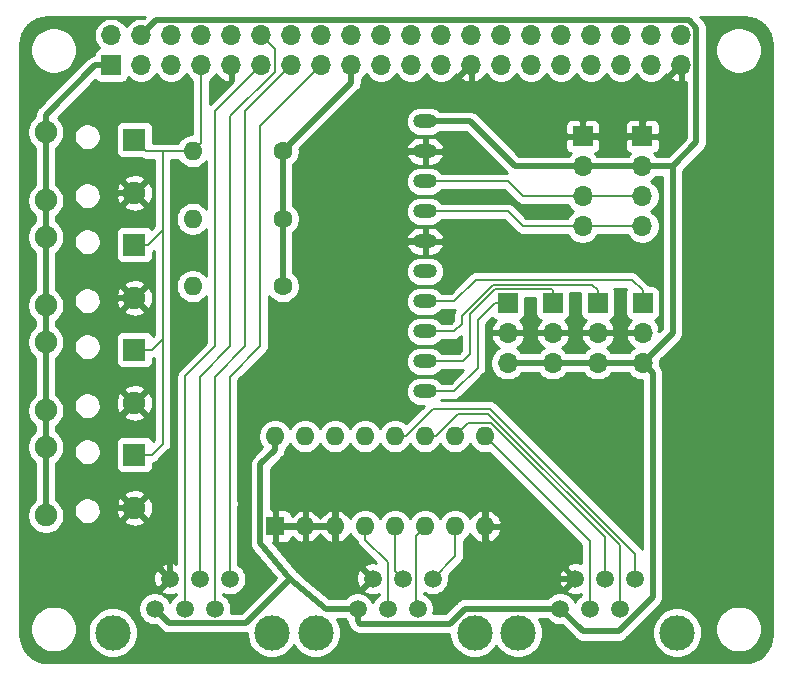
<source format=gbl>
G04 #@! TF.GenerationSoftware,KiCad,Pcbnew,(5.1.5)-3*
G04 #@! TF.CreationDate,2020-05-01T12:00:18+02:00*
G04 #@! TF.ProjectId,Main,4d61696e-2e6b-4696-9361-645f70636258,rev?*
G04 #@! TF.SameCoordinates,Original*
G04 #@! TF.FileFunction,Copper,L2,Bot*
G04 #@! TF.FilePolarity,Positive*
%FSLAX46Y46*%
G04 Gerber Fmt 4.6, Leading zero omitted, Abs format (unit mm)*
G04 Created by KiCad (PCBNEW (5.1.5)-3) date 2020-05-01 12:00:18*
%MOMM*%
%LPD*%
G04 APERTURE LIST*
%ADD10R,1.700000X1.700000*%
%ADD11O,1.700000X1.700000*%
%ADD12O,2.000000X1.200000*%
%ADD13C,1.520000*%
%ADD14C,3.000000*%
%ADD15C,1.900000*%
%ADD16R,1.900000X1.900000*%
%ADD17C,1.600000*%
%ADD18O,1.600000X1.600000*%
%ADD19R,1.600000X1.600000*%
%ADD20C,0.500000*%
%ADD21C,0.200000*%
%ADD22C,0.254000*%
G04 APERTURE END LIST*
D10*
X241935000Y-118885000D03*
D11*
X241935000Y-121425000D03*
X241935000Y-123965000D03*
D12*
X234950000Y-126365000D03*
X234950000Y-123825000D03*
X234950000Y-121285000D03*
X234950000Y-118745000D03*
X234950000Y-116205000D03*
X234950000Y-113665000D03*
X234950000Y-111125000D03*
X234950000Y-108585000D03*
X234950000Y-106045000D03*
X234950000Y-103505000D03*
D10*
X245745000Y-118885000D03*
D11*
X245745000Y-121425000D03*
X245745000Y-123965000D03*
D13*
X233045000Y-142240000D03*
X230505000Y-142240000D03*
X235585000Y-142240000D03*
X229235000Y-144780000D03*
X231775000Y-144780000D03*
X234315000Y-144780000D03*
D14*
X239145000Y-146810000D03*
X225675000Y-146810000D03*
D15*
X210335000Y-118455000D03*
D16*
X210335000Y-113955000D03*
D15*
X202835000Y-119105000D03*
X202835000Y-113305000D03*
X210335000Y-127345000D03*
D16*
X210335000Y-122845000D03*
D15*
X202835000Y-127995000D03*
X202835000Y-122195000D03*
X210335000Y-136235000D03*
D16*
X210335000Y-131735000D03*
D15*
X202835000Y-136885000D03*
X202835000Y-131085000D03*
D10*
X253365000Y-118885000D03*
D11*
X253365000Y-121425000D03*
X253365000Y-123965000D03*
D10*
X248285000Y-104775000D03*
D11*
X248285000Y-107315000D03*
X248285000Y-109855000D03*
X248285000Y-112395000D03*
D10*
X253340000Y-104775000D03*
D11*
X253340000Y-107315000D03*
X253340000Y-109855000D03*
X253340000Y-112395000D03*
D17*
X222885000Y-117475000D03*
D18*
X215265000Y-117475000D03*
D17*
X222885000Y-111760000D03*
D18*
X215265000Y-111760000D03*
D19*
X222250000Y-137795000D03*
D18*
X240030000Y-130175000D03*
X224790000Y-137795000D03*
X237490000Y-130175000D03*
X227330000Y-137795000D03*
X234950000Y-130175000D03*
X229870000Y-137795000D03*
X232410000Y-130175000D03*
X232410000Y-137795000D03*
X229870000Y-130175000D03*
X234950000Y-137795000D03*
X227330000Y-130175000D03*
X237490000Y-137795000D03*
X224790000Y-130175000D03*
X240030000Y-137795000D03*
X222250000Y-130175000D03*
D10*
X249555000Y-118885000D03*
D11*
X249555000Y-121425000D03*
X249555000Y-123965000D03*
D17*
X222885000Y-106045000D03*
D18*
X215265000Y-106045000D03*
D13*
X250190000Y-142240000D03*
X247650000Y-142240000D03*
X252730000Y-142240000D03*
X246380000Y-144780000D03*
X248920000Y-144780000D03*
X251460000Y-144780000D03*
D14*
X256290000Y-146810000D03*
X242820000Y-146810000D03*
D15*
X210335000Y-109565000D03*
D16*
X210335000Y-105065000D03*
D15*
X202835000Y-110215000D03*
X202835000Y-104415000D03*
D13*
X215875000Y-142240000D03*
X213335000Y-142240000D03*
X218415000Y-142240000D03*
X212065000Y-144780000D03*
X214605000Y-144780000D03*
X217145000Y-144780000D03*
D14*
X221975000Y-146810000D03*
X208505000Y-146810000D03*
D10*
X208370000Y-98770000D03*
D11*
X208370000Y-96230000D03*
X210910000Y-98770000D03*
X210910000Y-96230000D03*
X213450000Y-98770000D03*
X213450000Y-96230000D03*
X215990000Y-98770000D03*
X215990000Y-96230000D03*
X218530000Y-98770000D03*
X218530000Y-96230000D03*
X221070000Y-98770000D03*
X221070000Y-96230000D03*
X223610000Y-98770000D03*
X223610000Y-96230000D03*
X226150000Y-98770000D03*
X226150000Y-96230000D03*
X228690000Y-98770000D03*
X228690000Y-96230000D03*
X231230000Y-98770000D03*
X231230000Y-96230000D03*
X233770000Y-98770000D03*
X233770000Y-96230000D03*
X236310000Y-98770000D03*
X236310000Y-96230000D03*
X238850000Y-98770000D03*
X238850000Y-96230000D03*
X241390000Y-98770000D03*
X241390000Y-96230000D03*
X243930000Y-98770000D03*
X243930000Y-96230000D03*
X246470000Y-98770000D03*
X246470000Y-96230000D03*
X249010000Y-98770000D03*
X249010000Y-96230000D03*
X251550000Y-98770000D03*
X251550000Y-96230000D03*
X254090000Y-98770000D03*
X254090000Y-96230000D03*
X256630000Y-98770000D03*
X256630000Y-96230000D03*
D20*
X222885000Y-106045000D02*
X222885000Y-111760000D01*
X222885000Y-112891370D02*
X222885000Y-117475000D01*
X222885000Y-111760000D02*
X222885000Y-112891370D01*
X202835000Y-104415000D02*
X202835000Y-110215000D01*
X202835000Y-110215000D02*
X202835000Y-113305000D01*
X202835000Y-113305000D02*
X202835000Y-119105000D01*
X202835000Y-119105000D02*
X202835000Y-122195000D01*
X202835000Y-122195000D02*
X202835000Y-127995000D01*
X202835000Y-127995000D02*
X202835000Y-131085000D01*
X202835000Y-131085000D02*
X202835000Y-136885000D01*
X202835000Y-103071498D02*
X202835000Y-104415000D01*
X202835000Y-102955000D02*
X202835000Y-103071498D01*
X207020000Y-98770000D02*
X202835000Y-102955000D01*
X208370000Y-98770000D02*
X207020000Y-98770000D01*
X228690000Y-100240000D02*
X222885000Y-106045000D01*
X228690000Y-98770000D02*
X228690000Y-100240000D01*
X248285000Y-107315000D02*
X253340000Y-107315000D01*
X242570000Y-107315000D02*
X248285000Y-107315000D01*
X238760000Y-103505000D02*
X242570000Y-107315000D01*
X228160198Y-144780000D02*
X229235000Y-144780000D01*
X226531002Y-144780000D02*
X228160198Y-144780000D01*
X220999999Y-132556371D02*
X220999999Y-139248997D01*
X222250000Y-131306370D02*
X220999999Y-132556371D01*
X222250000Y-130175000D02*
X222250000Y-131306370D01*
X219769999Y-145990001D02*
X223520000Y-142240000D01*
X213275001Y-145990001D02*
X219769999Y-145990001D01*
X212065000Y-144780000D02*
X213275001Y-145990001D01*
X220999999Y-139248997D02*
X223520000Y-142240000D01*
X223520000Y-142240000D02*
X226531002Y-144780000D01*
X245305198Y-144780000D02*
X246380000Y-144780000D01*
X238288998Y-144780000D02*
X245305198Y-144780000D01*
X237018998Y-146050000D02*
X238288998Y-144780000D01*
X229430198Y-146050000D02*
X237018998Y-146050000D01*
X229235000Y-145854802D02*
X229430198Y-146050000D01*
X229235000Y-144780000D02*
X229235000Y-145854802D01*
X253340000Y-107315000D02*
X255270000Y-107315000D01*
X255905000Y-121425000D02*
X253365000Y-123965000D01*
X255905000Y-107950000D02*
X255905000Y-121425000D01*
X254214999Y-124814999D02*
X253365000Y-123965000D01*
X254214999Y-143815803D02*
X254214999Y-124814999D01*
X251345802Y-146685000D02*
X254214999Y-143815803D01*
X248285000Y-146685000D02*
X251345802Y-146685000D01*
X246380000Y-144780000D02*
X248285000Y-146685000D01*
X257930001Y-105289999D02*
X255905000Y-107315000D01*
X257930001Y-95605999D02*
X257930001Y-105289999D01*
X212210001Y-94929999D02*
X257254001Y-94929999D01*
X210910000Y-96230000D02*
X212210001Y-94929999D01*
X257254001Y-94929999D02*
X257930001Y-95605999D01*
X255270000Y-107315000D02*
X255905000Y-107315000D01*
X255905000Y-107315000D02*
X255905000Y-107950000D01*
X243815000Y-123965000D02*
X253365000Y-123965000D01*
X241935000Y-123965000D02*
X243815000Y-123965000D01*
X234950000Y-103505000D02*
X238760000Y-103505000D01*
X208991498Y-136235000D02*
X208280000Y-135523502D01*
X210335000Y-136235000D02*
X208991498Y-136235000D01*
X208280000Y-129400000D02*
X210335000Y-127345000D01*
X210335000Y-118455000D02*
X208991498Y-118455000D01*
X208280000Y-135523502D02*
X208280000Y-130810000D01*
X208991498Y-118455000D02*
X208280000Y-119166498D01*
X208280000Y-130810000D02*
X208280000Y-129400000D01*
X208280000Y-110276498D02*
X208280000Y-120015000D01*
X208991498Y-109565000D02*
X208280000Y-110276498D01*
X210335000Y-109565000D02*
X208991498Y-109565000D01*
X208280000Y-119166498D02*
X208280000Y-120015000D01*
X208280000Y-120015000D02*
X208280000Y-130810000D01*
X248285000Y-104775000D02*
X253340000Y-104775000D01*
X253340000Y-102060000D02*
X256630000Y-98770000D01*
X253340000Y-104775000D02*
X253340000Y-102060000D01*
X243343630Y-142240000D02*
X246575198Y-142240000D01*
X240030000Y-138926370D02*
X243343630Y-142240000D01*
X246575198Y-142240000D02*
X247650000Y-142240000D01*
X240030000Y-137795000D02*
X240030000Y-138926370D01*
X227330000Y-139065000D02*
X230505000Y-142240000D01*
X227330000Y-137795000D02*
X227330000Y-139065000D01*
X222250000Y-137795000D02*
X227330000Y-137795000D01*
X227330000Y-135890000D02*
X227330000Y-137795000D01*
X238760000Y-134620000D02*
X228600000Y-134620000D01*
X228600000Y-134620000D02*
X227330000Y-135890000D01*
X240030000Y-137795000D02*
X240030000Y-135890000D01*
X240030000Y-135890000D02*
X238760000Y-134620000D01*
X213335000Y-139235000D02*
X213335000Y-142240000D01*
X210335000Y-136235000D02*
X213335000Y-139235000D01*
X243815000Y-121425000D02*
X253365000Y-121425000D01*
X241935000Y-121425000D02*
X243815000Y-121425000D01*
X233450000Y-106045000D02*
X232410000Y-107085000D01*
X234950000Y-106045000D02*
X233450000Y-106045000D01*
X233450000Y-113665000D02*
X234950000Y-113665000D01*
X232410000Y-112625000D02*
X233450000Y-113665000D01*
X232410000Y-107085000D02*
X232410000Y-112625000D01*
X233450000Y-106045000D02*
X231775000Y-104370000D01*
X231775000Y-104370000D02*
X231775000Y-101600000D01*
X231775000Y-101600000D02*
X232410000Y-100965000D01*
X236655000Y-100965000D02*
X238850000Y-98770000D01*
X232410000Y-100965000D02*
X236655000Y-100965000D01*
D21*
X248285000Y-109855000D02*
X253340000Y-109855000D01*
X248285000Y-109855000D02*
X243205000Y-109855000D01*
X241935000Y-108585000D02*
X234950000Y-108585000D01*
X243205000Y-109855000D02*
X241935000Y-108585000D01*
X248285000Y-112395000D02*
X253340000Y-112395000D01*
X248285000Y-112395000D02*
X243205000Y-112395000D01*
X241935000Y-111125000D02*
X234950000Y-111125000D01*
X243205000Y-112395000D02*
X241935000Y-111125000D01*
X211485000Y-113955000D02*
X212725000Y-112715000D01*
X210335000Y-113955000D02*
X211485000Y-113955000D01*
X210335000Y-122845000D02*
X211800000Y-122845000D01*
X211800000Y-122845000D02*
X212725000Y-121920000D01*
X210335000Y-131735000D02*
X211800000Y-131735000D01*
X212725000Y-130810000D02*
X212725000Y-121285000D01*
X211800000Y-131735000D02*
X212725000Y-130810000D01*
X212725000Y-121920000D02*
X212725000Y-121285000D01*
X212725000Y-121285000D02*
X212725000Y-112715000D01*
X211315000Y-106045000D02*
X210335000Y-105065000D01*
X212725000Y-112715000D02*
X212725000Y-106045000D01*
X215265000Y-106045000D02*
X212725000Y-106045000D01*
X212725000Y-106045000D02*
X211315000Y-106045000D01*
X215990000Y-105320000D02*
X215265000Y-106045000D01*
X215990000Y-98770000D02*
X215990000Y-105320000D01*
X214605000Y-143705198D02*
X214630000Y-143680198D01*
X214605000Y-144780000D02*
X214605000Y-143705198D01*
X214630000Y-143680198D02*
X214630000Y-135890000D01*
X214630000Y-135890000D02*
X214630000Y-125095000D01*
X214630000Y-125095000D02*
X217170000Y-122555000D01*
X217170000Y-102670000D02*
X217170000Y-104775000D01*
X217170000Y-122555000D02*
X217170000Y-104775000D01*
X221070000Y-98770000D02*
X217170000Y-102670000D01*
X217170000Y-104775000D02*
X217170000Y-104140000D01*
X217145000Y-143845198D02*
X217170000Y-143820198D01*
X217145000Y-144920000D02*
X217145000Y-143845198D01*
X217145000Y-144780000D02*
X217145000Y-135915000D01*
X217145000Y-135915000D02*
X217145000Y-125120000D01*
X217145000Y-125120000D02*
X219710000Y-122555000D01*
X219710000Y-122555000D02*
X219710000Y-104140000D01*
X223610000Y-98770000D02*
X219710000Y-102670000D01*
X219710000Y-102670000D02*
X219710000Y-104775000D01*
X218415000Y-142240000D02*
X218415000Y-135915000D01*
X218415000Y-135915000D02*
X218440000Y-135890000D01*
X218415000Y-125120000D02*
X218415000Y-135915000D01*
X220980000Y-122555000D02*
X218415000Y-125120000D01*
X226150000Y-98770000D02*
X220980000Y-103940000D01*
X220980000Y-103940000D02*
X220980000Y-122555000D01*
X215875000Y-142240000D02*
X215875000Y-135915000D01*
X215875000Y-135915000D02*
X215900000Y-135890000D01*
X215875000Y-135915000D02*
X215875000Y-125120000D01*
X215875000Y-125120000D02*
X218440000Y-122555000D01*
X218440000Y-122555000D02*
X218440000Y-104140000D01*
X222220001Y-99322001D02*
X218440000Y-103102002D01*
X221070000Y-96230000D02*
X222220001Y-97380001D01*
X222220001Y-97380001D02*
X222220001Y-99322001D01*
X218440000Y-103102002D02*
X218440000Y-104775000D01*
X232410000Y-141605000D02*
X233045000Y-142240000D01*
X232410000Y-137795000D02*
X232410000Y-141605000D01*
X237490000Y-140335000D02*
X235585000Y-142240000D01*
X237490000Y-137795000D02*
X237490000Y-140335000D01*
X231775000Y-143705198D02*
X231775000Y-144780000D01*
X231775000Y-140831370D02*
X231775000Y-143705198D01*
X229870000Y-138926370D02*
X231775000Y-140831370D01*
X229870000Y-137795000D02*
X229870000Y-138926370D01*
X234150001Y-144615001D02*
X234315000Y-144780000D01*
X234150001Y-138594999D02*
X234150001Y-144615001D01*
X234950000Y-137795000D02*
X234150001Y-138594999D01*
X250190000Y-141165198D02*
X250190000Y-142240000D01*
X250190000Y-138706998D02*
X250190000Y-141165198D01*
X240558001Y-129074999D02*
X250190000Y-138706998D01*
X238590001Y-129074999D02*
X240558001Y-129074999D01*
X237490000Y-130175000D02*
X238590001Y-129074999D01*
X252730000Y-141165198D02*
X252730000Y-142240000D01*
X252730000Y-140115601D02*
X252730000Y-141165198D01*
X240484389Y-127869990D02*
X252730000Y-140115601D01*
X235627008Y-127869990D02*
X240484389Y-127869990D01*
X233321998Y-130175000D02*
X235627008Y-127869990D01*
X232410000Y-130175000D02*
X233321998Y-130175000D01*
X248920000Y-139065000D02*
X248920000Y-144780000D01*
X240030000Y-130175000D02*
X248920000Y-139065000D01*
X251460000Y-143705198D02*
X251460000Y-144780000D01*
X251460000Y-139411300D02*
X251460000Y-143705198D01*
X240318700Y-128270000D02*
X251460000Y-139411300D01*
X237766998Y-128270000D02*
X240318700Y-128270000D01*
X235861998Y-130175000D02*
X237766998Y-128270000D01*
X234950000Y-130175000D02*
X235861998Y-130175000D01*
X253365000Y-117835000D02*
X253365000Y-118885000D01*
X252464979Y-116934979D02*
X253365000Y-117835000D01*
X239230021Y-116934979D02*
X252464979Y-116934979D01*
X237420000Y-118745000D02*
X239230021Y-116934979D01*
X234950000Y-118745000D02*
X236855000Y-118745000D01*
X236220000Y-118745000D02*
X236855000Y-118745000D01*
X236855000Y-118745000D02*
X237420000Y-118745000D01*
X237420000Y-121285000D02*
X238055000Y-120650000D01*
X249555000Y-117835000D02*
X249555000Y-118885000D01*
X249054989Y-117334989D02*
X249555000Y-117835000D01*
X240679310Y-117334989D02*
X249054989Y-117334989D01*
X238055000Y-119959299D02*
X240679310Y-117334989D01*
X238055000Y-120650000D02*
X238055000Y-119959299D01*
X234950000Y-121285000D02*
X236855000Y-121285000D01*
X236220000Y-121285000D02*
X236855000Y-121285000D01*
X236855000Y-121285000D02*
X237420000Y-121285000D01*
X236220000Y-123825000D02*
X236634998Y-123825000D01*
X238125000Y-123825000D02*
X238760000Y-123190000D01*
X245745000Y-117835000D02*
X245745000Y-118885000D01*
X245644999Y-117734999D02*
X245745000Y-117835000D01*
X240844999Y-117734999D02*
X245644999Y-117734999D01*
X238760000Y-119819998D02*
X240844999Y-117734999D01*
X238760000Y-123190000D02*
X238760000Y-119819998D01*
X234950000Y-123825000D02*
X236855000Y-123825000D01*
X236855000Y-123825000D02*
X237490000Y-123825000D01*
X236220000Y-123825000D02*
X237490000Y-123825000D01*
X237490000Y-123825000D02*
X238125000Y-123825000D01*
X239395000Y-120375000D02*
X240885000Y-118885000D01*
X239395000Y-124390000D02*
X239395000Y-120375000D01*
X240885000Y-118885000D02*
X241935000Y-118885000D01*
X234950000Y-126365000D02*
X237420000Y-126365000D01*
X237420000Y-126365000D02*
X239395000Y-124390000D01*
D22*
G36*
X211128960Y-94759461D02*
G01*
X211056260Y-94745000D01*
X210763740Y-94745000D01*
X210476842Y-94802068D01*
X210206589Y-94914010D01*
X209963368Y-95076525D01*
X209756525Y-95283368D01*
X209640000Y-95457760D01*
X209523475Y-95283368D01*
X209316632Y-95076525D01*
X209073411Y-94914010D01*
X208803158Y-94802068D01*
X208516260Y-94745000D01*
X208223740Y-94745000D01*
X207936842Y-94802068D01*
X207666589Y-94914010D01*
X207423368Y-95076525D01*
X207216525Y-95283368D01*
X207054010Y-95526589D01*
X206942068Y-95796842D01*
X206885000Y-96083740D01*
X206885000Y-96376260D01*
X206942068Y-96663158D01*
X207054010Y-96933411D01*
X207216525Y-97176632D01*
X207348380Y-97308487D01*
X207275820Y-97330498D01*
X207165506Y-97389463D01*
X207068815Y-97468815D01*
X206989463Y-97565506D01*
X206930498Y-97675820D01*
X206894188Y-97795518D01*
X206884482Y-97894065D01*
X206846510Y-97897805D01*
X206679687Y-97948411D01*
X206525941Y-98030589D01*
X206424953Y-98113468D01*
X206424951Y-98113470D01*
X206391183Y-98141183D01*
X206363470Y-98174951D01*
X202239956Y-102298466D01*
X202206183Y-102326183D01*
X202095589Y-102460942D01*
X202013411Y-102614688D01*
X201978157Y-102730904D01*
X201967635Y-102765590D01*
X201962805Y-102781511D01*
X201950000Y-102911524D01*
X201950000Y-102911531D01*
X201945719Y-102955000D01*
X201950000Y-102998469D01*
X201950000Y-103100074D01*
X201824621Y-103183850D01*
X201603850Y-103404621D01*
X201430391Y-103664221D01*
X201310911Y-103952673D01*
X201250000Y-104258891D01*
X201250000Y-104571109D01*
X201310911Y-104877327D01*
X201430391Y-105165779D01*
X201603850Y-105425379D01*
X201824621Y-105646150D01*
X201950000Y-105729926D01*
X201950001Y-108900074D01*
X201824621Y-108983850D01*
X201603850Y-109204621D01*
X201430391Y-109464221D01*
X201310911Y-109752673D01*
X201250000Y-110058891D01*
X201250000Y-110371109D01*
X201310911Y-110677327D01*
X201430391Y-110965779D01*
X201603850Y-111225379D01*
X201824621Y-111446150D01*
X201950000Y-111529926D01*
X201950001Y-111990074D01*
X201824621Y-112073850D01*
X201603850Y-112294621D01*
X201430391Y-112554221D01*
X201310911Y-112842673D01*
X201250000Y-113148891D01*
X201250000Y-113461109D01*
X201310911Y-113767327D01*
X201430391Y-114055779D01*
X201603850Y-114315379D01*
X201824621Y-114536150D01*
X201950000Y-114619926D01*
X201950001Y-117790074D01*
X201824621Y-117873850D01*
X201603850Y-118094621D01*
X201430391Y-118354221D01*
X201310911Y-118642673D01*
X201250000Y-118948891D01*
X201250000Y-119261109D01*
X201310911Y-119567327D01*
X201430391Y-119855779D01*
X201603850Y-120115379D01*
X201824621Y-120336150D01*
X201950000Y-120419926D01*
X201950001Y-120880074D01*
X201824621Y-120963850D01*
X201603850Y-121184621D01*
X201430391Y-121444221D01*
X201310911Y-121732673D01*
X201250000Y-122038891D01*
X201250000Y-122351109D01*
X201310911Y-122657327D01*
X201430391Y-122945779D01*
X201603850Y-123205379D01*
X201824621Y-123426150D01*
X201950000Y-123509926D01*
X201950001Y-126680074D01*
X201824621Y-126763850D01*
X201603850Y-126984621D01*
X201430391Y-127244221D01*
X201310911Y-127532673D01*
X201250000Y-127838891D01*
X201250000Y-128151109D01*
X201310911Y-128457327D01*
X201430391Y-128745779D01*
X201603850Y-129005379D01*
X201824621Y-129226150D01*
X201950000Y-129309926D01*
X201950001Y-129770074D01*
X201824621Y-129853850D01*
X201603850Y-130074621D01*
X201430391Y-130334221D01*
X201310911Y-130622673D01*
X201250000Y-130928891D01*
X201250000Y-131241109D01*
X201310911Y-131547327D01*
X201430391Y-131835779D01*
X201603850Y-132095379D01*
X201824621Y-132316150D01*
X201950000Y-132399926D01*
X201950001Y-135570074D01*
X201824621Y-135653850D01*
X201603850Y-135874621D01*
X201430391Y-136134221D01*
X201310911Y-136422673D01*
X201250000Y-136728891D01*
X201250000Y-137041109D01*
X201310911Y-137347327D01*
X201430391Y-137635779D01*
X201603850Y-137895379D01*
X201824621Y-138116150D01*
X202084221Y-138289609D01*
X202372673Y-138409089D01*
X202678891Y-138470000D01*
X202991109Y-138470000D01*
X203297327Y-138409089D01*
X203585779Y-138289609D01*
X203845379Y-138116150D01*
X204066150Y-137895379D01*
X204239609Y-137635779D01*
X204359089Y-137347327D01*
X204420000Y-137041109D01*
X204420000Y-136728891D01*
X204359089Y-136422673D01*
X204338602Y-136373212D01*
X205200000Y-136373212D01*
X205200000Y-136596788D01*
X205243617Y-136816067D01*
X205329176Y-137022624D01*
X205453388Y-137208520D01*
X205611480Y-137366612D01*
X205797376Y-137490824D01*
X206003933Y-137576383D01*
X206223212Y-137620000D01*
X206446788Y-137620000D01*
X206666067Y-137576383D01*
X206872624Y-137490824D01*
X207058520Y-137366612D01*
X207090380Y-137334752D01*
X209414853Y-137334752D01*
X209504579Y-137594042D01*
X209785671Y-137729935D01*
X210087873Y-137808379D01*
X210399573Y-137826359D01*
X210708791Y-137783184D01*
X211003644Y-137680513D01*
X211165421Y-137594042D01*
X211255147Y-137334752D01*
X210335000Y-136414605D01*
X209414853Y-137334752D01*
X207090380Y-137334752D01*
X207216612Y-137208520D01*
X207340824Y-137022624D01*
X207426383Y-136816067D01*
X207470000Y-136596788D01*
X207470000Y-136373212D01*
X207455353Y-136299573D01*
X208743641Y-136299573D01*
X208786816Y-136608791D01*
X208889487Y-136903644D01*
X208975958Y-137065421D01*
X209235248Y-137155147D01*
X210155395Y-136235000D01*
X210514605Y-136235000D01*
X211434752Y-137155147D01*
X211694042Y-137065421D01*
X211829935Y-136784329D01*
X211908379Y-136482127D01*
X211926359Y-136170427D01*
X211883184Y-135861209D01*
X211780513Y-135566356D01*
X211694042Y-135404579D01*
X211434752Y-135314853D01*
X210514605Y-136235000D01*
X210155395Y-136235000D01*
X209235248Y-135314853D01*
X208975958Y-135404579D01*
X208840065Y-135685671D01*
X208761621Y-135987873D01*
X208743641Y-136299573D01*
X207455353Y-136299573D01*
X207426383Y-136153933D01*
X207340824Y-135947376D01*
X207216612Y-135761480D01*
X207058520Y-135603388D01*
X206872624Y-135479176D01*
X206666067Y-135393617D01*
X206446788Y-135350000D01*
X206223212Y-135350000D01*
X206003933Y-135393617D01*
X205797376Y-135479176D01*
X205611480Y-135603388D01*
X205453388Y-135761480D01*
X205329176Y-135947376D01*
X205243617Y-136153933D01*
X205200000Y-136373212D01*
X204338602Y-136373212D01*
X204239609Y-136134221D01*
X204066150Y-135874621D01*
X203845379Y-135653850D01*
X203720000Y-135570075D01*
X203720000Y-135135248D01*
X209414853Y-135135248D01*
X210335000Y-136055395D01*
X211255147Y-135135248D01*
X211165421Y-134875958D01*
X210884329Y-134740065D01*
X210582127Y-134661621D01*
X210270427Y-134643641D01*
X209961209Y-134686816D01*
X209666356Y-134789487D01*
X209504579Y-134875958D01*
X209414853Y-135135248D01*
X203720000Y-135135248D01*
X203720000Y-132399925D01*
X203845379Y-132316150D01*
X204066150Y-132095379D01*
X204239609Y-131835779D01*
X204359089Y-131547327D01*
X204393722Y-131373212D01*
X205200000Y-131373212D01*
X205200000Y-131596788D01*
X205243617Y-131816067D01*
X205329176Y-132022624D01*
X205453388Y-132208520D01*
X205611480Y-132366612D01*
X205797376Y-132490824D01*
X206003933Y-132576383D01*
X206223212Y-132620000D01*
X206446788Y-132620000D01*
X206666067Y-132576383D01*
X206872624Y-132490824D01*
X207058520Y-132366612D01*
X207216612Y-132208520D01*
X207340824Y-132022624D01*
X207426383Y-131816067D01*
X207470000Y-131596788D01*
X207470000Y-131373212D01*
X207426383Y-131153933D01*
X207340824Y-130947376D01*
X207216612Y-130761480D01*
X207058520Y-130603388D01*
X206872624Y-130479176D01*
X206666067Y-130393617D01*
X206446788Y-130350000D01*
X206223212Y-130350000D01*
X206003933Y-130393617D01*
X205797376Y-130479176D01*
X205611480Y-130603388D01*
X205453388Y-130761480D01*
X205329176Y-130947376D01*
X205243617Y-131153933D01*
X205200000Y-131373212D01*
X204393722Y-131373212D01*
X204420000Y-131241109D01*
X204420000Y-130928891D01*
X204359089Y-130622673D01*
X204239609Y-130334221D01*
X204066150Y-130074621D01*
X203845379Y-129853850D01*
X203720000Y-129770075D01*
X203720000Y-129309925D01*
X203845379Y-129226150D01*
X204066150Y-129005379D01*
X204239609Y-128745779D01*
X204359089Y-128457327D01*
X204420000Y-128151109D01*
X204420000Y-127838891D01*
X204359089Y-127532673D01*
X204338602Y-127483212D01*
X205200000Y-127483212D01*
X205200000Y-127706788D01*
X205243617Y-127926067D01*
X205329176Y-128132624D01*
X205453388Y-128318520D01*
X205611480Y-128476612D01*
X205797376Y-128600824D01*
X206003933Y-128686383D01*
X206223212Y-128730000D01*
X206446788Y-128730000D01*
X206666067Y-128686383D01*
X206872624Y-128600824D01*
X207058520Y-128476612D01*
X207090380Y-128444752D01*
X209414853Y-128444752D01*
X209504579Y-128704042D01*
X209785671Y-128839935D01*
X210087873Y-128918379D01*
X210399573Y-128936359D01*
X210708791Y-128893184D01*
X211003644Y-128790513D01*
X211165421Y-128704042D01*
X211255147Y-128444752D01*
X210335000Y-127524605D01*
X209414853Y-128444752D01*
X207090380Y-128444752D01*
X207216612Y-128318520D01*
X207340824Y-128132624D01*
X207426383Y-127926067D01*
X207470000Y-127706788D01*
X207470000Y-127483212D01*
X207455353Y-127409573D01*
X208743641Y-127409573D01*
X208786816Y-127718791D01*
X208889487Y-128013644D01*
X208975958Y-128175421D01*
X209235248Y-128265147D01*
X210155395Y-127345000D01*
X210514605Y-127345000D01*
X211434752Y-128265147D01*
X211694042Y-128175421D01*
X211829935Y-127894329D01*
X211908379Y-127592127D01*
X211926359Y-127280427D01*
X211883184Y-126971209D01*
X211780513Y-126676356D01*
X211694042Y-126514579D01*
X211434752Y-126424853D01*
X210514605Y-127345000D01*
X210155395Y-127345000D01*
X209235248Y-126424853D01*
X208975958Y-126514579D01*
X208840065Y-126795671D01*
X208761621Y-127097873D01*
X208743641Y-127409573D01*
X207455353Y-127409573D01*
X207426383Y-127263933D01*
X207340824Y-127057376D01*
X207216612Y-126871480D01*
X207058520Y-126713388D01*
X206872624Y-126589176D01*
X206666067Y-126503617D01*
X206446788Y-126460000D01*
X206223212Y-126460000D01*
X206003933Y-126503617D01*
X205797376Y-126589176D01*
X205611480Y-126713388D01*
X205453388Y-126871480D01*
X205329176Y-127057376D01*
X205243617Y-127263933D01*
X205200000Y-127483212D01*
X204338602Y-127483212D01*
X204239609Y-127244221D01*
X204066150Y-126984621D01*
X203845379Y-126763850D01*
X203720000Y-126680075D01*
X203720000Y-126245248D01*
X209414853Y-126245248D01*
X210335000Y-127165395D01*
X211255147Y-126245248D01*
X211165421Y-125985958D01*
X210884329Y-125850065D01*
X210582127Y-125771621D01*
X210270427Y-125753641D01*
X209961209Y-125796816D01*
X209666356Y-125899487D01*
X209504579Y-125985958D01*
X209414853Y-126245248D01*
X203720000Y-126245248D01*
X203720000Y-123509925D01*
X203845379Y-123426150D01*
X204066150Y-123205379D01*
X204239609Y-122945779D01*
X204359089Y-122657327D01*
X204393722Y-122483212D01*
X205200000Y-122483212D01*
X205200000Y-122706788D01*
X205243617Y-122926067D01*
X205329176Y-123132624D01*
X205453388Y-123318520D01*
X205611480Y-123476612D01*
X205797376Y-123600824D01*
X206003933Y-123686383D01*
X206223212Y-123730000D01*
X206446788Y-123730000D01*
X206666067Y-123686383D01*
X206872624Y-123600824D01*
X207058520Y-123476612D01*
X207216612Y-123318520D01*
X207340824Y-123132624D01*
X207426383Y-122926067D01*
X207470000Y-122706788D01*
X207470000Y-122483212D01*
X207426383Y-122263933D01*
X207340824Y-122057376D01*
X207216612Y-121871480D01*
X207058520Y-121713388D01*
X206872624Y-121589176D01*
X206666067Y-121503617D01*
X206446788Y-121460000D01*
X206223212Y-121460000D01*
X206003933Y-121503617D01*
X205797376Y-121589176D01*
X205611480Y-121713388D01*
X205453388Y-121871480D01*
X205329176Y-122057376D01*
X205243617Y-122263933D01*
X205200000Y-122483212D01*
X204393722Y-122483212D01*
X204420000Y-122351109D01*
X204420000Y-122038891D01*
X204359089Y-121732673D01*
X204239609Y-121444221D01*
X204066150Y-121184621D01*
X203845379Y-120963850D01*
X203720000Y-120880075D01*
X203720000Y-120419925D01*
X203845379Y-120336150D01*
X204066150Y-120115379D01*
X204239609Y-119855779D01*
X204359089Y-119567327D01*
X204420000Y-119261109D01*
X204420000Y-118948891D01*
X204359089Y-118642673D01*
X204338602Y-118593212D01*
X205200000Y-118593212D01*
X205200000Y-118816788D01*
X205243617Y-119036067D01*
X205329176Y-119242624D01*
X205453388Y-119428520D01*
X205611480Y-119586612D01*
X205797376Y-119710824D01*
X206003933Y-119796383D01*
X206223212Y-119840000D01*
X206446788Y-119840000D01*
X206666067Y-119796383D01*
X206872624Y-119710824D01*
X207058520Y-119586612D01*
X207090380Y-119554752D01*
X209414853Y-119554752D01*
X209504579Y-119814042D01*
X209785671Y-119949935D01*
X210087873Y-120028379D01*
X210399573Y-120046359D01*
X210708791Y-120003184D01*
X211003644Y-119900513D01*
X211165421Y-119814042D01*
X211255147Y-119554752D01*
X210335000Y-118634605D01*
X209414853Y-119554752D01*
X207090380Y-119554752D01*
X207216612Y-119428520D01*
X207340824Y-119242624D01*
X207426383Y-119036067D01*
X207470000Y-118816788D01*
X207470000Y-118593212D01*
X207455353Y-118519573D01*
X208743641Y-118519573D01*
X208786816Y-118828791D01*
X208889487Y-119123644D01*
X208975958Y-119285421D01*
X209235248Y-119375147D01*
X210155395Y-118455000D01*
X210514605Y-118455000D01*
X211434752Y-119375147D01*
X211694042Y-119285421D01*
X211829935Y-119004329D01*
X211908379Y-118702127D01*
X211926359Y-118390427D01*
X211883184Y-118081209D01*
X211780513Y-117786356D01*
X211694042Y-117624579D01*
X211434752Y-117534853D01*
X210514605Y-118455000D01*
X210155395Y-118455000D01*
X209235248Y-117534853D01*
X208975958Y-117624579D01*
X208840065Y-117905671D01*
X208761621Y-118207873D01*
X208743641Y-118519573D01*
X207455353Y-118519573D01*
X207426383Y-118373933D01*
X207340824Y-118167376D01*
X207216612Y-117981480D01*
X207058520Y-117823388D01*
X206872624Y-117699176D01*
X206666067Y-117613617D01*
X206446788Y-117570000D01*
X206223212Y-117570000D01*
X206003933Y-117613617D01*
X205797376Y-117699176D01*
X205611480Y-117823388D01*
X205453388Y-117981480D01*
X205329176Y-118167376D01*
X205243617Y-118373933D01*
X205200000Y-118593212D01*
X204338602Y-118593212D01*
X204239609Y-118354221D01*
X204066150Y-118094621D01*
X203845379Y-117873850D01*
X203720000Y-117790075D01*
X203720000Y-117355248D01*
X209414853Y-117355248D01*
X210335000Y-118275395D01*
X211255147Y-117355248D01*
X211165421Y-117095958D01*
X210884329Y-116960065D01*
X210582127Y-116881621D01*
X210270427Y-116863641D01*
X209961209Y-116906816D01*
X209666356Y-117009487D01*
X209504579Y-117095958D01*
X209414853Y-117355248D01*
X203720000Y-117355248D01*
X203720000Y-114619925D01*
X203845379Y-114536150D01*
X204066150Y-114315379D01*
X204239609Y-114055779D01*
X204359089Y-113767327D01*
X204393722Y-113593212D01*
X205200000Y-113593212D01*
X205200000Y-113816788D01*
X205243617Y-114036067D01*
X205329176Y-114242624D01*
X205453388Y-114428520D01*
X205611480Y-114586612D01*
X205797376Y-114710824D01*
X206003933Y-114796383D01*
X206223212Y-114840000D01*
X206446788Y-114840000D01*
X206666067Y-114796383D01*
X206872624Y-114710824D01*
X207058520Y-114586612D01*
X207216612Y-114428520D01*
X207340824Y-114242624D01*
X207426383Y-114036067D01*
X207470000Y-113816788D01*
X207470000Y-113593212D01*
X207426383Y-113373933D01*
X207340824Y-113167376D01*
X207216612Y-112981480D01*
X207058520Y-112823388D01*
X206872624Y-112699176D01*
X206666067Y-112613617D01*
X206446788Y-112570000D01*
X206223212Y-112570000D01*
X206003933Y-112613617D01*
X205797376Y-112699176D01*
X205611480Y-112823388D01*
X205453388Y-112981480D01*
X205329176Y-113167376D01*
X205243617Y-113373933D01*
X205200000Y-113593212D01*
X204393722Y-113593212D01*
X204420000Y-113461109D01*
X204420000Y-113148891D01*
X204359089Y-112842673D01*
X204239609Y-112554221D01*
X204066150Y-112294621D01*
X203845379Y-112073850D01*
X203720000Y-111990075D01*
X203720000Y-111529925D01*
X203845379Y-111446150D01*
X204066150Y-111225379D01*
X204239609Y-110965779D01*
X204359089Y-110677327D01*
X204420000Y-110371109D01*
X204420000Y-110058891D01*
X204359089Y-109752673D01*
X204338602Y-109703212D01*
X205200000Y-109703212D01*
X205200000Y-109926788D01*
X205243617Y-110146067D01*
X205329176Y-110352624D01*
X205453388Y-110538520D01*
X205611480Y-110696612D01*
X205797376Y-110820824D01*
X206003933Y-110906383D01*
X206223212Y-110950000D01*
X206446788Y-110950000D01*
X206666067Y-110906383D01*
X206872624Y-110820824D01*
X207058520Y-110696612D01*
X207090380Y-110664752D01*
X209414853Y-110664752D01*
X209504579Y-110924042D01*
X209785671Y-111059935D01*
X210087873Y-111138379D01*
X210399573Y-111156359D01*
X210708791Y-111113184D01*
X211003644Y-111010513D01*
X211165421Y-110924042D01*
X211255147Y-110664752D01*
X210335000Y-109744605D01*
X209414853Y-110664752D01*
X207090380Y-110664752D01*
X207216612Y-110538520D01*
X207340824Y-110352624D01*
X207426383Y-110146067D01*
X207470000Y-109926788D01*
X207470000Y-109703212D01*
X207455353Y-109629573D01*
X208743641Y-109629573D01*
X208786816Y-109938791D01*
X208889487Y-110233644D01*
X208975958Y-110395421D01*
X209235248Y-110485147D01*
X210155395Y-109565000D01*
X210514605Y-109565000D01*
X211434752Y-110485147D01*
X211694042Y-110395421D01*
X211829935Y-110114329D01*
X211908379Y-109812127D01*
X211926359Y-109500427D01*
X211883184Y-109191209D01*
X211780513Y-108896356D01*
X211694042Y-108734579D01*
X211434752Y-108644853D01*
X210514605Y-109565000D01*
X210155395Y-109565000D01*
X209235248Y-108644853D01*
X208975958Y-108734579D01*
X208840065Y-109015671D01*
X208761621Y-109317873D01*
X208743641Y-109629573D01*
X207455353Y-109629573D01*
X207426383Y-109483933D01*
X207340824Y-109277376D01*
X207216612Y-109091480D01*
X207058520Y-108933388D01*
X206872624Y-108809176D01*
X206666067Y-108723617D01*
X206446788Y-108680000D01*
X206223212Y-108680000D01*
X206003933Y-108723617D01*
X205797376Y-108809176D01*
X205611480Y-108933388D01*
X205453388Y-109091480D01*
X205329176Y-109277376D01*
X205243617Y-109483933D01*
X205200000Y-109703212D01*
X204338602Y-109703212D01*
X204239609Y-109464221D01*
X204066150Y-109204621D01*
X203845379Y-108983850D01*
X203720000Y-108900075D01*
X203720000Y-108465248D01*
X209414853Y-108465248D01*
X210335000Y-109385395D01*
X211255147Y-108465248D01*
X211165421Y-108205958D01*
X210884329Y-108070065D01*
X210582127Y-107991621D01*
X210270427Y-107973641D01*
X209961209Y-108016816D01*
X209666356Y-108119487D01*
X209504579Y-108205958D01*
X209414853Y-108465248D01*
X203720000Y-108465248D01*
X203720000Y-105729925D01*
X203845379Y-105646150D01*
X204066150Y-105425379D01*
X204239609Y-105165779D01*
X204359089Y-104877327D01*
X204393722Y-104703212D01*
X205200000Y-104703212D01*
X205200000Y-104926788D01*
X205243617Y-105146067D01*
X205329176Y-105352624D01*
X205453388Y-105538520D01*
X205611480Y-105696612D01*
X205797376Y-105820824D01*
X206003933Y-105906383D01*
X206223212Y-105950000D01*
X206446788Y-105950000D01*
X206666067Y-105906383D01*
X206872624Y-105820824D01*
X207058520Y-105696612D01*
X207216612Y-105538520D01*
X207340824Y-105352624D01*
X207426383Y-105146067D01*
X207470000Y-104926788D01*
X207470000Y-104703212D01*
X207426383Y-104483933D01*
X207340824Y-104277376D01*
X207216612Y-104091480D01*
X207058520Y-103933388D01*
X206872624Y-103809176D01*
X206666067Y-103723617D01*
X206446788Y-103680000D01*
X206223212Y-103680000D01*
X206003933Y-103723617D01*
X205797376Y-103809176D01*
X205611480Y-103933388D01*
X205453388Y-104091480D01*
X205329176Y-104277376D01*
X205243617Y-104483933D01*
X205200000Y-104703212D01*
X204393722Y-104703212D01*
X204420000Y-104571109D01*
X204420000Y-104258891D01*
X204359089Y-103952673D01*
X204239609Y-103664221D01*
X204066150Y-103404621D01*
X203851554Y-103190025D01*
X207024451Y-100017128D01*
X207068815Y-100071185D01*
X207165506Y-100150537D01*
X207275820Y-100209502D01*
X207395518Y-100245812D01*
X207520000Y-100258072D01*
X209220000Y-100258072D01*
X209344482Y-100245812D01*
X209464180Y-100209502D01*
X209574494Y-100150537D01*
X209671185Y-100071185D01*
X209750537Y-99974494D01*
X209809502Y-99864180D01*
X209831513Y-99791620D01*
X209963368Y-99923475D01*
X210206589Y-100085990D01*
X210476842Y-100197932D01*
X210763740Y-100255000D01*
X211056260Y-100255000D01*
X211343158Y-100197932D01*
X211613411Y-100085990D01*
X211856632Y-99923475D01*
X212063475Y-99716632D01*
X212180000Y-99542240D01*
X212296525Y-99716632D01*
X212503368Y-99923475D01*
X212746589Y-100085990D01*
X213016842Y-100197932D01*
X213303740Y-100255000D01*
X213596260Y-100255000D01*
X213883158Y-100197932D01*
X214153411Y-100085990D01*
X214396632Y-99923475D01*
X214603475Y-99716632D01*
X214720000Y-99542240D01*
X214836525Y-99716632D01*
X215043368Y-99923475D01*
X215255000Y-100064883D01*
X215255001Y-104610000D01*
X215123665Y-104610000D01*
X214846426Y-104665147D01*
X214585273Y-104773320D01*
X214350241Y-104930363D01*
X214150363Y-105130241D01*
X214030252Y-105310000D01*
X212761105Y-105310000D01*
X212725000Y-105306444D01*
X212688895Y-105310000D01*
X211923072Y-105310000D01*
X211923072Y-104115000D01*
X211910812Y-103990518D01*
X211874502Y-103870820D01*
X211815537Y-103760506D01*
X211736185Y-103663815D01*
X211639494Y-103584463D01*
X211529180Y-103525498D01*
X211409482Y-103489188D01*
X211285000Y-103476928D01*
X209385000Y-103476928D01*
X209260518Y-103489188D01*
X209140820Y-103525498D01*
X209030506Y-103584463D01*
X208933815Y-103663815D01*
X208854463Y-103760506D01*
X208795498Y-103870820D01*
X208759188Y-103990518D01*
X208746928Y-104115000D01*
X208746928Y-106015000D01*
X208759188Y-106139482D01*
X208795498Y-106259180D01*
X208854463Y-106369494D01*
X208933815Y-106466185D01*
X209030506Y-106545537D01*
X209140820Y-106604502D01*
X209260518Y-106640812D01*
X209385000Y-106653072D01*
X210897351Y-106653072D01*
X210904680Y-106659087D01*
X211032367Y-106727337D01*
X211170915Y-106769365D01*
X211278895Y-106780000D01*
X211278904Y-106780000D01*
X211314999Y-106783555D01*
X211351094Y-106780000D01*
X211990001Y-106780000D01*
X211990000Y-112410553D01*
X211786017Y-112614536D01*
X211736185Y-112553815D01*
X211639494Y-112474463D01*
X211529180Y-112415498D01*
X211409482Y-112379188D01*
X211285000Y-112366928D01*
X209385000Y-112366928D01*
X209260518Y-112379188D01*
X209140820Y-112415498D01*
X209030506Y-112474463D01*
X208933815Y-112553815D01*
X208854463Y-112650506D01*
X208795498Y-112760820D01*
X208759188Y-112880518D01*
X208746928Y-113005000D01*
X208746928Y-114905000D01*
X208759188Y-115029482D01*
X208795498Y-115149180D01*
X208854463Y-115259494D01*
X208933815Y-115356185D01*
X209030506Y-115435537D01*
X209140820Y-115494502D01*
X209260518Y-115530812D01*
X209385000Y-115543072D01*
X211285000Y-115543072D01*
X211409482Y-115530812D01*
X211529180Y-115494502D01*
X211639494Y-115435537D01*
X211736185Y-115356185D01*
X211815537Y-115259494D01*
X211874502Y-115149180D01*
X211910812Y-115029482D01*
X211923072Y-114905000D01*
X211923072Y-114546311D01*
X211990001Y-114491384D01*
X211990000Y-121248895D01*
X211990000Y-121615553D01*
X211893175Y-121712378D01*
X211874502Y-121650820D01*
X211815537Y-121540506D01*
X211736185Y-121443815D01*
X211639494Y-121364463D01*
X211529180Y-121305498D01*
X211409482Y-121269188D01*
X211285000Y-121256928D01*
X209385000Y-121256928D01*
X209260518Y-121269188D01*
X209140820Y-121305498D01*
X209030506Y-121364463D01*
X208933815Y-121443815D01*
X208854463Y-121540506D01*
X208795498Y-121650820D01*
X208759188Y-121770518D01*
X208746928Y-121895000D01*
X208746928Y-123795000D01*
X208759188Y-123919482D01*
X208795498Y-124039180D01*
X208854463Y-124149494D01*
X208933815Y-124246185D01*
X209030506Y-124325537D01*
X209140820Y-124384502D01*
X209260518Y-124420812D01*
X209385000Y-124433072D01*
X211285000Y-124433072D01*
X211409482Y-124420812D01*
X211529180Y-124384502D01*
X211639494Y-124325537D01*
X211736185Y-124246185D01*
X211815537Y-124149494D01*
X211874502Y-124039180D01*
X211910812Y-123919482D01*
X211923072Y-123795000D01*
X211923072Y-123571435D01*
X211944085Y-123569365D01*
X211990001Y-123555437D01*
X211990000Y-130505553D01*
X211893175Y-130602378D01*
X211874502Y-130540820D01*
X211815537Y-130430506D01*
X211736185Y-130333815D01*
X211639494Y-130254463D01*
X211529180Y-130195498D01*
X211409482Y-130159188D01*
X211285000Y-130146928D01*
X209385000Y-130146928D01*
X209260518Y-130159188D01*
X209140820Y-130195498D01*
X209030506Y-130254463D01*
X208933815Y-130333815D01*
X208854463Y-130430506D01*
X208795498Y-130540820D01*
X208759188Y-130660518D01*
X208746928Y-130785000D01*
X208746928Y-132685000D01*
X208759188Y-132809482D01*
X208795498Y-132929180D01*
X208854463Y-133039494D01*
X208933815Y-133136185D01*
X209030506Y-133215537D01*
X209140820Y-133274502D01*
X209260518Y-133310812D01*
X209385000Y-133323072D01*
X211285000Y-133323072D01*
X211409482Y-133310812D01*
X211529180Y-133274502D01*
X211639494Y-133215537D01*
X211736185Y-133136185D01*
X211815537Y-133039494D01*
X211874502Y-132929180D01*
X211910812Y-132809482D01*
X211923072Y-132685000D01*
X211923072Y-132461435D01*
X211944085Y-132459365D01*
X212082633Y-132417337D01*
X212210320Y-132349087D01*
X212322238Y-132257238D01*
X212345258Y-132229188D01*
X213219197Y-131355250D01*
X213247237Y-131332238D01*
X213270250Y-131304197D01*
X213270253Y-131304194D01*
X213339087Y-131220320D01*
X213407337Y-131092634D01*
X213449365Y-130954085D01*
X213463556Y-130810000D01*
X213460000Y-130773895D01*
X213460000Y-121956104D01*
X213463556Y-121920000D01*
X213460000Y-121883895D01*
X213460000Y-112751104D01*
X213463556Y-112715000D01*
X213460000Y-112678895D01*
X213460000Y-106780000D01*
X214030252Y-106780000D01*
X214150363Y-106959759D01*
X214350241Y-107159637D01*
X214585273Y-107316680D01*
X214846426Y-107424853D01*
X215123665Y-107480000D01*
X215406335Y-107480000D01*
X215683574Y-107424853D01*
X215944727Y-107316680D01*
X216179759Y-107159637D01*
X216379637Y-106959759D01*
X216435001Y-106876901D01*
X216435001Y-110928099D01*
X216379637Y-110845241D01*
X216179759Y-110645363D01*
X215944727Y-110488320D01*
X215683574Y-110380147D01*
X215406335Y-110325000D01*
X215123665Y-110325000D01*
X214846426Y-110380147D01*
X214585273Y-110488320D01*
X214350241Y-110645363D01*
X214150363Y-110845241D01*
X213993320Y-111080273D01*
X213885147Y-111341426D01*
X213830000Y-111618665D01*
X213830000Y-111901335D01*
X213885147Y-112178574D01*
X213993320Y-112439727D01*
X214150363Y-112674759D01*
X214350241Y-112874637D01*
X214585273Y-113031680D01*
X214846426Y-113139853D01*
X215123665Y-113195000D01*
X215406335Y-113195000D01*
X215683574Y-113139853D01*
X215944727Y-113031680D01*
X216179759Y-112874637D01*
X216379637Y-112674759D01*
X216435001Y-112591901D01*
X216435000Y-116643098D01*
X216379637Y-116560241D01*
X216179759Y-116360363D01*
X215944727Y-116203320D01*
X215683574Y-116095147D01*
X215406335Y-116040000D01*
X215123665Y-116040000D01*
X214846426Y-116095147D01*
X214585273Y-116203320D01*
X214350241Y-116360363D01*
X214150363Y-116560241D01*
X213993320Y-116795273D01*
X213885147Y-117056426D01*
X213830000Y-117333665D01*
X213830000Y-117616335D01*
X213885147Y-117893574D01*
X213993320Y-118154727D01*
X214150363Y-118389759D01*
X214350241Y-118589637D01*
X214585273Y-118746680D01*
X214846426Y-118854853D01*
X215123665Y-118910000D01*
X215406335Y-118910000D01*
X215683574Y-118854853D01*
X215944727Y-118746680D01*
X216179759Y-118589637D01*
X216379637Y-118389759D01*
X216435000Y-118306902D01*
X216435000Y-122250553D01*
X214135808Y-124549746D01*
X214107763Y-124572762D01*
X214015914Y-124684680D01*
X214002551Y-124709681D01*
X213947664Y-124812367D01*
X213905635Y-124950915D01*
X213891444Y-125095000D01*
X213895001Y-125131115D01*
X213895000Y-135926104D01*
X213895001Y-135926114D01*
X213895000Y-140961801D01*
X213804108Y-140919076D01*
X213537394Y-140852939D01*
X213262903Y-140840105D01*
X212991183Y-140881069D01*
X212732674Y-140974256D01*
X212617206Y-141035975D01*
X212550469Y-141275863D01*
X213335000Y-142060395D01*
X213349142Y-142046252D01*
X213528748Y-142225858D01*
X213514605Y-142240000D01*
X213528748Y-142254143D01*
X213349142Y-142433748D01*
X213335000Y-142419605D01*
X212550469Y-143204137D01*
X212617206Y-143444025D01*
X212865892Y-143560924D01*
X213132606Y-143627061D01*
X213407097Y-143639895D01*
X213678817Y-143598931D01*
X213892533Y-143521891D01*
X213880635Y-143561113D01*
X213877985Y-143588024D01*
X213715739Y-143696433D01*
X213521433Y-143890739D01*
X213368767Y-144119220D01*
X213335000Y-144200740D01*
X213301233Y-144119220D01*
X213148567Y-143890739D01*
X212954261Y-143696433D01*
X212725780Y-143543767D01*
X212471907Y-143438609D01*
X212202396Y-143385000D01*
X211927604Y-143385000D01*
X211658093Y-143438609D01*
X211404220Y-143543767D01*
X211175739Y-143696433D01*
X210981433Y-143890739D01*
X210828767Y-144119220D01*
X210723609Y-144373093D01*
X210670000Y-144642604D01*
X210670000Y-144917396D01*
X210723609Y-145186907D01*
X210828767Y-145440780D01*
X210981433Y-145669261D01*
X211175739Y-145863567D01*
X211404220Y-146016233D01*
X211658093Y-146121391D01*
X211927604Y-146175000D01*
X212202396Y-146175000D01*
X212207422Y-146174000D01*
X212618471Y-146585050D01*
X212646184Y-146618818D01*
X212679952Y-146646531D01*
X212679954Y-146646533D01*
X212753063Y-146706532D01*
X212780942Y-146729412D01*
X212934688Y-146811590D01*
X213101511Y-146862196D01*
X213231524Y-146875001D01*
X213231532Y-146875001D01*
X213275001Y-146879282D01*
X213318470Y-146875001D01*
X219726530Y-146875001D01*
X219769999Y-146879282D01*
X219813468Y-146875001D01*
X219813476Y-146875001D01*
X219840000Y-146872389D01*
X219840000Y-147020279D01*
X219922047Y-147432756D01*
X220082988Y-147821302D01*
X220316637Y-148170983D01*
X220614017Y-148468363D01*
X220963698Y-148702012D01*
X221352244Y-148862953D01*
X221764721Y-148945000D01*
X222185279Y-148945000D01*
X222597756Y-148862953D01*
X222986302Y-148702012D01*
X223335983Y-148468363D01*
X223633363Y-148170983D01*
X223825000Y-147884178D01*
X224016637Y-148170983D01*
X224314017Y-148468363D01*
X224663698Y-148702012D01*
X225052244Y-148862953D01*
X225464721Y-148945000D01*
X225885279Y-148945000D01*
X226297756Y-148862953D01*
X226686302Y-148702012D01*
X227035983Y-148468363D01*
X227333363Y-148170983D01*
X227567012Y-147821302D01*
X227727953Y-147432756D01*
X227810000Y-147020279D01*
X227810000Y-146599721D01*
X227727953Y-146187244D01*
X227567012Y-145798698D01*
X227477678Y-145665000D01*
X228148586Y-145665000D01*
X228151433Y-145669261D01*
X228345739Y-145863567D01*
X228346642Y-145864170D01*
X228362805Y-146028292D01*
X228413412Y-146195115D01*
X228495590Y-146348861D01*
X228578468Y-146449848D01*
X228578471Y-146449851D01*
X228606184Y-146483619D01*
X228639952Y-146511332D01*
X228773664Y-146645044D01*
X228801381Y-146678817D01*
X228936139Y-146789411D01*
X229089885Y-146871589D01*
X229256708Y-146922195D01*
X229386721Y-146935000D01*
X229386729Y-146935000D01*
X229430198Y-146939281D01*
X229473667Y-146935000D01*
X236975529Y-146935000D01*
X237010000Y-146938395D01*
X237010000Y-147020279D01*
X237092047Y-147432756D01*
X237252988Y-147821302D01*
X237486637Y-148170983D01*
X237784017Y-148468363D01*
X238133698Y-148702012D01*
X238522244Y-148862953D01*
X238934721Y-148945000D01*
X239355279Y-148945000D01*
X239767756Y-148862953D01*
X240156302Y-148702012D01*
X240505983Y-148468363D01*
X240803363Y-148170983D01*
X240982500Y-147902885D01*
X241161637Y-148170983D01*
X241459017Y-148468363D01*
X241808698Y-148702012D01*
X242197244Y-148862953D01*
X242609721Y-148945000D01*
X243030279Y-148945000D01*
X243442756Y-148862953D01*
X243831302Y-148702012D01*
X244180983Y-148468363D01*
X244478363Y-148170983D01*
X244712012Y-147821302D01*
X244872953Y-147432756D01*
X244955000Y-147020279D01*
X244955000Y-146599721D01*
X244872953Y-146187244D01*
X244712012Y-145798698D01*
X244622678Y-145665000D01*
X245293586Y-145665000D01*
X245296433Y-145669261D01*
X245490739Y-145863567D01*
X245719220Y-146016233D01*
X245973093Y-146121391D01*
X246242604Y-146175000D01*
X246517396Y-146175000D01*
X246522422Y-146174000D01*
X247628470Y-147280049D01*
X247656183Y-147313817D01*
X247689951Y-147341530D01*
X247689953Y-147341532D01*
X247739758Y-147382406D01*
X247790941Y-147424411D01*
X247944687Y-147506589D01*
X248111510Y-147557195D01*
X248241523Y-147570000D01*
X248241531Y-147570000D01*
X248285000Y-147574281D01*
X248328469Y-147570000D01*
X251302333Y-147570000D01*
X251345802Y-147574281D01*
X251389271Y-147570000D01*
X251389279Y-147570000D01*
X251519292Y-147557195D01*
X251686115Y-147506589D01*
X251839861Y-147424411D01*
X251974619Y-147313817D01*
X252002336Y-147280044D01*
X252682659Y-146599721D01*
X254155000Y-146599721D01*
X254155000Y-147020279D01*
X254237047Y-147432756D01*
X254397988Y-147821302D01*
X254631637Y-148170983D01*
X254929017Y-148468363D01*
X255278698Y-148702012D01*
X255667244Y-148862953D01*
X256079721Y-148945000D01*
X256500279Y-148945000D01*
X256912756Y-148862953D01*
X257301302Y-148702012D01*
X257650983Y-148468363D01*
X257948363Y-148170983D01*
X258182012Y-147821302D01*
X258342953Y-147432756D01*
X258425000Y-147020279D01*
X258425000Y-146599721D01*
X258366276Y-146304495D01*
X259515000Y-146304495D01*
X259515000Y-146695505D01*
X259591282Y-147079003D01*
X259740915Y-147440250D01*
X259958149Y-147765364D01*
X260234636Y-148041851D01*
X260559750Y-148259085D01*
X260920997Y-148408718D01*
X261304495Y-148485000D01*
X261695505Y-148485000D01*
X262079003Y-148408718D01*
X262440250Y-148259085D01*
X262765364Y-148041851D01*
X263041851Y-147765364D01*
X263259085Y-147440250D01*
X263408718Y-147079003D01*
X263485000Y-146695505D01*
X263485000Y-146304495D01*
X263408718Y-145920997D01*
X263259085Y-145559750D01*
X263041851Y-145234636D01*
X262765364Y-144958149D01*
X262440250Y-144740915D01*
X262079003Y-144591282D01*
X261695505Y-144515000D01*
X261304495Y-144515000D01*
X260920997Y-144591282D01*
X260559750Y-144740915D01*
X260234636Y-144958149D01*
X259958149Y-145234636D01*
X259740915Y-145559750D01*
X259591282Y-145920997D01*
X259515000Y-146304495D01*
X258366276Y-146304495D01*
X258342953Y-146187244D01*
X258182012Y-145798698D01*
X257948363Y-145449017D01*
X257650983Y-145151637D01*
X257301302Y-144917988D01*
X256912756Y-144757047D01*
X256500279Y-144675000D01*
X256079721Y-144675000D01*
X255667244Y-144757047D01*
X255278698Y-144917988D01*
X254929017Y-145151637D01*
X254631637Y-145449017D01*
X254397988Y-145798698D01*
X254237047Y-146187244D01*
X254155000Y-146599721D01*
X252682659Y-146599721D01*
X254810049Y-144472332D01*
X254843816Y-144444620D01*
X254876691Y-144404563D01*
X254954409Y-144309863D01*
X254954410Y-144309862D01*
X255036588Y-144156116D01*
X255087194Y-143989293D01*
X255099999Y-143859280D01*
X255099999Y-143859270D01*
X255104280Y-143815804D01*
X255099999Y-143772338D01*
X255099999Y-124858464D01*
X255104280Y-124814998D01*
X255099999Y-124771532D01*
X255099999Y-124771522D01*
X255087194Y-124641509D01*
X255036588Y-124474686D01*
X254954410Y-124320940D01*
X254843816Y-124186182D01*
X254836321Y-124180031D01*
X254850000Y-124111260D01*
X254850000Y-123818740D01*
X254835539Y-123746039D01*
X256500049Y-122081530D01*
X256533817Y-122053817D01*
X256561571Y-122020000D01*
X256644410Y-121919060D01*
X256655086Y-121899087D01*
X256726589Y-121765313D01*
X256777195Y-121598490D01*
X256790000Y-121468477D01*
X256790000Y-121468467D01*
X256794281Y-121425001D01*
X256790000Y-121381535D01*
X256790000Y-107681578D01*
X258525050Y-105946529D01*
X258558818Y-105918816D01*
X258597642Y-105871510D01*
X258669412Y-105784058D01*
X258699701Y-105727391D01*
X258751590Y-105630312D01*
X258802196Y-105463489D01*
X258815001Y-105333476D01*
X258815001Y-105333468D01*
X258819282Y-105289999D01*
X258815001Y-105246530D01*
X258815001Y-97304495D01*
X259515000Y-97304495D01*
X259515000Y-97695505D01*
X259591282Y-98079003D01*
X259740915Y-98440250D01*
X259958149Y-98765364D01*
X260234636Y-99041851D01*
X260559750Y-99259085D01*
X260920997Y-99408718D01*
X261304495Y-99485000D01*
X261695505Y-99485000D01*
X262079003Y-99408718D01*
X262440250Y-99259085D01*
X262765364Y-99041851D01*
X263041851Y-98765364D01*
X263259085Y-98440250D01*
X263408718Y-98079003D01*
X263485000Y-97695505D01*
X263485000Y-97304495D01*
X263408718Y-96920997D01*
X263259085Y-96559750D01*
X263041851Y-96234636D01*
X262765364Y-95958149D01*
X262440250Y-95740915D01*
X262079003Y-95591282D01*
X261695505Y-95515000D01*
X261304495Y-95515000D01*
X260920997Y-95591282D01*
X260559750Y-95740915D01*
X260234636Y-95958149D01*
X259958149Y-96234636D01*
X259740915Y-96559750D01*
X259591282Y-96920997D01*
X259515000Y-97304495D01*
X258815001Y-97304495D01*
X258815001Y-95649464D01*
X258819282Y-95605998D01*
X258815001Y-95562532D01*
X258815001Y-95562522D01*
X258802196Y-95432509D01*
X258751590Y-95265686D01*
X258669412Y-95111940D01*
X258630637Y-95064693D01*
X258586533Y-95010952D01*
X258586531Y-95010950D01*
X258558818Y-94977182D01*
X258525051Y-94949470D01*
X258260581Y-94685000D01*
X261966495Y-94685000D01*
X262449016Y-94732312D01*
X262880930Y-94862714D01*
X263279285Y-95074524D01*
X263628914Y-95359675D01*
X263916497Y-95707303D01*
X264131086Y-96104177D01*
X264264498Y-96535161D01*
X264315001Y-97015663D01*
X264315000Y-146966495D01*
X264267688Y-147449016D01*
X264137287Y-147880927D01*
X263925480Y-148279280D01*
X263640325Y-148628914D01*
X263292697Y-148916497D01*
X262895825Y-149131085D01*
X262464834Y-149264500D01*
X261984346Y-149315000D01*
X203033504Y-149315000D01*
X202550984Y-149267688D01*
X202119073Y-149137287D01*
X201720720Y-148925480D01*
X201371086Y-148640325D01*
X201083503Y-148292697D01*
X200868915Y-147895825D01*
X200735500Y-147464834D01*
X200685000Y-146984346D01*
X200685000Y-146304495D01*
X201515000Y-146304495D01*
X201515000Y-146695505D01*
X201591282Y-147079003D01*
X201740915Y-147440250D01*
X201958149Y-147765364D01*
X202234636Y-148041851D01*
X202559750Y-148259085D01*
X202920997Y-148408718D01*
X203304495Y-148485000D01*
X203695505Y-148485000D01*
X204079003Y-148408718D01*
X204440250Y-148259085D01*
X204765364Y-148041851D01*
X205041851Y-147765364D01*
X205259085Y-147440250D01*
X205408718Y-147079003D01*
X205485000Y-146695505D01*
X205485000Y-146599721D01*
X206370000Y-146599721D01*
X206370000Y-147020279D01*
X206452047Y-147432756D01*
X206612988Y-147821302D01*
X206846637Y-148170983D01*
X207144017Y-148468363D01*
X207493698Y-148702012D01*
X207882244Y-148862953D01*
X208294721Y-148945000D01*
X208715279Y-148945000D01*
X209127756Y-148862953D01*
X209516302Y-148702012D01*
X209865983Y-148468363D01*
X210163363Y-148170983D01*
X210397012Y-147821302D01*
X210557953Y-147432756D01*
X210640000Y-147020279D01*
X210640000Y-146599721D01*
X210557953Y-146187244D01*
X210397012Y-145798698D01*
X210163363Y-145449017D01*
X209865983Y-145151637D01*
X209516302Y-144917988D01*
X209127756Y-144757047D01*
X208715279Y-144675000D01*
X208294721Y-144675000D01*
X207882244Y-144757047D01*
X207493698Y-144917988D01*
X207144017Y-145151637D01*
X206846637Y-145449017D01*
X206612988Y-145798698D01*
X206452047Y-146187244D01*
X206370000Y-146599721D01*
X205485000Y-146599721D01*
X205485000Y-146304495D01*
X205408718Y-145920997D01*
X205259085Y-145559750D01*
X205041851Y-145234636D01*
X204765364Y-144958149D01*
X204440250Y-144740915D01*
X204079003Y-144591282D01*
X203695505Y-144515000D01*
X203304495Y-144515000D01*
X202920997Y-144591282D01*
X202559750Y-144740915D01*
X202234636Y-144958149D01*
X201958149Y-145234636D01*
X201740915Y-145559750D01*
X201591282Y-145920997D01*
X201515000Y-146304495D01*
X200685000Y-146304495D01*
X200685000Y-142312097D01*
X211935105Y-142312097D01*
X211976069Y-142583817D01*
X212069256Y-142842326D01*
X212130975Y-142957794D01*
X212370863Y-143024531D01*
X213155395Y-142240000D01*
X212370863Y-141455469D01*
X212130975Y-141522206D01*
X212014076Y-141770892D01*
X211947939Y-142037606D01*
X211935105Y-142312097D01*
X200685000Y-142312097D01*
X200685000Y-97304495D01*
X201515000Y-97304495D01*
X201515000Y-97695505D01*
X201591282Y-98079003D01*
X201740915Y-98440250D01*
X201958149Y-98765364D01*
X202234636Y-99041851D01*
X202559750Y-99259085D01*
X202920997Y-99408718D01*
X203304495Y-99485000D01*
X203695505Y-99485000D01*
X204079003Y-99408718D01*
X204440250Y-99259085D01*
X204765364Y-99041851D01*
X205041851Y-98765364D01*
X205259085Y-98440250D01*
X205408718Y-98079003D01*
X205485000Y-97695505D01*
X205485000Y-97304495D01*
X205408718Y-96920997D01*
X205259085Y-96559750D01*
X205041851Y-96234636D01*
X204765364Y-95958149D01*
X204440250Y-95740915D01*
X204079003Y-95591282D01*
X203695505Y-95515000D01*
X203304495Y-95515000D01*
X202920997Y-95591282D01*
X202559750Y-95740915D01*
X202234636Y-95958149D01*
X201958149Y-96234636D01*
X201740915Y-96559750D01*
X201591282Y-96920997D01*
X201515000Y-97304495D01*
X200685000Y-97304495D01*
X200685000Y-97033505D01*
X200732312Y-96550984D01*
X200862714Y-96119070D01*
X201074524Y-95720715D01*
X201359675Y-95371086D01*
X201707303Y-95083503D01*
X202104177Y-94868914D01*
X202535161Y-94735502D01*
X203015654Y-94685000D01*
X211203421Y-94685000D01*
X211128960Y-94759461D01*
G37*
X211128960Y-94759461D02*
X211056260Y-94745000D01*
X210763740Y-94745000D01*
X210476842Y-94802068D01*
X210206589Y-94914010D01*
X209963368Y-95076525D01*
X209756525Y-95283368D01*
X209640000Y-95457760D01*
X209523475Y-95283368D01*
X209316632Y-95076525D01*
X209073411Y-94914010D01*
X208803158Y-94802068D01*
X208516260Y-94745000D01*
X208223740Y-94745000D01*
X207936842Y-94802068D01*
X207666589Y-94914010D01*
X207423368Y-95076525D01*
X207216525Y-95283368D01*
X207054010Y-95526589D01*
X206942068Y-95796842D01*
X206885000Y-96083740D01*
X206885000Y-96376260D01*
X206942068Y-96663158D01*
X207054010Y-96933411D01*
X207216525Y-97176632D01*
X207348380Y-97308487D01*
X207275820Y-97330498D01*
X207165506Y-97389463D01*
X207068815Y-97468815D01*
X206989463Y-97565506D01*
X206930498Y-97675820D01*
X206894188Y-97795518D01*
X206884482Y-97894065D01*
X206846510Y-97897805D01*
X206679687Y-97948411D01*
X206525941Y-98030589D01*
X206424953Y-98113468D01*
X206424951Y-98113470D01*
X206391183Y-98141183D01*
X206363470Y-98174951D01*
X202239956Y-102298466D01*
X202206183Y-102326183D01*
X202095589Y-102460942D01*
X202013411Y-102614688D01*
X201978157Y-102730904D01*
X201967635Y-102765590D01*
X201962805Y-102781511D01*
X201950000Y-102911524D01*
X201950000Y-102911531D01*
X201945719Y-102955000D01*
X201950000Y-102998469D01*
X201950000Y-103100074D01*
X201824621Y-103183850D01*
X201603850Y-103404621D01*
X201430391Y-103664221D01*
X201310911Y-103952673D01*
X201250000Y-104258891D01*
X201250000Y-104571109D01*
X201310911Y-104877327D01*
X201430391Y-105165779D01*
X201603850Y-105425379D01*
X201824621Y-105646150D01*
X201950000Y-105729926D01*
X201950001Y-108900074D01*
X201824621Y-108983850D01*
X201603850Y-109204621D01*
X201430391Y-109464221D01*
X201310911Y-109752673D01*
X201250000Y-110058891D01*
X201250000Y-110371109D01*
X201310911Y-110677327D01*
X201430391Y-110965779D01*
X201603850Y-111225379D01*
X201824621Y-111446150D01*
X201950000Y-111529926D01*
X201950001Y-111990074D01*
X201824621Y-112073850D01*
X201603850Y-112294621D01*
X201430391Y-112554221D01*
X201310911Y-112842673D01*
X201250000Y-113148891D01*
X201250000Y-113461109D01*
X201310911Y-113767327D01*
X201430391Y-114055779D01*
X201603850Y-114315379D01*
X201824621Y-114536150D01*
X201950000Y-114619926D01*
X201950001Y-117790074D01*
X201824621Y-117873850D01*
X201603850Y-118094621D01*
X201430391Y-118354221D01*
X201310911Y-118642673D01*
X201250000Y-118948891D01*
X201250000Y-119261109D01*
X201310911Y-119567327D01*
X201430391Y-119855779D01*
X201603850Y-120115379D01*
X201824621Y-120336150D01*
X201950000Y-120419926D01*
X201950001Y-120880074D01*
X201824621Y-120963850D01*
X201603850Y-121184621D01*
X201430391Y-121444221D01*
X201310911Y-121732673D01*
X201250000Y-122038891D01*
X201250000Y-122351109D01*
X201310911Y-122657327D01*
X201430391Y-122945779D01*
X201603850Y-123205379D01*
X201824621Y-123426150D01*
X201950000Y-123509926D01*
X201950001Y-126680074D01*
X201824621Y-126763850D01*
X201603850Y-126984621D01*
X201430391Y-127244221D01*
X201310911Y-127532673D01*
X201250000Y-127838891D01*
X201250000Y-128151109D01*
X201310911Y-128457327D01*
X201430391Y-128745779D01*
X201603850Y-129005379D01*
X201824621Y-129226150D01*
X201950000Y-129309926D01*
X201950001Y-129770074D01*
X201824621Y-129853850D01*
X201603850Y-130074621D01*
X201430391Y-130334221D01*
X201310911Y-130622673D01*
X201250000Y-130928891D01*
X201250000Y-131241109D01*
X201310911Y-131547327D01*
X201430391Y-131835779D01*
X201603850Y-132095379D01*
X201824621Y-132316150D01*
X201950000Y-132399926D01*
X201950001Y-135570074D01*
X201824621Y-135653850D01*
X201603850Y-135874621D01*
X201430391Y-136134221D01*
X201310911Y-136422673D01*
X201250000Y-136728891D01*
X201250000Y-137041109D01*
X201310911Y-137347327D01*
X201430391Y-137635779D01*
X201603850Y-137895379D01*
X201824621Y-138116150D01*
X202084221Y-138289609D01*
X202372673Y-138409089D01*
X202678891Y-138470000D01*
X202991109Y-138470000D01*
X203297327Y-138409089D01*
X203585779Y-138289609D01*
X203845379Y-138116150D01*
X204066150Y-137895379D01*
X204239609Y-137635779D01*
X204359089Y-137347327D01*
X204420000Y-137041109D01*
X204420000Y-136728891D01*
X204359089Y-136422673D01*
X204338602Y-136373212D01*
X205200000Y-136373212D01*
X205200000Y-136596788D01*
X205243617Y-136816067D01*
X205329176Y-137022624D01*
X205453388Y-137208520D01*
X205611480Y-137366612D01*
X205797376Y-137490824D01*
X206003933Y-137576383D01*
X206223212Y-137620000D01*
X206446788Y-137620000D01*
X206666067Y-137576383D01*
X206872624Y-137490824D01*
X207058520Y-137366612D01*
X207090380Y-137334752D01*
X209414853Y-137334752D01*
X209504579Y-137594042D01*
X209785671Y-137729935D01*
X210087873Y-137808379D01*
X210399573Y-137826359D01*
X210708791Y-137783184D01*
X211003644Y-137680513D01*
X211165421Y-137594042D01*
X211255147Y-137334752D01*
X210335000Y-136414605D01*
X209414853Y-137334752D01*
X207090380Y-137334752D01*
X207216612Y-137208520D01*
X207340824Y-137022624D01*
X207426383Y-136816067D01*
X207470000Y-136596788D01*
X207470000Y-136373212D01*
X207455353Y-136299573D01*
X208743641Y-136299573D01*
X208786816Y-136608791D01*
X208889487Y-136903644D01*
X208975958Y-137065421D01*
X209235248Y-137155147D01*
X210155395Y-136235000D01*
X210514605Y-136235000D01*
X211434752Y-137155147D01*
X211694042Y-137065421D01*
X211829935Y-136784329D01*
X211908379Y-136482127D01*
X211926359Y-136170427D01*
X211883184Y-135861209D01*
X211780513Y-135566356D01*
X211694042Y-135404579D01*
X211434752Y-135314853D01*
X210514605Y-136235000D01*
X210155395Y-136235000D01*
X209235248Y-135314853D01*
X208975958Y-135404579D01*
X208840065Y-135685671D01*
X208761621Y-135987873D01*
X208743641Y-136299573D01*
X207455353Y-136299573D01*
X207426383Y-136153933D01*
X207340824Y-135947376D01*
X207216612Y-135761480D01*
X207058520Y-135603388D01*
X206872624Y-135479176D01*
X206666067Y-135393617D01*
X206446788Y-135350000D01*
X206223212Y-135350000D01*
X206003933Y-135393617D01*
X205797376Y-135479176D01*
X205611480Y-135603388D01*
X205453388Y-135761480D01*
X205329176Y-135947376D01*
X205243617Y-136153933D01*
X205200000Y-136373212D01*
X204338602Y-136373212D01*
X204239609Y-136134221D01*
X204066150Y-135874621D01*
X203845379Y-135653850D01*
X203720000Y-135570075D01*
X203720000Y-135135248D01*
X209414853Y-135135248D01*
X210335000Y-136055395D01*
X211255147Y-135135248D01*
X211165421Y-134875958D01*
X210884329Y-134740065D01*
X210582127Y-134661621D01*
X210270427Y-134643641D01*
X209961209Y-134686816D01*
X209666356Y-134789487D01*
X209504579Y-134875958D01*
X209414853Y-135135248D01*
X203720000Y-135135248D01*
X203720000Y-132399925D01*
X203845379Y-132316150D01*
X204066150Y-132095379D01*
X204239609Y-131835779D01*
X204359089Y-131547327D01*
X204393722Y-131373212D01*
X205200000Y-131373212D01*
X205200000Y-131596788D01*
X205243617Y-131816067D01*
X205329176Y-132022624D01*
X205453388Y-132208520D01*
X205611480Y-132366612D01*
X205797376Y-132490824D01*
X206003933Y-132576383D01*
X206223212Y-132620000D01*
X206446788Y-132620000D01*
X206666067Y-132576383D01*
X206872624Y-132490824D01*
X207058520Y-132366612D01*
X207216612Y-132208520D01*
X207340824Y-132022624D01*
X207426383Y-131816067D01*
X207470000Y-131596788D01*
X207470000Y-131373212D01*
X207426383Y-131153933D01*
X207340824Y-130947376D01*
X207216612Y-130761480D01*
X207058520Y-130603388D01*
X206872624Y-130479176D01*
X206666067Y-130393617D01*
X206446788Y-130350000D01*
X206223212Y-130350000D01*
X206003933Y-130393617D01*
X205797376Y-130479176D01*
X205611480Y-130603388D01*
X205453388Y-130761480D01*
X205329176Y-130947376D01*
X205243617Y-131153933D01*
X205200000Y-131373212D01*
X204393722Y-131373212D01*
X204420000Y-131241109D01*
X204420000Y-130928891D01*
X204359089Y-130622673D01*
X204239609Y-130334221D01*
X204066150Y-130074621D01*
X203845379Y-129853850D01*
X203720000Y-129770075D01*
X203720000Y-129309925D01*
X203845379Y-129226150D01*
X204066150Y-129005379D01*
X204239609Y-128745779D01*
X204359089Y-128457327D01*
X204420000Y-128151109D01*
X204420000Y-127838891D01*
X204359089Y-127532673D01*
X204338602Y-127483212D01*
X205200000Y-127483212D01*
X205200000Y-127706788D01*
X205243617Y-127926067D01*
X205329176Y-128132624D01*
X205453388Y-128318520D01*
X205611480Y-128476612D01*
X205797376Y-128600824D01*
X206003933Y-128686383D01*
X206223212Y-128730000D01*
X206446788Y-128730000D01*
X206666067Y-128686383D01*
X206872624Y-128600824D01*
X207058520Y-128476612D01*
X207090380Y-128444752D01*
X209414853Y-128444752D01*
X209504579Y-128704042D01*
X209785671Y-128839935D01*
X210087873Y-128918379D01*
X210399573Y-128936359D01*
X210708791Y-128893184D01*
X211003644Y-128790513D01*
X211165421Y-128704042D01*
X211255147Y-128444752D01*
X210335000Y-127524605D01*
X209414853Y-128444752D01*
X207090380Y-128444752D01*
X207216612Y-128318520D01*
X207340824Y-128132624D01*
X207426383Y-127926067D01*
X207470000Y-127706788D01*
X207470000Y-127483212D01*
X207455353Y-127409573D01*
X208743641Y-127409573D01*
X208786816Y-127718791D01*
X208889487Y-128013644D01*
X208975958Y-128175421D01*
X209235248Y-128265147D01*
X210155395Y-127345000D01*
X210514605Y-127345000D01*
X211434752Y-128265147D01*
X211694042Y-128175421D01*
X211829935Y-127894329D01*
X211908379Y-127592127D01*
X211926359Y-127280427D01*
X211883184Y-126971209D01*
X211780513Y-126676356D01*
X211694042Y-126514579D01*
X211434752Y-126424853D01*
X210514605Y-127345000D01*
X210155395Y-127345000D01*
X209235248Y-126424853D01*
X208975958Y-126514579D01*
X208840065Y-126795671D01*
X208761621Y-127097873D01*
X208743641Y-127409573D01*
X207455353Y-127409573D01*
X207426383Y-127263933D01*
X207340824Y-127057376D01*
X207216612Y-126871480D01*
X207058520Y-126713388D01*
X206872624Y-126589176D01*
X206666067Y-126503617D01*
X206446788Y-126460000D01*
X206223212Y-126460000D01*
X206003933Y-126503617D01*
X205797376Y-126589176D01*
X205611480Y-126713388D01*
X205453388Y-126871480D01*
X205329176Y-127057376D01*
X205243617Y-127263933D01*
X205200000Y-127483212D01*
X204338602Y-127483212D01*
X204239609Y-127244221D01*
X204066150Y-126984621D01*
X203845379Y-126763850D01*
X203720000Y-126680075D01*
X203720000Y-126245248D01*
X209414853Y-126245248D01*
X210335000Y-127165395D01*
X211255147Y-126245248D01*
X211165421Y-125985958D01*
X210884329Y-125850065D01*
X210582127Y-125771621D01*
X210270427Y-125753641D01*
X209961209Y-125796816D01*
X209666356Y-125899487D01*
X209504579Y-125985958D01*
X209414853Y-126245248D01*
X203720000Y-126245248D01*
X203720000Y-123509925D01*
X203845379Y-123426150D01*
X204066150Y-123205379D01*
X204239609Y-122945779D01*
X204359089Y-122657327D01*
X204393722Y-122483212D01*
X205200000Y-122483212D01*
X205200000Y-122706788D01*
X205243617Y-122926067D01*
X205329176Y-123132624D01*
X205453388Y-123318520D01*
X205611480Y-123476612D01*
X205797376Y-123600824D01*
X206003933Y-123686383D01*
X206223212Y-123730000D01*
X206446788Y-123730000D01*
X206666067Y-123686383D01*
X206872624Y-123600824D01*
X207058520Y-123476612D01*
X207216612Y-123318520D01*
X207340824Y-123132624D01*
X207426383Y-122926067D01*
X207470000Y-122706788D01*
X207470000Y-122483212D01*
X207426383Y-122263933D01*
X207340824Y-122057376D01*
X207216612Y-121871480D01*
X207058520Y-121713388D01*
X206872624Y-121589176D01*
X206666067Y-121503617D01*
X206446788Y-121460000D01*
X206223212Y-121460000D01*
X206003933Y-121503617D01*
X205797376Y-121589176D01*
X205611480Y-121713388D01*
X205453388Y-121871480D01*
X205329176Y-122057376D01*
X205243617Y-122263933D01*
X205200000Y-122483212D01*
X204393722Y-122483212D01*
X204420000Y-122351109D01*
X204420000Y-122038891D01*
X204359089Y-121732673D01*
X204239609Y-121444221D01*
X204066150Y-121184621D01*
X203845379Y-120963850D01*
X203720000Y-120880075D01*
X203720000Y-120419925D01*
X203845379Y-120336150D01*
X204066150Y-120115379D01*
X204239609Y-119855779D01*
X204359089Y-119567327D01*
X204420000Y-119261109D01*
X204420000Y-118948891D01*
X204359089Y-118642673D01*
X204338602Y-118593212D01*
X205200000Y-118593212D01*
X205200000Y-118816788D01*
X205243617Y-119036067D01*
X205329176Y-119242624D01*
X205453388Y-119428520D01*
X205611480Y-119586612D01*
X205797376Y-119710824D01*
X206003933Y-119796383D01*
X206223212Y-119840000D01*
X206446788Y-119840000D01*
X206666067Y-119796383D01*
X206872624Y-119710824D01*
X207058520Y-119586612D01*
X207090380Y-119554752D01*
X209414853Y-119554752D01*
X209504579Y-119814042D01*
X209785671Y-119949935D01*
X210087873Y-120028379D01*
X210399573Y-120046359D01*
X210708791Y-120003184D01*
X211003644Y-119900513D01*
X211165421Y-119814042D01*
X211255147Y-119554752D01*
X210335000Y-118634605D01*
X209414853Y-119554752D01*
X207090380Y-119554752D01*
X207216612Y-119428520D01*
X207340824Y-119242624D01*
X207426383Y-119036067D01*
X207470000Y-118816788D01*
X207470000Y-118593212D01*
X207455353Y-118519573D01*
X208743641Y-118519573D01*
X208786816Y-118828791D01*
X208889487Y-119123644D01*
X208975958Y-119285421D01*
X209235248Y-119375147D01*
X210155395Y-118455000D01*
X210514605Y-118455000D01*
X211434752Y-119375147D01*
X211694042Y-119285421D01*
X211829935Y-119004329D01*
X211908379Y-118702127D01*
X211926359Y-118390427D01*
X211883184Y-118081209D01*
X211780513Y-117786356D01*
X211694042Y-117624579D01*
X211434752Y-117534853D01*
X210514605Y-118455000D01*
X210155395Y-118455000D01*
X209235248Y-117534853D01*
X208975958Y-117624579D01*
X208840065Y-117905671D01*
X208761621Y-118207873D01*
X208743641Y-118519573D01*
X207455353Y-118519573D01*
X207426383Y-118373933D01*
X207340824Y-118167376D01*
X207216612Y-117981480D01*
X207058520Y-117823388D01*
X206872624Y-117699176D01*
X206666067Y-117613617D01*
X206446788Y-117570000D01*
X206223212Y-117570000D01*
X206003933Y-117613617D01*
X205797376Y-117699176D01*
X205611480Y-117823388D01*
X205453388Y-117981480D01*
X205329176Y-118167376D01*
X205243617Y-118373933D01*
X205200000Y-118593212D01*
X204338602Y-118593212D01*
X204239609Y-118354221D01*
X204066150Y-118094621D01*
X203845379Y-117873850D01*
X203720000Y-117790075D01*
X203720000Y-117355248D01*
X209414853Y-117355248D01*
X210335000Y-118275395D01*
X211255147Y-117355248D01*
X211165421Y-117095958D01*
X210884329Y-116960065D01*
X210582127Y-116881621D01*
X210270427Y-116863641D01*
X209961209Y-116906816D01*
X209666356Y-117009487D01*
X209504579Y-117095958D01*
X209414853Y-117355248D01*
X203720000Y-117355248D01*
X203720000Y-114619925D01*
X203845379Y-114536150D01*
X204066150Y-114315379D01*
X204239609Y-114055779D01*
X204359089Y-113767327D01*
X204393722Y-113593212D01*
X205200000Y-113593212D01*
X205200000Y-113816788D01*
X205243617Y-114036067D01*
X205329176Y-114242624D01*
X205453388Y-114428520D01*
X205611480Y-114586612D01*
X205797376Y-114710824D01*
X206003933Y-114796383D01*
X206223212Y-114840000D01*
X206446788Y-114840000D01*
X206666067Y-114796383D01*
X206872624Y-114710824D01*
X207058520Y-114586612D01*
X207216612Y-114428520D01*
X207340824Y-114242624D01*
X207426383Y-114036067D01*
X207470000Y-113816788D01*
X207470000Y-113593212D01*
X207426383Y-113373933D01*
X207340824Y-113167376D01*
X207216612Y-112981480D01*
X207058520Y-112823388D01*
X206872624Y-112699176D01*
X206666067Y-112613617D01*
X206446788Y-112570000D01*
X206223212Y-112570000D01*
X206003933Y-112613617D01*
X205797376Y-112699176D01*
X205611480Y-112823388D01*
X205453388Y-112981480D01*
X205329176Y-113167376D01*
X205243617Y-113373933D01*
X205200000Y-113593212D01*
X204393722Y-113593212D01*
X204420000Y-113461109D01*
X204420000Y-113148891D01*
X204359089Y-112842673D01*
X204239609Y-112554221D01*
X204066150Y-112294621D01*
X203845379Y-112073850D01*
X203720000Y-111990075D01*
X203720000Y-111529925D01*
X203845379Y-111446150D01*
X204066150Y-111225379D01*
X204239609Y-110965779D01*
X204359089Y-110677327D01*
X204420000Y-110371109D01*
X204420000Y-110058891D01*
X204359089Y-109752673D01*
X204338602Y-109703212D01*
X205200000Y-109703212D01*
X205200000Y-109926788D01*
X205243617Y-110146067D01*
X205329176Y-110352624D01*
X205453388Y-110538520D01*
X205611480Y-110696612D01*
X205797376Y-110820824D01*
X206003933Y-110906383D01*
X206223212Y-110950000D01*
X206446788Y-110950000D01*
X206666067Y-110906383D01*
X206872624Y-110820824D01*
X207058520Y-110696612D01*
X207090380Y-110664752D01*
X209414853Y-110664752D01*
X209504579Y-110924042D01*
X209785671Y-111059935D01*
X210087873Y-111138379D01*
X210399573Y-111156359D01*
X210708791Y-111113184D01*
X211003644Y-111010513D01*
X211165421Y-110924042D01*
X211255147Y-110664752D01*
X210335000Y-109744605D01*
X209414853Y-110664752D01*
X207090380Y-110664752D01*
X207216612Y-110538520D01*
X207340824Y-110352624D01*
X207426383Y-110146067D01*
X207470000Y-109926788D01*
X207470000Y-109703212D01*
X207455353Y-109629573D01*
X208743641Y-109629573D01*
X208786816Y-109938791D01*
X208889487Y-110233644D01*
X208975958Y-110395421D01*
X209235248Y-110485147D01*
X210155395Y-109565000D01*
X210514605Y-109565000D01*
X211434752Y-110485147D01*
X211694042Y-110395421D01*
X211829935Y-110114329D01*
X211908379Y-109812127D01*
X211926359Y-109500427D01*
X211883184Y-109191209D01*
X211780513Y-108896356D01*
X211694042Y-108734579D01*
X211434752Y-108644853D01*
X210514605Y-109565000D01*
X210155395Y-109565000D01*
X209235248Y-108644853D01*
X208975958Y-108734579D01*
X208840065Y-109015671D01*
X208761621Y-109317873D01*
X208743641Y-109629573D01*
X207455353Y-109629573D01*
X207426383Y-109483933D01*
X207340824Y-109277376D01*
X207216612Y-109091480D01*
X207058520Y-108933388D01*
X206872624Y-108809176D01*
X206666067Y-108723617D01*
X206446788Y-108680000D01*
X206223212Y-108680000D01*
X206003933Y-108723617D01*
X205797376Y-108809176D01*
X205611480Y-108933388D01*
X205453388Y-109091480D01*
X205329176Y-109277376D01*
X205243617Y-109483933D01*
X205200000Y-109703212D01*
X204338602Y-109703212D01*
X204239609Y-109464221D01*
X204066150Y-109204621D01*
X203845379Y-108983850D01*
X203720000Y-108900075D01*
X203720000Y-108465248D01*
X209414853Y-108465248D01*
X210335000Y-109385395D01*
X211255147Y-108465248D01*
X211165421Y-108205958D01*
X210884329Y-108070065D01*
X210582127Y-107991621D01*
X210270427Y-107973641D01*
X209961209Y-108016816D01*
X209666356Y-108119487D01*
X209504579Y-108205958D01*
X209414853Y-108465248D01*
X203720000Y-108465248D01*
X203720000Y-105729925D01*
X203845379Y-105646150D01*
X204066150Y-105425379D01*
X204239609Y-105165779D01*
X204359089Y-104877327D01*
X204393722Y-104703212D01*
X205200000Y-104703212D01*
X205200000Y-104926788D01*
X205243617Y-105146067D01*
X205329176Y-105352624D01*
X205453388Y-105538520D01*
X205611480Y-105696612D01*
X205797376Y-105820824D01*
X206003933Y-105906383D01*
X206223212Y-105950000D01*
X206446788Y-105950000D01*
X206666067Y-105906383D01*
X206872624Y-105820824D01*
X207058520Y-105696612D01*
X207216612Y-105538520D01*
X207340824Y-105352624D01*
X207426383Y-105146067D01*
X207470000Y-104926788D01*
X207470000Y-104703212D01*
X207426383Y-104483933D01*
X207340824Y-104277376D01*
X207216612Y-104091480D01*
X207058520Y-103933388D01*
X206872624Y-103809176D01*
X206666067Y-103723617D01*
X206446788Y-103680000D01*
X206223212Y-103680000D01*
X206003933Y-103723617D01*
X205797376Y-103809176D01*
X205611480Y-103933388D01*
X205453388Y-104091480D01*
X205329176Y-104277376D01*
X205243617Y-104483933D01*
X205200000Y-104703212D01*
X204393722Y-104703212D01*
X204420000Y-104571109D01*
X204420000Y-104258891D01*
X204359089Y-103952673D01*
X204239609Y-103664221D01*
X204066150Y-103404621D01*
X203851554Y-103190025D01*
X207024451Y-100017128D01*
X207068815Y-100071185D01*
X207165506Y-100150537D01*
X207275820Y-100209502D01*
X207395518Y-100245812D01*
X207520000Y-100258072D01*
X209220000Y-100258072D01*
X209344482Y-100245812D01*
X209464180Y-100209502D01*
X209574494Y-100150537D01*
X209671185Y-100071185D01*
X209750537Y-99974494D01*
X209809502Y-99864180D01*
X209831513Y-99791620D01*
X209963368Y-99923475D01*
X210206589Y-100085990D01*
X210476842Y-100197932D01*
X210763740Y-100255000D01*
X211056260Y-100255000D01*
X211343158Y-100197932D01*
X211613411Y-100085990D01*
X211856632Y-99923475D01*
X212063475Y-99716632D01*
X212180000Y-99542240D01*
X212296525Y-99716632D01*
X212503368Y-99923475D01*
X212746589Y-100085990D01*
X213016842Y-100197932D01*
X213303740Y-100255000D01*
X213596260Y-100255000D01*
X213883158Y-100197932D01*
X214153411Y-100085990D01*
X214396632Y-99923475D01*
X214603475Y-99716632D01*
X214720000Y-99542240D01*
X214836525Y-99716632D01*
X215043368Y-99923475D01*
X215255000Y-100064883D01*
X215255001Y-104610000D01*
X215123665Y-104610000D01*
X214846426Y-104665147D01*
X214585273Y-104773320D01*
X214350241Y-104930363D01*
X214150363Y-105130241D01*
X214030252Y-105310000D01*
X212761105Y-105310000D01*
X212725000Y-105306444D01*
X212688895Y-105310000D01*
X211923072Y-105310000D01*
X211923072Y-104115000D01*
X211910812Y-103990518D01*
X211874502Y-103870820D01*
X211815537Y-103760506D01*
X211736185Y-103663815D01*
X211639494Y-103584463D01*
X211529180Y-103525498D01*
X211409482Y-103489188D01*
X211285000Y-103476928D01*
X209385000Y-103476928D01*
X209260518Y-103489188D01*
X209140820Y-103525498D01*
X209030506Y-103584463D01*
X208933815Y-103663815D01*
X208854463Y-103760506D01*
X208795498Y-103870820D01*
X208759188Y-103990518D01*
X208746928Y-104115000D01*
X208746928Y-106015000D01*
X208759188Y-106139482D01*
X208795498Y-106259180D01*
X208854463Y-106369494D01*
X208933815Y-106466185D01*
X209030506Y-106545537D01*
X209140820Y-106604502D01*
X209260518Y-106640812D01*
X209385000Y-106653072D01*
X210897351Y-106653072D01*
X210904680Y-106659087D01*
X211032367Y-106727337D01*
X211170915Y-106769365D01*
X211278895Y-106780000D01*
X211278904Y-106780000D01*
X211314999Y-106783555D01*
X211351094Y-106780000D01*
X211990001Y-106780000D01*
X211990000Y-112410553D01*
X211786017Y-112614536D01*
X211736185Y-112553815D01*
X211639494Y-112474463D01*
X211529180Y-112415498D01*
X211409482Y-112379188D01*
X211285000Y-112366928D01*
X209385000Y-112366928D01*
X209260518Y-112379188D01*
X209140820Y-112415498D01*
X209030506Y-112474463D01*
X208933815Y-112553815D01*
X208854463Y-112650506D01*
X208795498Y-112760820D01*
X208759188Y-112880518D01*
X208746928Y-113005000D01*
X208746928Y-114905000D01*
X208759188Y-115029482D01*
X208795498Y-115149180D01*
X208854463Y-115259494D01*
X208933815Y-115356185D01*
X209030506Y-115435537D01*
X209140820Y-115494502D01*
X209260518Y-115530812D01*
X209385000Y-115543072D01*
X211285000Y-115543072D01*
X211409482Y-115530812D01*
X211529180Y-115494502D01*
X211639494Y-115435537D01*
X211736185Y-115356185D01*
X211815537Y-115259494D01*
X211874502Y-115149180D01*
X211910812Y-115029482D01*
X211923072Y-114905000D01*
X211923072Y-114546311D01*
X211990001Y-114491384D01*
X211990000Y-121248895D01*
X211990000Y-121615553D01*
X211893175Y-121712378D01*
X211874502Y-121650820D01*
X211815537Y-121540506D01*
X211736185Y-121443815D01*
X211639494Y-121364463D01*
X211529180Y-121305498D01*
X211409482Y-121269188D01*
X211285000Y-121256928D01*
X209385000Y-121256928D01*
X209260518Y-121269188D01*
X209140820Y-121305498D01*
X209030506Y-121364463D01*
X208933815Y-121443815D01*
X208854463Y-121540506D01*
X208795498Y-121650820D01*
X208759188Y-121770518D01*
X208746928Y-121895000D01*
X208746928Y-123795000D01*
X208759188Y-123919482D01*
X208795498Y-124039180D01*
X208854463Y-124149494D01*
X208933815Y-124246185D01*
X209030506Y-124325537D01*
X209140820Y-124384502D01*
X209260518Y-124420812D01*
X209385000Y-124433072D01*
X211285000Y-124433072D01*
X211409482Y-124420812D01*
X211529180Y-124384502D01*
X211639494Y-124325537D01*
X211736185Y-124246185D01*
X211815537Y-124149494D01*
X211874502Y-124039180D01*
X211910812Y-123919482D01*
X211923072Y-123795000D01*
X211923072Y-123571435D01*
X211944085Y-123569365D01*
X211990001Y-123555437D01*
X211990000Y-130505553D01*
X211893175Y-130602378D01*
X211874502Y-130540820D01*
X211815537Y-130430506D01*
X211736185Y-130333815D01*
X211639494Y-130254463D01*
X211529180Y-130195498D01*
X211409482Y-130159188D01*
X211285000Y-130146928D01*
X209385000Y-130146928D01*
X209260518Y-130159188D01*
X209140820Y-130195498D01*
X209030506Y-130254463D01*
X208933815Y-130333815D01*
X208854463Y-130430506D01*
X208795498Y-130540820D01*
X208759188Y-130660518D01*
X208746928Y-130785000D01*
X208746928Y-132685000D01*
X208759188Y-132809482D01*
X208795498Y-132929180D01*
X208854463Y-133039494D01*
X208933815Y-133136185D01*
X209030506Y-133215537D01*
X209140820Y-133274502D01*
X209260518Y-133310812D01*
X209385000Y-133323072D01*
X211285000Y-133323072D01*
X211409482Y-133310812D01*
X211529180Y-133274502D01*
X211639494Y-133215537D01*
X211736185Y-133136185D01*
X211815537Y-133039494D01*
X211874502Y-132929180D01*
X211910812Y-132809482D01*
X211923072Y-132685000D01*
X211923072Y-132461435D01*
X211944085Y-132459365D01*
X212082633Y-132417337D01*
X212210320Y-132349087D01*
X212322238Y-132257238D01*
X212345258Y-132229188D01*
X213219197Y-131355250D01*
X213247237Y-131332238D01*
X213270250Y-131304197D01*
X213270253Y-131304194D01*
X213339087Y-131220320D01*
X213407337Y-131092634D01*
X213449365Y-130954085D01*
X213463556Y-130810000D01*
X213460000Y-130773895D01*
X213460000Y-121956104D01*
X213463556Y-121920000D01*
X213460000Y-121883895D01*
X213460000Y-112751104D01*
X213463556Y-112715000D01*
X213460000Y-112678895D01*
X213460000Y-106780000D01*
X214030252Y-106780000D01*
X214150363Y-106959759D01*
X214350241Y-107159637D01*
X214585273Y-107316680D01*
X214846426Y-107424853D01*
X215123665Y-107480000D01*
X215406335Y-107480000D01*
X215683574Y-107424853D01*
X215944727Y-107316680D01*
X216179759Y-107159637D01*
X216379637Y-106959759D01*
X216435001Y-106876901D01*
X216435001Y-110928099D01*
X216379637Y-110845241D01*
X216179759Y-110645363D01*
X215944727Y-110488320D01*
X215683574Y-110380147D01*
X215406335Y-110325000D01*
X215123665Y-110325000D01*
X214846426Y-110380147D01*
X214585273Y-110488320D01*
X214350241Y-110645363D01*
X214150363Y-110845241D01*
X213993320Y-111080273D01*
X213885147Y-111341426D01*
X213830000Y-111618665D01*
X213830000Y-111901335D01*
X213885147Y-112178574D01*
X213993320Y-112439727D01*
X214150363Y-112674759D01*
X214350241Y-112874637D01*
X214585273Y-113031680D01*
X214846426Y-113139853D01*
X215123665Y-113195000D01*
X215406335Y-113195000D01*
X215683574Y-113139853D01*
X215944727Y-113031680D01*
X216179759Y-112874637D01*
X216379637Y-112674759D01*
X216435001Y-112591901D01*
X216435000Y-116643098D01*
X216379637Y-116560241D01*
X216179759Y-116360363D01*
X215944727Y-116203320D01*
X215683574Y-116095147D01*
X215406335Y-116040000D01*
X215123665Y-116040000D01*
X214846426Y-116095147D01*
X214585273Y-116203320D01*
X214350241Y-116360363D01*
X214150363Y-116560241D01*
X213993320Y-116795273D01*
X213885147Y-117056426D01*
X213830000Y-117333665D01*
X213830000Y-117616335D01*
X213885147Y-117893574D01*
X213993320Y-118154727D01*
X214150363Y-118389759D01*
X214350241Y-118589637D01*
X214585273Y-118746680D01*
X214846426Y-118854853D01*
X215123665Y-118910000D01*
X215406335Y-118910000D01*
X215683574Y-118854853D01*
X215944727Y-118746680D01*
X216179759Y-118589637D01*
X216379637Y-118389759D01*
X216435000Y-118306902D01*
X216435000Y-122250553D01*
X214135808Y-124549746D01*
X214107763Y-124572762D01*
X214015914Y-124684680D01*
X214002551Y-124709681D01*
X213947664Y-124812367D01*
X213905635Y-124950915D01*
X213891444Y-125095000D01*
X213895001Y-125131115D01*
X213895000Y-135926104D01*
X213895001Y-135926114D01*
X213895000Y-140961801D01*
X213804108Y-140919076D01*
X213537394Y-140852939D01*
X213262903Y-140840105D01*
X212991183Y-140881069D01*
X212732674Y-140974256D01*
X212617206Y-141035975D01*
X212550469Y-141275863D01*
X213335000Y-142060395D01*
X213349142Y-142046252D01*
X213528748Y-142225858D01*
X213514605Y-142240000D01*
X213528748Y-142254143D01*
X213349142Y-142433748D01*
X213335000Y-142419605D01*
X212550469Y-143204137D01*
X212617206Y-143444025D01*
X212865892Y-143560924D01*
X213132606Y-143627061D01*
X213407097Y-143639895D01*
X213678817Y-143598931D01*
X213892533Y-143521891D01*
X213880635Y-143561113D01*
X213877985Y-143588024D01*
X213715739Y-143696433D01*
X213521433Y-143890739D01*
X213368767Y-144119220D01*
X213335000Y-144200740D01*
X213301233Y-144119220D01*
X213148567Y-143890739D01*
X212954261Y-143696433D01*
X212725780Y-143543767D01*
X212471907Y-143438609D01*
X212202396Y-143385000D01*
X211927604Y-143385000D01*
X211658093Y-143438609D01*
X211404220Y-143543767D01*
X211175739Y-143696433D01*
X210981433Y-143890739D01*
X210828767Y-144119220D01*
X210723609Y-144373093D01*
X210670000Y-144642604D01*
X210670000Y-144917396D01*
X210723609Y-145186907D01*
X210828767Y-145440780D01*
X210981433Y-145669261D01*
X211175739Y-145863567D01*
X211404220Y-146016233D01*
X211658093Y-146121391D01*
X211927604Y-146175000D01*
X212202396Y-146175000D01*
X212207422Y-146174000D01*
X212618471Y-146585050D01*
X212646184Y-146618818D01*
X212679952Y-146646531D01*
X212679954Y-146646533D01*
X212753063Y-146706532D01*
X212780942Y-146729412D01*
X212934688Y-146811590D01*
X213101511Y-146862196D01*
X213231524Y-146875001D01*
X213231532Y-146875001D01*
X213275001Y-146879282D01*
X213318470Y-146875001D01*
X219726530Y-146875001D01*
X219769999Y-146879282D01*
X219813468Y-146875001D01*
X219813476Y-146875001D01*
X219840000Y-146872389D01*
X219840000Y-147020279D01*
X219922047Y-147432756D01*
X220082988Y-147821302D01*
X220316637Y-148170983D01*
X220614017Y-148468363D01*
X220963698Y-148702012D01*
X221352244Y-148862953D01*
X221764721Y-148945000D01*
X222185279Y-148945000D01*
X222597756Y-148862953D01*
X222986302Y-148702012D01*
X223335983Y-148468363D01*
X223633363Y-148170983D01*
X223825000Y-147884178D01*
X224016637Y-148170983D01*
X224314017Y-148468363D01*
X224663698Y-148702012D01*
X225052244Y-148862953D01*
X225464721Y-148945000D01*
X225885279Y-148945000D01*
X226297756Y-148862953D01*
X226686302Y-148702012D01*
X227035983Y-148468363D01*
X227333363Y-148170983D01*
X227567012Y-147821302D01*
X227727953Y-147432756D01*
X227810000Y-147020279D01*
X227810000Y-146599721D01*
X227727953Y-146187244D01*
X227567012Y-145798698D01*
X227477678Y-145665000D01*
X228148586Y-145665000D01*
X228151433Y-145669261D01*
X228345739Y-145863567D01*
X228346642Y-145864170D01*
X228362805Y-146028292D01*
X228413412Y-146195115D01*
X228495590Y-146348861D01*
X228578468Y-146449848D01*
X228578471Y-146449851D01*
X228606184Y-146483619D01*
X228639952Y-146511332D01*
X228773664Y-146645044D01*
X228801381Y-146678817D01*
X228936139Y-146789411D01*
X229089885Y-146871589D01*
X229256708Y-146922195D01*
X229386721Y-146935000D01*
X229386729Y-146935000D01*
X229430198Y-146939281D01*
X229473667Y-146935000D01*
X236975529Y-146935000D01*
X237010000Y-146938395D01*
X237010000Y-147020279D01*
X237092047Y-147432756D01*
X237252988Y-147821302D01*
X237486637Y-148170983D01*
X237784017Y-148468363D01*
X238133698Y-148702012D01*
X238522244Y-148862953D01*
X238934721Y-148945000D01*
X239355279Y-148945000D01*
X239767756Y-148862953D01*
X240156302Y-148702012D01*
X240505983Y-148468363D01*
X240803363Y-148170983D01*
X240982500Y-147902885D01*
X241161637Y-148170983D01*
X241459017Y-148468363D01*
X241808698Y-148702012D01*
X242197244Y-148862953D01*
X242609721Y-148945000D01*
X243030279Y-148945000D01*
X243442756Y-148862953D01*
X243831302Y-148702012D01*
X244180983Y-148468363D01*
X244478363Y-148170983D01*
X244712012Y-147821302D01*
X244872953Y-147432756D01*
X244955000Y-147020279D01*
X244955000Y-146599721D01*
X244872953Y-146187244D01*
X244712012Y-145798698D01*
X244622678Y-145665000D01*
X245293586Y-145665000D01*
X245296433Y-145669261D01*
X245490739Y-145863567D01*
X245719220Y-146016233D01*
X245973093Y-146121391D01*
X246242604Y-146175000D01*
X246517396Y-146175000D01*
X246522422Y-146174000D01*
X247628470Y-147280049D01*
X247656183Y-147313817D01*
X247689951Y-147341530D01*
X247689953Y-147341532D01*
X247739758Y-147382406D01*
X247790941Y-147424411D01*
X247944687Y-147506589D01*
X248111510Y-147557195D01*
X248241523Y-147570000D01*
X248241531Y-147570000D01*
X248285000Y-147574281D01*
X248328469Y-147570000D01*
X251302333Y-147570000D01*
X251345802Y-147574281D01*
X251389271Y-147570000D01*
X251389279Y-147570000D01*
X251519292Y-147557195D01*
X251686115Y-147506589D01*
X251839861Y-147424411D01*
X251974619Y-147313817D01*
X252002336Y-147280044D01*
X252682659Y-146599721D01*
X254155000Y-146599721D01*
X254155000Y-147020279D01*
X254237047Y-147432756D01*
X254397988Y-147821302D01*
X254631637Y-148170983D01*
X254929017Y-148468363D01*
X255278698Y-148702012D01*
X255667244Y-148862953D01*
X256079721Y-148945000D01*
X256500279Y-148945000D01*
X256912756Y-148862953D01*
X257301302Y-148702012D01*
X257650983Y-148468363D01*
X257948363Y-148170983D01*
X258182012Y-147821302D01*
X258342953Y-147432756D01*
X258425000Y-147020279D01*
X258425000Y-146599721D01*
X258366276Y-146304495D01*
X259515000Y-146304495D01*
X259515000Y-146695505D01*
X259591282Y-147079003D01*
X259740915Y-147440250D01*
X259958149Y-147765364D01*
X260234636Y-148041851D01*
X260559750Y-148259085D01*
X260920997Y-148408718D01*
X261304495Y-148485000D01*
X261695505Y-148485000D01*
X262079003Y-148408718D01*
X262440250Y-148259085D01*
X262765364Y-148041851D01*
X263041851Y-147765364D01*
X263259085Y-147440250D01*
X263408718Y-147079003D01*
X263485000Y-146695505D01*
X263485000Y-146304495D01*
X263408718Y-145920997D01*
X263259085Y-145559750D01*
X263041851Y-145234636D01*
X262765364Y-144958149D01*
X262440250Y-144740915D01*
X262079003Y-144591282D01*
X261695505Y-144515000D01*
X261304495Y-144515000D01*
X260920997Y-144591282D01*
X260559750Y-144740915D01*
X260234636Y-144958149D01*
X259958149Y-145234636D01*
X259740915Y-145559750D01*
X259591282Y-145920997D01*
X259515000Y-146304495D01*
X258366276Y-146304495D01*
X258342953Y-146187244D01*
X258182012Y-145798698D01*
X257948363Y-145449017D01*
X257650983Y-145151637D01*
X257301302Y-144917988D01*
X256912756Y-144757047D01*
X256500279Y-144675000D01*
X256079721Y-144675000D01*
X255667244Y-144757047D01*
X255278698Y-144917988D01*
X254929017Y-145151637D01*
X254631637Y-145449017D01*
X254397988Y-145798698D01*
X254237047Y-146187244D01*
X254155000Y-146599721D01*
X252682659Y-146599721D01*
X254810049Y-144472332D01*
X254843816Y-144444620D01*
X254876691Y-144404563D01*
X254954409Y-144309863D01*
X254954410Y-144309862D01*
X255036588Y-144156116D01*
X255087194Y-143989293D01*
X255099999Y-143859280D01*
X255099999Y-143859270D01*
X255104280Y-143815804D01*
X255099999Y-143772338D01*
X255099999Y-124858464D01*
X255104280Y-124814998D01*
X255099999Y-124771532D01*
X255099999Y-124771522D01*
X255087194Y-124641509D01*
X255036588Y-124474686D01*
X254954410Y-124320940D01*
X254843816Y-124186182D01*
X254836321Y-124180031D01*
X254850000Y-124111260D01*
X254850000Y-123818740D01*
X254835539Y-123746039D01*
X256500049Y-122081530D01*
X256533817Y-122053817D01*
X256561571Y-122020000D01*
X256644410Y-121919060D01*
X256655086Y-121899087D01*
X256726589Y-121765313D01*
X256777195Y-121598490D01*
X256790000Y-121468477D01*
X256790000Y-121468467D01*
X256794281Y-121425001D01*
X256790000Y-121381535D01*
X256790000Y-107681578D01*
X258525050Y-105946529D01*
X258558818Y-105918816D01*
X258597642Y-105871510D01*
X258669412Y-105784058D01*
X258699701Y-105727391D01*
X258751590Y-105630312D01*
X258802196Y-105463489D01*
X258815001Y-105333476D01*
X258815001Y-105333468D01*
X258819282Y-105289999D01*
X258815001Y-105246530D01*
X258815001Y-97304495D01*
X259515000Y-97304495D01*
X259515000Y-97695505D01*
X259591282Y-98079003D01*
X259740915Y-98440250D01*
X259958149Y-98765364D01*
X260234636Y-99041851D01*
X260559750Y-99259085D01*
X260920997Y-99408718D01*
X261304495Y-99485000D01*
X261695505Y-99485000D01*
X262079003Y-99408718D01*
X262440250Y-99259085D01*
X262765364Y-99041851D01*
X263041851Y-98765364D01*
X263259085Y-98440250D01*
X263408718Y-98079003D01*
X263485000Y-97695505D01*
X263485000Y-97304495D01*
X263408718Y-96920997D01*
X263259085Y-96559750D01*
X263041851Y-96234636D01*
X262765364Y-95958149D01*
X262440250Y-95740915D01*
X262079003Y-95591282D01*
X261695505Y-95515000D01*
X261304495Y-95515000D01*
X260920997Y-95591282D01*
X260559750Y-95740915D01*
X260234636Y-95958149D01*
X259958149Y-96234636D01*
X259740915Y-96559750D01*
X259591282Y-96920997D01*
X259515000Y-97304495D01*
X258815001Y-97304495D01*
X258815001Y-95649464D01*
X258819282Y-95605998D01*
X258815001Y-95562532D01*
X258815001Y-95562522D01*
X258802196Y-95432509D01*
X258751590Y-95265686D01*
X258669412Y-95111940D01*
X258630637Y-95064693D01*
X258586533Y-95010952D01*
X258586531Y-95010950D01*
X258558818Y-94977182D01*
X258525051Y-94949470D01*
X258260581Y-94685000D01*
X261966495Y-94685000D01*
X262449016Y-94732312D01*
X262880930Y-94862714D01*
X263279285Y-95074524D01*
X263628914Y-95359675D01*
X263916497Y-95707303D01*
X264131086Y-96104177D01*
X264264498Y-96535161D01*
X264315001Y-97015663D01*
X264315000Y-146966495D01*
X264267688Y-147449016D01*
X264137287Y-147880927D01*
X263925480Y-148279280D01*
X263640325Y-148628914D01*
X263292697Y-148916497D01*
X262895825Y-149131085D01*
X262464834Y-149264500D01*
X261984346Y-149315000D01*
X203033504Y-149315000D01*
X202550984Y-149267688D01*
X202119073Y-149137287D01*
X201720720Y-148925480D01*
X201371086Y-148640325D01*
X201083503Y-148292697D01*
X200868915Y-147895825D01*
X200735500Y-147464834D01*
X200685000Y-146984346D01*
X200685000Y-146304495D01*
X201515000Y-146304495D01*
X201515000Y-146695505D01*
X201591282Y-147079003D01*
X201740915Y-147440250D01*
X201958149Y-147765364D01*
X202234636Y-148041851D01*
X202559750Y-148259085D01*
X202920997Y-148408718D01*
X203304495Y-148485000D01*
X203695505Y-148485000D01*
X204079003Y-148408718D01*
X204440250Y-148259085D01*
X204765364Y-148041851D01*
X205041851Y-147765364D01*
X205259085Y-147440250D01*
X205408718Y-147079003D01*
X205485000Y-146695505D01*
X205485000Y-146599721D01*
X206370000Y-146599721D01*
X206370000Y-147020279D01*
X206452047Y-147432756D01*
X206612988Y-147821302D01*
X206846637Y-148170983D01*
X207144017Y-148468363D01*
X207493698Y-148702012D01*
X207882244Y-148862953D01*
X208294721Y-148945000D01*
X208715279Y-148945000D01*
X209127756Y-148862953D01*
X209516302Y-148702012D01*
X209865983Y-148468363D01*
X210163363Y-148170983D01*
X210397012Y-147821302D01*
X210557953Y-147432756D01*
X210640000Y-147020279D01*
X210640000Y-146599721D01*
X210557953Y-146187244D01*
X210397012Y-145798698D01*
X210163363Y-145449017D01*
X209865983Y-145151637D01*
X209516302Y-144917988D01*
X209127756Y-144757047D01*
X208715279Y-144675000D01*
X208294721Y-144675000D01*
X207882244Y-144757047D01*
X207493698Y-144917988D01*
X207144017Y-145151637D01*
X206846637Y-145449017D01*
X206612988Y-145798698D01*
X206452047Y-146187244D01*
X206370000Y-146599721D01*
X205485000Y-146599721D01*
X205485000Y-146304495D01*
X205408718Y-145920997D01*
X205259085Y-145559750D01*
X205041851Y-145234636D01*
X204765364Y-144958149D01*
X204440250Y-144740915D01*
X204079003Y-144591282D01*
X203695505Y-144515000D01*
X203304495Y-144515000D01*
X202920997Y-144591282D01*
X202559750Y-144740915D01*
X202234636Y-144958149D01*
X201958149Y-145234636D01*
X201740915Y-145559750D01*
X201591282Y-145920997D01*
X201515000Y-146304495D01*
X200685000Y-146304495D01*
X200685000Y-142312097D01*
X211935105Y-142312097D01*
X211976069Y-142583817D01*
X212069256Y-142842326D01*
X212130975Y-142957794D01*
X212370863Y-143024531D01*
X213155395Y-142240000D01*
X212370863Y-141455469D01*
X212130975Y-141522206D01*
X212014076Y-141770892D01*
X211947939Y-142037606D01*
X211935105Y-142312097D01*
X200685000Y-142312097D01*
X200685000Y-97304495D01*
X201515000Y-97304495D01*
X201515000Y-97695505D01*
X201591282Y-98079003D01*
X201740915Y-98440250D01*
X201958149Y-98765364D01*
X202234636Y-99041851D01*
X202559750Y-99259085D01*
X202920997Y-99408718D01*
X203304495Y-99485000D01*
X203695505Y-99485000D01*
X204079003Y-99408718D01*
X204440250Y-99259085D01*
X204765364Y-99041851D01*
X205041851Y-98765364D01*
X205259085Y-98440250D01*
X205408718Y-98079003D01*
X205485000Y-97695505D01*
X205485000Y-97304495D01*
X205408718Y-96920997D01*
X205259085Y-96559750D01*
X205041851Y-96234636D01*
X204765364Y-95958149D01*
X204440250Y-95740915D01*
X204079003Y-95591282D01*
X203695505Y-95515000D01*
X203304495Y-95515000D01*
X202920997Y-95591282D01*
X202559750Y-95740915D01*
X202234636Y-95958149D01*
X201958149Y-96234636D01*
X201740915Y-96559750D01*
X201591282Y-96920997D01*
X201515000Y-97304495D01*
X200685000Y-97304495D01*
X200685000Y-97033505D01*
X200732312Y-96550984D01*
X200862714Y-96119070D01*
X201074524Y-95720715D01*
X201359675Y-95371086D01*
X201707303Y-95083503D01*
X202104177Y-94868914D01*
X202535161Y-94735502D01*
X203015654Y-94685000D01*
X211203421Y-94685000D01*
X211128960Y-94759461D01*
G36*
X238915363Y-131089759D02*
G01*
X239115241Y-131289637D01*
X239350273Y-131446680D01*
X239611426Y-131554853D01*
X239888665Y-131610000D01*
X240171335Y-131610000D01*
X240383376Y-131567822D01*
X248185000Y-139369447D01*
X248185000Y-140950050D01*
X248119108Y-140919076D01*
X247852394Y-140852939D01*
X247577903Y-140840105D01*
X247306183Y-140881069D01*
X247047674Y-140974256D01*
X246932206Y-141035975D01*
X246865469Y-141275863D01*
X247650000Y-142060395D01*
X247664142Y-142046252D01*
X247843748Y-142225858D01*
X247829605Y-142240000D01*
X247843748Y-142254142D01*
X247664143Y-142433748D01*
X247650000Y-142419605D01*
X246865469Y-143204137D01*
X246932206Y-143444025D01*
X247180892Y-143560924D01*
X247447606Y-143627061D01*
X247722097Y-143639895D01*
X247993817Y-143598931D01*
X248185001Y-143530013D01*
X248185001Y-143593359D01*
X248030739Y-143696433D01*
X247836433Y-143890739D01*
X247683767Y-144119220D01*
X247650000Y-144200740D01*
X247616233Y-144119220D01*
X247463567Y-143890739D01*
X247269261Y-143696433D01*
X247040780Y-143543767D01*
X246786907Y-143438609D01*
X246517396Y-143385000D01*
X246242604Y-143385000D01*
X245973093Y-143438609D01*
X245719220Y-143543767D01*
X245490739Y-143696433D01*
X245296433Y-143890739D01*
X245293586Y-143895000D01*
X238332463Y-143895000D01*
X238288997Y-143890719D01*
X238245531Y-143895000D01*
X238245521Y-143895000D01*
X238115508Y-143907805D01*
X237948685Y-143958411D01*
X237794939Y-144040589D01*
X237794937Y-144040590D01*
X237794938Y-144040590D01*
X237693951Y-144123468D01*
X237693949Y-144123470D01*
X237660181Y-144151183D01*
X237632468Y-144184951D01*
X236652420Y-145165000D01*
X235660749Y-145165000D01*
X235710000Y-144917396D01*
X235710000Y-144642604D01*
X235656391Y-144373093D01*
X235551233Y-144119220D01*
X235398567Y-143890739D01*
X235204261Y-143696433D01*
X234975780Y-143543767D01*
X234885001Y-143506165D01*
X234885001Y-143450028D01*
X234924220Y-143476233D01*
X235178093Y-143581391D01*
X235447604Y-143635000D01*
X235722396Y-143635000D01*
X235991907Y-143581391D01*
X236245780Y-143476233D01*
X236474261Y-143323567D01*
X236668567Y-143129261D01*
X236821233Y-142900780D01*
X236926391Y-142646907D01*
X236980000Y-142377396D01*
X236980000Y-142312097D01*
X246250105Y-142312097D01*
X246291069Y-142583817D01*
X246384256Y-142842326D01*
X246445975Y-142957794D01*
X246685863Y-143024531D01*
X247470395Y-142240000D01*
X246685863Y-141455469D01*
X246445975Y-141522206D01*
X246329076Y-141770892D01*
X246262939Y-142037606D01*
X246250105Y-142312097D01*
X236980000Y-142312097D01*
X236980000Y-142102604D01*
X236943805Y-141920641D01*
X237984193Y-140880254D01*
X238012238Y-140857238D01*
X238104087Y-140745320D01*
X238172337Y-140617633D01*
X238214365Y-140479085D01*
X238225000Y-140371105D01*
X238228556Y-140335000D01*
X238225000Y-140298895D01*
X238225000Y-139029748D01*
X238404759Y-138909637D01*
X238604637Y-138709759D01*
X238761680Y-138474727D01*
X238766067Y-138464135D01*
X238877615Y-138650131D01*
X239066586Y-138858519D01*
X239292580Y-139026037D01*
X239546913Y-139146246D01*
X239680961Y-139186904D01*
X239903000Y-139064915D01*
X239903000Y-137922000D01*
X240157000Y-137922000D01*
X240157000Y-139064915D01*
X240379039Y-139186904D01*
X240513087Y-139146246D01*
X240767420Y-139026037D01*
X240993414Y-138858519D01*
X241182385Y-138650131D01*
X241327070Y-138408881D01*
X241421909Y-138144040D01*
X241300624Y-137922000D01*
X240157000Y-137922000D01*
X239903000Y-137922000D01*
X239883000Y-137922000D01*
X239883000Y-137668000D01*
X239903000Y-137668000D01*
X239903000Y-136525085D01*
X240157000Y-136525085D01*
X240157000Y-137668000D01*
X241300624Y-137668000D01*
X241421909Y-137445960D01*
X241327070Y-137181119D01*
X241182385Y-136939869D01*
X240993414Y-136731481D01*
X240767420Y-136563963D01*
X240513087Y-136443754D01*
X240379039Y-136403096D01*
X240157000Y-136525085D01*
X239903000Y-136525085D01*
X239680961Y-136403096D01*
X239546913Y-136443754D01*
X239292580Y-136563963D01*
X239066586Y-136731481D01*
X238877615Y-136939869D01*
X238766067Y-137125865D01*
X238761680Y-137115273D01*
X238604637Y-136880241D01*
X238404759Y-136680363D01*
X238169727Y-136523320D01*
X237908574Y-136415147D01*
X237631335Y-136360000D01*
X237348665Y-136360000D01*
X237071426Y-136415147D01*
X236810273Y-136523320D01*
X236575241Y-136680363D01*
X236375363Y-136880241D01*
X236220000Y-137112759D01*
X236064637Y-136880241D01*
X235864759Y-136680363D01*
X235629727Y-136523320D01*
X235368574Y-136415147D01*
X235091335Y-136360000D01*
X234808665Y-136360000D01*
X234531426Y-136415147D01*
X234270273Y-136523320D01*
X234035241Y-136680363D01*
X233835363Y-136880241D01*
X233680000Y-137112759D01*
X233524637Y-136880241D01*
X233324759Y-136680363D01*
X233089727Y-136523320D01*
X232828574Y-136415147D01*
X232551335Y-136360000D01*
X232268665Y-136360000D01*
X231991426Y-136415147D01*
X231730273Y-136523320D01*
X231495241Y-136680363D01*
X231295363Y-136880241D01*
X231140000Y-137112759D01*
X230984637Y-136880241D01*
X230784759Y-136680363D01*
X230549727Y-136523320D01*
X230288574Y-136415147D01*
X230011335Y-136360000D01*
X229728665Y-136360000D01*
X229451426Y-136415147D01*
X229190273Y-136523320D01*
X228955241Y-136680363D01*
X228755363Y-136880241D01*
X228598320Y-137115273D01*
X228593933Y-137125865D01*
X228482385Y-136939869D01*
X228293414Y-136731481D01*
X228067420Y-136563963D01*
X227813087Y-136443754D01*
X227679039Y-136403096D01*
X227457000Y-136525085D01*
X227457000Y-137668000D01*
X227477000Y-137668000D01*
X227477000Y-137922000D01*
X227457000Y-137922000D01*
X227457000Y-139064915D01*
X227679039Y-139186904D01*
X227813087Y-139146246D01*
X228067420Y-139026037D01*
X228293414Y-138858519D01*
X228482385Y-138650131D01*
X228593933Y-138464135D01*
X228598320Y-138474727D01*
X228755363Y-138709759D01*
X228955241Y-138909637D01*
X229142092Y-139034487D01*
X229145635Y-139070455D01*
X229180232Y-139184502D01*
X229187664Y-139209003D01*
X229255914Y-139336690D01*
X229347763Y-139448608D01*
X229375808Y-139471624D01*
X230773519Y-140869336D01*
X230707394Y-140852939D01*
X230432903Y-140840105D01*
X230161183Y-140881069D01*
X229902674Y-140974256D01*
X229787206Y-141035975D01*
X229720469Y-141275863D01*
X230505000Y-142060395D01*
X230519142Y-142046252D01*
X230698748Y-142225858D01*
X230684605Y-142240000D01*
X230698748Y-142254142D01*
X230519143Y-142433748D01*
X230505000Y-142419605D01*
X229720469Y-143204137D01*
X229787206Y-143444025D01*
X230035892Y-143560924D01*
X230302606Y-143627061D01*
X230577097Y-143639895D01*
X230848817Y-143598931D01*
X231040001Y-143530013D01*
X231040001Y-143593359D01*
X230885739Y-143696433D01*
X230691433Y-143890739D01*
X230538767Y-144119220D01*
X230505000Y-144200740D01*
X230471233Y-144119220D01*
X230318567Y-143890739D01*
X230124261Y-143696433D01*
X229895780Y-143543767D01*
X229641907Y-143438609D01*
X229372396Y-143385000D01*
X229097604Y-143385000D01*
X228828093Y-143438609D01*
X228574220Y-143543767D01*
X228345739Y-143696433D01*
X228151433Y-143890739D01*
X228148586Y-143895000D01*
X226854429Y-143895000D01*
X224978001Y-142312097D01*
X229105105Y-142312097D01*
X229146069Y-142583817D01*
X229239256Y-142842326D01*
X229300975Y-142957794D01*
X229540863Y-143024531D01*
X230325395Y-142240000D01*
X229540863Y-141455469D01*
X229300975Y-141522206D01*
X229184076Y-141770892D01*
X229117939Y-142037606D01*
X229105105Y-142312097D01*
X224978001Y-142312097D01*
X224152650Y-141615854D01*
X224148817Y-141611183D01*
X224144361Y-141607526D01*
X222060303Y-139133947D01*
X222123000Y-139071250D01*
X222123000Y-137922000D01*
X222377000Y-137922000D01*
X222377000Y-139071250D01*
X222535750Y-139230000D01*
X223050000Y-139233072D01*
X223174482Y-139220812D01*
X223294180Y-139184502D01*
X223404494Y-139125537D01*
X223501185Y-139046185D01*
X223580537Y-138949494D01*
X223639502Y-138839180D01*
X223675812Y-138719482D01*
X223678231Y-138694920D01*
X223826586Y-138858519D01*
X224052580Y-139026037D01*
X224306913Y-139146246D01*
X224440961Y-139186904D01*
X224663000Y-139064915D01*
X224663000Y-137922000D01*
X224917000Y-137922000D01*
X224917000Y-139064915D01*
X225139039Y-139186904D01*
X225273087Y-139146246D01*
X225527420Y-139026037D01*
X225753414Y-138858519D01*
X225942385Y-138650131D01*
X226060000Y-138454018D01*
X226177615Y-138650131D01*
X226366586Y-138858519D01*
X226592580Y-139026037D01*
X226846913Y-139146246D01*
X226980961Y-139186904D01*
X227203000Y-139064915D01*
X227203000Y-137922000D01*
X224917000Y-137922000D01*
X224663000Y-137922000D01*
X222377000Y-137922000D01*
X222123000Y-137922000D01*
X222103000Y-137922000D01*
X222103000Y-137668000D01*
X222123000Y-137668000D01*
X222123000Y-136518750D01*
X222377000Y-136518750D01*
X222377000Y-137668000D01*
X224663000Y-137668000D01*
X224663000Y-136525085D01*
X224917000Y-136525085D01*
X224917000Y-137668000D01*
X227203000Y-137668000D01*
X227203000Y-136525085D01*
X226980961Y-136403096D01*
X226846913Y-136443754D01*
X226592580Y-136563963D01*
X226366586Y-136731481D01*
X226177615Y-136939869D01*
X226060000Y-137135982D01*
X225942385Y-136939869D01*
X225753414Y-136731481D01*
X225527420Y-136563963D01*
X225273087Y-136443754D01*
X225139039Y-136403096D01*
X224917000Y-136525085D01*
X224663000Y-136525085D01*
X224440961Y-136403096D01*
X224306913Y-136443754D01*
X224052580Y-136563963D01*
X223826586Y-136731481D01*
X223678231Y-136895080D01*
X223675812Y-136870518D01*
X223639502Y-136750820D01*
X223580537Y-136640506D01*
X223501185Y-136543815D01*
X223404494Y-136464463D01*
X223294180Y-136405498D01*
X223174482Y-136369188D01*
X223050000Y-136356928D01*
X222535750Y-136360000D01*
X222377000Y-136518750D01*
X222123000Y-136518750D01*
X221964250Y-136360000D01*
X221884999Y-136359527D01*
X221884999Y-132922949D01*
X222845049Y-131962900D01*
X222878817Y-131935187D01*
X222989411Y-131800429D01*
X223071589Y-131646683D01*
X223122195Y-131479860D01*
X223135000Y-131349847D01*
X223135000Y-131349837D01*
X223139250Y-131306681D01*
X223164759Y-131289637D01*
X223364637Y-131089759D01*
X223520000Y-130857241D01*
X223675363Y-131089759D01*
X223875241Y-131289637D01*
X224110273Y-131446680D01*
X224371426Y-131554853D01*
X224648665Y-131610000D01*
X224931335Y-131610000D01*
X225208574Y-131554853D01*
X225469727Y-131446680D01*
X225704759Y-131289637D01*
X225904637Y-131089759D01*
X226060000Y-130857241D01*
X226215363Y-131089759D01*
X226415241Y-131289637D01*
X226650273Y-131446680D01*
X226911426Y-131554853D01*
X227188665Y-131610000D01*
X227471335Y-131610000D01*
X227748574Y-131554853D01*
X228009727Y-131446680D01*
X228244759Y-131289637D01*
X228444637Y-131089759D01*
X228600000Y-130857241D01*
X228755363Y-131089759D01*
X228955241Y-131289637D01*
X229190273Y-131446680D01*
X229451426Y-131554853D01*
X229728665Y-131610000D01*
X230011335Y-131610000D01*
X230288574Y-131554853D01*
X230549727Y-131446680D01*
X230784759Y-131289637D01*
X230984637Y-131089759D01*
X231140000Y-130857241D01*
X231295363Y-131089759D01*
X231495241Y-131289637D01*
X231730273Y-131446680D01*
X231991426Y-131554853D01*
X232268665Y-131610000D01*
X232551335Y-131610000D01*
X232828574Y-131554853D01*
X233089727Y-131446680D01*
X233324759Y-131289637D01*
X233524637Y-131089759D01*
X233680000Y-130857241D01*
X233835363Y-131089759D01*
X234035241Y-131289637D01*
X234270273Y-131446680D01*
X234531426Y-131554853D01*
X234808665Y-131610000D01*
X235091335Y-131610000D01*
X235368574Y-131554853D01*
X235629727Y-131446680D01*
X235864759Y-131289637D01*
X236064637Y-131089759D01*
X236220000Y-130857241D01*
X236375363Y-131089759D01*
X236575241Y-131289637D01*
X236810273Y-131446680D01*
X237071426Y-131554853D01*
X237348665Y-131610000D01*
X237631335Y-131610000D01*
X237908574Y-131554853D01*
X238169727Y-131446680D01*
X238404759Y-131289637D01*
X238604637Y-131089759D01*
X238760000Y-130857241D01*
X238915363Y-131089759D01*
G37*
X238915363Y-131089759D02*
X239115241Y-131289637D01*
X239350273Y-131446680D01*
X239611426Y-131554853D01*
X239888665Y-131610000D01*
X240171335Y-131610000D01*
X240383376Y-131567822D01*
X248185000Y-139369447D01*
X248185000Y-140950050D01*
X248119108Y-140919076D01*
X247852394Y-140852939D01*
X247577903Y-140840105D01*
X247306183Y-140881069D01*
X247047674Y-140974256D01*
X246932206Y-141035975D01*
X246865469Y-141275863D01*
X247650000Y-142060395D01*
X247664142Y-142046252D01*
X247843748Y-142225858D01*
X247829605Y-142240000D01*
X247843748Y-142254142D01*
X247664143Y-142433748D01*
X247650000Y-142419605D01*
X246865469Y-143204137D01*
X246932206Y-143444025D01*
X247180892Y-143560924D01*
X247447606Y-143627061D01*
X247722097Y-143639895D01*
X247993817Y-143598931D01*
X248185001Y-143530013D01*
X248185001Y-143593359D01*
X248030739Y-143696433D01*
X247836433Y-143890739D01*
X247683767Y-144119220D01*
X247650000Y-144200740D01*
X247616233Y-144119220D01*
X247463567Y-143890739D01*
X247269261Y-143696433D01*
X247040780Y-143543767D01*
X246786907Y-143438609D01*
X246517396Y-143385000D01*
X246242604Y-143385000D01*
X245973093Y-143438609D01*
X245719220Y-143543767D01*
X245490739Y-143696433D01*
X245296433Y-143890739D01*
X245293586Y-143895000D01*
X238332463Y-143895000D01*
X238288997Y-143890719D01*
X238245531Y-143895000D01*
X238245521Y-143895000D01*
X238115508Y-143907805D01*
X237948685Y-143958411D01*
X237794939Y-144040589D01*
X237794937Y-144040590D01*
X237794938Y-144040590D01*
X237693951Y-144123468D01*
X237693949Y-144123470D01*
X237660181Y-144151183D01*
X237632468Y-144184951D01*
X236652420Y-145165000D01*
X235660749Y-145165000D01*
X235710000Y-144917396D01*
X235710000Y-144642604D01*
X235656391Y-144373093D01*
X235551233Y-144119220D01*
X235398567Y-143890739D01*
X235204261Y-143696433D01*
X234975780Y-143543767D01*
X234885001Y-143506165D01*
X234885001Y-143450028D01*
X234924220Y-143476233D01*
X235178093Y-143581391D01*
X235447604Y-143635000D01*
X235722396Y-143635000D01*
X235991907Y-143581391D01*
X236245780Y-143476233D01*
X236474261Y-143323567D01*
X236668567Y-143129261D01*
X236821233Y-142900780D01*
X236926391Y-142646907D01*
X236980000Y-142377396D01*
X236980000Y-142312097D01*
X246250105Y-142312097D01*
X246291069Y-142583817D01*
X246384256Y-142842326D01*
X246445975Y-142957794D01*
X246685863Y-143024531D01*
X247470395Y-142240000D01*
X246685863Y-141455469D01*
X246445975Y-141522206D01*
X246329076Y-141770892D01*
X246262939Y-142037606D01*
X246250105Y-142312097D01*
X236980000Y-142312097D01*
X236980000Y-142102604D01*
X236943805Y-141920641D01*
X237984193Y-140880254D01*
X238012238Y-140857238D01*
X238104087Y-140745320D01*
X238172337Y-140617633D01*
X238214365Y-140479085D01*
X238225000Y-140371105D01*
X238228556Y-140335000D01*
X238225000Y-140298895D01*
X238225000Y-139029748D01*
X238404759Y-138909637D01*
X238604637Y-138709759D01*
X238761680Y-138474727D01*
X238766067Y-138464135D01*
X238877615Y-138650131D01*
X239066586Y-138858519D01*
X239292580Y-139026037D01*
X239546913Y-139146246D01*
X239680961Y-139186904D01*
X239903000Y-139064915D01*
X239903000Y-137922000D01*
X240157000Y-137922000D01*
X240157000Y-139064915D01*
X240379039Y-139186904D01*
X240513087Y-139146246D01*
X240767420Y-139026037D01*
X240993414Y-138858519D01*
X241182385Y-138650131D01*
X241327070Y-138408881D01*
X241421909Y-138144040D01*
X241300624Y-137922000D01*
X240157000Y-137922000D01*
X239903000Y-137922000D01*
X239883000Y-137922000D01*
X239883000Y-137668000D01*
X239903000Y-137668000D01*
X239903000Y-136525085D01*
X240157000Y-136525085D01*
X240157000Y-137668000D01*
X241300624Y-137668000D01*
X241421909Y-137445960D01*
X241327070Y-137181119D01*
X241182385Y-136939869D01*
X240993414Y-136731481D01*
X240767420Y-136563963D01*
X240513087Y-136443754D01*
X240379039Y-136403096D01*
X240157000Y-136525085D01*
X239903000Y-136525085D01*
X239680961Y-136403096D01*
X239546913Y-136443754D01*
X239292580Y-136563963D01*
X239066586Y-136731481D01*
X238877615Y-136939869D01*
X238766067Y-137125865D01*
X238761680Y-137115273D01*
X238604637Y-136880241D01*
X238404759Y-136680363D01*
X238169727Y-136523320D01*
X237908574Y-136415147D01*
X237631335Y-136360000D01*
X237348665Y-136360000D01*
X237071426Y-136415147D01*
X236810273Y-136523320D01*
X236575241Y-136680363D01*
X236375363Y-136880241D01*
X236220000Y-137112759D01*
X236064637Y-136880241D01*
X235864759Y-136680363D01*
X235629727Y-136523320D01*
X235368574Y-136415147D01*
X235091335Y-136360000D01*
X234808665Y-136360000D01*
X234531426Y-136415147D01*
X234270273Y-136523320D01*
X234035241Y-136680363D01*
X233835363Y-136880241D01*
X233680000Y-137112759D01*
X233524637Y-136880241D01*
X233324759Y-136680363D01*
X233089727Y-136523320D01*
X232828574Y-136415147D01*
X232551335Y-136360000D01*
X232268665Y-136360000D01*
X231991426Y-136415147D01*
X231730273Y-136523320D01*
X231495241Y-136680363D01*
X231295363Y-136880241D01*
X231140000Y-137112759D01*
X230984637Y-136880241D01*
X230784759Y-136680363D01*
X230549727Y-136523320D01*
X230288574Y-136415147D01*
X230011335Y-136360000D01*
X229728665Y-136360000D01*
X229451426Y-136415147D01*
X229190273Y-136523320D01*
X228955241Y-136680363D01*
X228755363Y-136880241D01*
X228598320Y-137115273D01*
X228593933Y-137125865D01*
X228482385Y-136939869D01*
X228293414Y-136731481D01*
X228067420Y-136563963D01*
X227813087Y-136443754D01*
X227679039Y-136403096D01*
X227457000Y-136525085D01*
X227457000Y-137668000D01*
X227477000Y-137668000D01*
X227477000Y-137922000D01*
X227457000Y-137922000D01*
X227457000Y-139064915D01*
X227679039Y-139186904D01*
X227813087Y-139146246D01*
X228067420Y-139026037D01*
X228293414Y-138858519D01*
X228482385Y-138650131D01*
X228593933Y-138464135D01*
X228598320Y-138474727D01*
X228755363Y-138709759D01*
X228955241Y-138909637D01*
X229142092Y-139034487D01*
X229145635Y-139070455D01*
X229180232Y-139184502D01*
X229187664Y-139209003D01*
X229255914Y-139336690D01*
X229347763Y-139448608D01*
X229375808Y-139471624D01*
X230773519Y-140869336D01*
X230707394Y-140852939D01*
X230432903Y-140840105D01*
X230161183Y-140881069D01*
X229902674Y-140974256D01*
X229787206Y-141035975D01*
X229720469Y-141275863D01*
X230505000Y-142060395D01*
X230519142Y-142046252D01*
X230698748Y-142225858D01*
X230684605Y-142240000D01*
X230698748Y-142254142D01*
X230519143Y-142433748D01*
X230505000Y-142419605D01*
X229720469Y-143204137D01*
X229787206Y-143444025D01*
X230035892Y-143560924D01*
X230302606Y-143627061D01*
X230577097Y-143639895D01*
X230848817Y-143598931D01*
X231040001Y-143530013D01*
X231040001Y-143593359D01*
X230885739Y-143696433D01*
X230691433Y-143890739D01*
X230538767Y-144119220D01*
X230505000Y-144200740D01*
X230471233Y-144119220D01*
X230318567Y-143890739D01*
X230124261Y-143696433D01*
X229895780Y-143543767D01*
X229641907Y-143438609D01*
X229372396Y-143385000D01*
X229097604Y-143385000D01*
X228828093Y-143438609D01*
X228574220Y-143543767D01*
X228345739Y-143696433D01*
X228151433Y-143890739D01*
X228148586Y-143895000D01*
X226854429Y-143895000D01*
X224978001Y-142312097D01*
X229105105Y-142312097D01*
X229146069Y-142583817D01*
X229239256Y-142842326D01*
X229300975Y-142957794D01*
X229540863Y-143024531D01*
X230325395Y-142240000D01*
X229540863Y-141455469D01*
X229300975Y-141522206D01*
X229184076Y-141770892D01*
X229117939Y-142037606D01*
X229105105Y-142312097D01*
X224978001Y-142312097D01*
X224152650Y-141615854D01*
X224148817Y-141611183D01*
X224144361Y-141607526D01*
X222060303Y-139133947D01*
X222123000Y-139071250D01*
X222123000Y-137922000D01*
X222377000Y-137922000D01*
X222377000Y-139071250D01*
X222535750Y-139230000D01*
X223050000Y-139233072D01*
X223174482Y-139220812D01*
X223294180Y-139184502D01*
X223404494Y-139125537D01*
X223501185Y-139046185D01*
X223580537Y-138949494D01*
X223639502Y-138839180D01*
X223675812Y-138719482D01*
X223678231Y-138694920D01*
X223826586Y-138858519D01*
X224052580Y-139026037D01*
X224306913Y-139146246D01*
X224440961Y-139186904D01*
X224663000Y-139064915D01*
X224663000Y-137922000D01*
X224917000Y-137922000D01*
X224917000Y-139064915D01*
X225139039Y-139186904D01*
X225273087Y-139146246D01*
X225527420Y-139026037D01*
X225753414Y-138858519D01*
X225942385Y-138650131D01*
X226060000Y-138454018D01*
X226177615Y-138650131D01*
X226366586Y-138858519D01*
X226592580Y-139026037D01*
X226846913Y-139146246D01*
X226980961Y-139186904D01*
X227203000Y-139064915D01*
X227203000Y-137922000D01*
X224917000Y-137922000D01*
X224663000Y-137922000D01*
X222377000Y-137922000D01*
X222123000Y-137922000D01*
X222103000Y-137922000D01*
X222103000Y-137668000D01*
X222123000Y-137668000D01*
X222123000Y-136518750D01*
X222377000Y-136518750D01*
X222377000Y-137668000D01*
X224663000Y-137668000D01*
X224663000Y-136525085D01*
X224917000Y-136525085D01*
X224917000Y-137668000D01*
X227203000Y-137668000D01*
X227203000Y-136525085D01*
X226980961Y-136403096D01*
X226846913Y-136443754D01*
X226592580Y-136563963D01*
X226366586Y-136731481D01*
X226177615Y-136939869D01*
X226060000Y-137135982D01*
X225942385Y-136939869D01*
X225753414Y-136731481D01*
X225527420Y-136563963D01*
X225273087Y-136443754D01*
X225139039Y-136403096D01*
X224917000Y-136525085D01*
X224663000Y-136525085D01*
X224440961Y-136403096D01*
X224306913Y-136443754D01*
X224052580Y-136563963D01*
X223826586Y-136731481D01*
X223678231Y-136895080D01*
X223675812Y-136870518D01*
X223639502Y-136750820D01*
X223580537Y-136640506D01*
X223501185Y-136543815D01*
X223404494Y-136464463D01*
X223294180Y-136405498D01*
X223174482Y-136369188D01*
X223050000Y-136356928D01*
X222535750Y-136360000D01*
X222377000Y-136518750D01*
X222123000Y-136518750D01*
X221964250Y-136360000D01*
X221884999Y-136359527D01*
X221884999Y-132922949D01*
X222845049Y-131962900D01*
X222878817Y-131935187D01*
X222989411Y-131800429D01*
X223071589Y-131646683D01*
X223122195Y-131479860D01*
X223135000Y-131349847D01*
X223135000Y-131349837D01*
X223139250Y-131306681D01*
X223164759Y-131289637D01*
X223364637Y-131089759D01*
X223520000Y-130857241D01*
X223675363Y-131089759D01*
X223875241Y-131289637D01*
X224110273Y-131446680D01*
X224371426Y-131554853D01*
X224648665Y-131610000D01*
X224931335Y-131610000D01*
X225208574Y-131554853D01*
X225469727Y-131446680D01*
X225704759Y-131289637D01*
X225904637Y-131089759D01*
X226060000Y-130857241D01*
X226215363Y-131089759D01*
X226415241Y-131289637D01*
X226650273Y-131446680D01*
X226911426Y-131554853D01*
X227188665Y-131610000D01*
X227471335Y-131610000D01*
X227748574Y-131554853D01*
X228009727Y-131446680D01*
X228244759Y-131289637D01*
X228444637Y-131089759D01*
X228600000Y-130857241D01*
X228755363Y-131089759D01*
X228955241Y-131289637D01*
X229190273Y-131446680D01*
X229451426Y-131554853D01*
X229728665Y-131610000D01*
X230011335Y-131610000D01*
X230288574Y-131554853D01*
X230549727Y-131446680D01*
X230784759Y-131289637D01*
X230984637Y-131089759D01*
X231140000Y-130857241D01*
X231295363Y-131089759D01*
X231495241Y-131289637D01*
X231730273Y-131446680D01*
X231991426Y-131554853D01*
X232268665Y-131610000D01*
X232551335Y-131610000D01*
X232828574Y-131554853D01*
X233089727Y-131446680D01*
X233324759Y-131289637D01*
X233524637Y-131089759D01*
X233680000Y-130857241D01*
X233835363Y-131089759D01*
X234035241Y-131289637D01*
X234270273Y-131446680D01*
X234531426Y-131554853D01*
X234808665Y-131610000D01*
X235091335Y-131610000D01*
X235368574Y-131554853D01*
X235629727Y-131446680D01*
X235864759Y-131289637D01*
X236064637Y-131089759D01*
X236220000Y-130857241D01*
X236375363Y-131089759D01*
X236575241Y-131289637D01*
X236810273Y-131446680D01*
X237071426Y-131554853D01*
X237348665Y-131610000D01*
X237631335Y-131610000D01*
X237908574Y-131554853D01*
X238169727Y-131446680D01*
X238404759Y-131289637D01*
X238604637Y-131089759D01*
X238760000Y-130857241D01*
X238915363Y-131089759D01*
G36*
X238977000Y-98643000D02*
G01*
X238997000Y-98643000D01*
X238997000Y-98897000D01*
X238977000Y-98897000D01*
X238977000Y-100090155D01*
X239206890Y-100211476D01*
X239354099Y-100166825D01*
X239616920Y-100041641D01*
X239850269Y-99867588D01*
X240045178Y-99651355D01*
X240114805Y-99534466D01*
X240236525Y-99716632D01*
X240443368Y-99923475D01*
X240686589Y-100085990D01*
X240956842Y-100197932D01*
X241243740Y-100255000D01*
X241536260Y-100255000D01*
X241823158Y-100197932D01*
X242093411Y-100085990D01*
X242336632Y-99923475D01*
X242543475Y-99716632D01*
X242660000Y-99542240D01*
X242776525Y-99716632D01*
X242983368Y-99923475D01*
X243226589Y-100085990D01*
X243496842Y-100197932D01*
X243783740Y-100255000D01*
X244076260Y-100255000D01*
X244363158Y-100197932D01*
X244633411Y-100085990D01*
X244876632Y-99923475D01*
X245083475Y-99716632D01*
X245200000Y-99542240D01*
X245316525Y-99716632D01*
X245523368Y-99923475D01*
X245766589Y-100085990D01*
X246036842Y-100197932D01*
X246323740Y-100255000D01*
X246616260Y-100255000D01*
X246903158Y-100197932D01*
X247173411Y-100085990D01*
X247416632Y-99923475D01*
X247623475Y-99716632D01*
X247740000Y-99542240D01*
X247856525Y-99716632D01*
X248063368Y-99923475D01*
X248306589Y-100085990D01*
X248576842Y-100197932D01*
X248863740Y-100255000D01*
X249156260Y-100255000D01*
X249443158Y-100197932D01*
X249713411Y-100085990D01*
X249956632Y-99923475D01*
X250163475Y-99716632D01*
X250280000Y-99542240D01*
X250396525Y-99716632D01*
X250603368Y-99923475D01*
X250846589Y-100085990D01*
X251116842Y-100197932D01*
X251403740Y-100255000D01*
X251696260Y-100255000D01*
X251983158Y-100197932D01*
X252253411Y-100085990D01*
X252496632Y-99923475D01*
X252703475Y-99716632D01*
X252820000Y-99542240D01*
X252936525Y-99716632D01*
X253143368Y-99923475D01*
X253386589Y-100085990D01*
X253656842Y-100197932D01*
X253943740Y-100255000D01*
X254236260Y-100255000D01*
X254523158Y-100197932D01*
X254793411Y-100085990D01*
X255036632Y-99923475D01*
X255243475Y-99716632D01*
X255365195Y-99534466D01*
X255434822Y-99651355D01*
X255629731Y-99867588D01*
X255863080Y-100041641D01*
X256125901Y-100166825D01*
X256273110Y-100211476D01*
X256503000Y-100090155D01*
X256503000Y-98897000D01*
X256483000Y-98897000D01*
X256483000Y-98643000D01*
X256503000Y-98643000D01*
X256503000Y-98623000D01*
X256757000Y-98623000D01*
X256757000Y-98643000D01*
X256777000Y-98643000D01*
X256777000Y-98897000D01*
X256757000Y-98897000D01*
X256757000Y-100090155D01*
X256986890Y-100211476D01*
X257045001Y-100193850D01*
X257045002Y-104923419D01*
X255538422Y-106430000D01*
X254534656Y-106430000D01*
X254493475Y-106368368D01*
X254361620Y-106236513D01*
X254434180Y-106214502D01*
X254544494Y-106155537D01*
X254641185Y-106076185D01*
X254720537Y-105979494D01*
X254779502Y-105869180D01*
X254815812Y-105749482D01*
X254828072Y-105625000D01*
X254825000Y-105060750D01*
X254666250Y-104902000D01*
X253467000Y-104902000D01*
X253467000Y-104922000D01*
X253213000Y-104922000D01*
X253213000Y-104902000D01*
X252013750Y-104902000D01*
X251855000Y-105060750D01*
X251851928Y-105625000D01*
X251864188Y-105749482D01*
X251900498Y-105869180D01*
X251959463Y-105979494D01*
X252038815Y-106076185D01*
X252135506Y-106155537D01*
X252245820Y-106214502D01*
X252318380Y-106236513D01*
X252186525Y-106368368D01*
X252145344Y-106430000D01*
X249479656Y-106430000D01*
X249438475Y-106368368D01*
X249306620Y-106236513D01*
X249379180Y-106214502D01*
X249489494Y-106155537D01*
X249586185Y-106076185D01*
X249665537Y-105979494D01*
X249724502Y-105869180D01*
X249760812Y-105749482D01*
X249773072Y-105625000D01*
X249770000Y-105060750D01*
X249611250Y-104902000D01*
X248412000Y-104902000D01*
X248412000Y-104922000D01*
X248158000Y-104922000D01*
X248158000Y-104902000D01*
X246958750Y-104902000D01*
X246800000Y-105060750D01*
X246796928Y-105625000D01*
X246809188Y-105749482D01*
X246845498Y-105869180D01*
X246904463Y-105979494D01*
X246983815Y-106076185D01*
X247080506Y-106155537D01*
X247190820Y-106214502D01*
X247263380Y-106236513D01*
X247131525Y-106368368D01*
X247090344Y-106430000D01*
X242936579Y-106430000D01*
X240431579Y-103925000D01*
X246796928Y-103925000D01*
X246800000Y-104489250D01*
X246958750Y-104648000D01*
X248158000Y-104648000D01*
X248158000Y-103448750D01*
X248412000Y-103448750D01*
X248412000Y-104648000D01*
X249611250Y-104648000D01*
X249770000Y-104489250D01*
X249773072Y-103925000D01*
X251851928Y-103925000D01*
X251855000Y-104489250D01*
X252013750Y-104648000D01*
X253213000Y-104648000D01*
X253213000Y-103448750D01*
X253467000Y-103448750D01*
X253467000Y-104648000D01*
X254666250Y-104648000D01*
X254825000Y-104489250D01*
X254828072Y-103925000D01*
X254815812Y-103800518D01*
X254779502Y-103680820D01*
X254720537Y-103570506D01*
X254641185Y-103473815D01*
X254544494Y-103394463D01*
X254434180Y-103335498D01*
X254314482Y-103299188D01*
X254190000Y-103286928D01*
X253625750Y-103290000D01*
X253467000Y-103448750D01*
X253213000Y-103448750D01*
X253054250Y-103290000D01*
X252490000Y-103286928D01*
X252365518Y-103299188D01*
X252245820Y-103335498D01*
X252135506Y-103394463D01*
X252038815Y-103473815D01*
X251959463Y-103570506D01*
X251900498Y-103680820D01*
X251864188Y-103800518D01*
X251851928Y-103925000D01*
X249773072Y-103925000D01*
X249760812Y-103800518D01*
X249724502Y-103680820D01*
X249665537Y-103570506D01*
X249586185Y-103473815D01*
X249489494Y-103394463D01*
X249379180Y-103335498D01*
X249259482Y-103299188D01*
X249135000Y-103286928D01*
X248570750Y-103290000D01*
X248412000Y-103448750D01*
X248158000Y-103448750D01*
X247999250Y-103290000D01*
X247435000Y-103286928D01*
X247310518Y-103299188D01*
X247190820Y-103335498D01*
X247080506Y-103394463D01*
X246983815Y-103473815D01*
X246904463Y-103570506D01*
X246845498Y-103680820D01*
X246809188Y-103800518D01*
X246796928Y-103925000D01*
X240431579Y-103925000D01*
X239416534Y-102909956D01*
X239388817Y-102876183D01*
X239254059Y-102765589D01*
X239100313Y-102683411D01*
X238933490Y-102632805D01*
X238803477Y-102620000D01*
X238803469Y-102620000D01*
X238760000Y-102615719D01*
X238716531Y-102620000D01*
X236218366Y-102620000D01*
X236039449Y-102473167D01*
X235824901Y-102358489D01*
X235592102Y-102287870D01*
X235410665Y-102270000D01*
X234489335Y-102270000D01*
X234307898Y-102287870D01*
X234075099Y-102358489D01*
X233860551Y-102473167D01*
X233672498Y-102627498D01*
X233518167Y-102815551D01*
X233403489Y-103030099D01*
X233332870Y-103262898D01*
X233309025Y-103505000D01*
X233332870Y-103747102D01*
X233403489Y-103979901D01*
X233518167Y-104194449D01*
X233672498Y-104382502D01*
X233860551Y-104536833D01*
X234075099Y-104651511D01*
X234307898Y-104722130D01*
X234489335Y-104740000D01*
X235410665Y-104740000D01*
X235592102Y-104722130D01*
X235824901Y-104651511D01*
X236039449Y-104536833D01*
X236218366Y-104390000D01*
X238393422Y-104390000D01*
X241853421Y-107850000D01*
X236344450Y-107850000D01*
X236227502Y-107707498D01*
X236039449Y-107553167D01*
X235824901Y-107438489D01*
X235592102Y-107367870D01*
X235410665Y-107350000D01*
X234489335Y-107350000D01*
X234307898Y-107367870D01*
X234075099Y-107438489D01*
X233860551Y-107553167D01*
X233672498Y-107707498D01*
X233518167Y-107895551D01*
X233403489Y-108110099D01*
X233332870Y-108342898D01*
X233309025Y-108585000D01*
X233332870Y-108827102D01*
X233403489Y-109059901D01*
X233518167Y-109274449D01*
X233672498Y-109462502D01*
X233860551Y-109616833D01*
X234075099Y-109731511D01*
X234307898Y-109802130D01*
X234489335Y-109820000D01*
X235410665Y-109820000D01*
X235592102Y-109802130D01*
X235824901Y-109731511D01*
X236039449Y-109616833D01*
X236227502Y-109462502D01*
X236344450Y-109320000D01*
X241630554Y-109320000D01*
X242659746Y-110349193D01*
X242682762Y-110377238D01*
X242794680Y-110469087D01*
X242922367Y-110537337D01*
X243060915Y-110579365D01*
X243168895Y-110590000D01*
X243168904Y-110590000D01*
X243204999Y-110593555D01*
X243241094Y-110590000D01*
X246990117Y-110590000D01*
X247131525Y-110801632D01*
X247338368Y-111008475D01*
X247512760Y-111125000D01*
X247338368Y-111241525D01*
X247131525Y-111448368D01*
X246990117Y-111660000D01*
X243509447Y-111660000D01*
X242480258Y-110630812D01*
X242457238Y-110602762D01*
X242345320Y-110510913D01*
X242217633Y-110442663D01*
X242079085Y-110400635D01*
X241971105Y-110390000D01*
X241935000Y-110386444D01*
X241898895Y-110390000D01*
X236344450Y-110390000D01*
X236227502Y-110247498D01*
X236039449Y-110093167D01*
X235824901Y-109978489D01*
X235592102Y-109907870D01*
X235410665Y-109890000D01*
X234489335Y-109890000D01*
X234307898Y-109907870D01*
X234075099Y-109978489D01*
X233860551Y-110093167D01*
X233672498Y-110247498D01*
X233518167Y-110435551D01*
X233403489Y-110650099D01*
X233332870Y-110882898D01*
X233309025Y-111125000D01*
X233332870Y-111367102D01*
X233403489Y-111599901D01*
X233518167Y-111814449D01*
X233672498Y-112002502D01*
X233860551Y-112156833D01*
X234075099Y-112271511D01*
X234307898Y-112342130D01*
X234489335Y-112360000D01*
X235410665Y-112360000D01*
X235592102Y-112342130D01*
X235824901Y-112271511D01*
X236039449Y-112156833D01*
X236227502Y-112002502D01*
X236344450Y-111860000D01*
X241630554Y-111860000D01*
X242659746Y-112889193D01*
X242682762Y-112917238D01*
X242794680Y-113009087D01*
X242922367Y-113077337D01*
X243060915Y-113119365D01*
X243168895Y-113130000D01*
X243168904Y-113130000D01*
X243204999Y-113133555D01*
X243241094Y-113130000D01*
X246990117Y-113130000D01*
X247131525Y-113341632D01*
X247338368Y-113548475D01*
X247581589Y-113710990D01*
X247851842Y-113822932D01*
X248138740Y-113880000D01*
X248431260Y-113880000D01*
X248718158Y-113822932D01*
X248988411Y-113710990D01*
X249231632Y-113548475D01*
X249438475Y-113341632D01*
X249579883Y-113130000D01*
X252045117Y-113130000D01*
X252186525Y-113341632D01*
X252393368Y-113548475D01*
X252636589Y-113710990D01*
X252906842Y-113822932D01*
X253193740Y-113880000D01*
X253486260Y-113880000D01*
X253773158Y-113822932D01*
X254043411Y-113710990D01*
X254286632Y-113548475D01*
X254493475Y-113341632D01*
X254655990Y-113098411D01*
X254767932Y-112828158D01*
X254825000Y-112541260D01*
X254825000Y-112248740D01*
X254767932Y-111961842D01*
X254655990Y-111691589D01*
X254493475Y-111448368D01*
X254286632Y-111241525D01*
X254112240Y-111125000D01*
X254286632Y-111008475D01*
X254493475Y-110801632D01*
X254655990Y-110558411D01*
X254767932Y-110288158D01*
X254825000Y-110001260D01*
X254825000Y-109708740D01*
X254767932Y-109421842D01*
X254655990Y-109151589D01*
X254493475Y-108908368D01*
X254286632Y-108701525D01*
X254112240Y-108585000D01*
X254286632Y-108468475D01*
X254493475Y-108261632D01*
X254534656Y-108200000D01*
X255020000Y-108200000D01*
X255020001Y-121058420D01*
X254780423Y-121297998D01*
X254685156Y-121297998D01*
X254806476Y-121068110D01*
X254761825Y-120920901D01*
X254636641Y-120658080D01*
X254462588Y-120424731D01*
X254378534Y-120348966D01*
X254459180Y-120324502D01*
X254569494Y-120265537D01*
X254666185Y-120186185D01*
X254745537Y-120089494D01*
X254804502Y-119979180D01*
X254840812Y-119859482D01*
X254853072Y-119735000D01*
X254853072Y-118035000D01*
X254840812Y-117910518D01*
X254804502Y-117790820D01*
X254745537Y-117680506D01*
X254666185Y-117583815D01*
X254569494Y-117504463D01*
X254459180Y-117445498D01*
X254339482Y-117409188D01*
X254215000Y-117396928D01*
X253956311Y-117396928D01*
X253913939Y-117345298D01*
X253910253Y-117340806D01*
X253910250Y-117340803D01*
X253887237Y-117312762D01*
X253859197Y-117289750D01*
X253010237Y-116440791D01*
X252987217Y-116412741D01*
X252875299Y-116320892D01*
X252747612Y-116252642D01*
X252609064Y-116210614D01*
X252501084Y-116199979D01*
X252464979Y-116196423D01*
X252428874Y-116199979D01*
X239266115Y-116199979D01*
X239230020Y-116196424D01*
X239193925Y-116199979D01*
X239193916Y-116199979D01*
X239085936Y-116210614D01*
X238947388Y-116252642D01*
X238819701Y-116320892D01*
X238707783Y-116412741D01*
X238684767Y-116440786D01*
X237115554Y-118010000D01*
X236344450Y-118010000D01*
X236227502Y-117867498D01*
X236039449Y-117713167D01*
X235824901Y-117598489D01*
X235592102Y-117527870D01*
X235410665Y-117510000D01*
X234489335Y-117510000D01*
X234307898Y-117527870D01*
X234075099Y-117598489D01*
X233860551Y-117713167D01*
X233672498Y-117867498D01*
X233518167Y-118055551D01*
X233403489Y-118270099D01*
X233332870Y-118502898D01*
X233309025Y-118745000D01*
X233332870Y-118987102D01*
X233403489Y-119219901D01*
X233518167Y-119434449D01*
X233672498Y-119622502D01*
X233860551Y-119776833D01*
X234075099Y-119891511D01*
X234307898Y-119962130D01*
X234489335Y-119980000D01*
X235410665Y-119980000D01*
X235592102Y-119962130D01*
X235824901Y-119891511D01*
X236039449Y-119776833D01*
X236227502Y-119622502D01*
X236344450Y-119480000D01*
X237383895Y-119480000D01*
X237420000Y-119483556D01*
X237456105Y-119480000D01*
X237501166Y-119475562D01*
X237440914Y-119548979D01*
X237420799Y-119586612D01*
X237372664Y-119676666D01*
X237330635Y-119815214D01*
X237316444Y-119959299D01*
X237320000Y-119995404D01*
X237320000Y-120345553D01*
X237115554Y-120550000D01*
X236344450Y-120550000D01*
X236227502Y-120407498D01*
X236039449Y-120253167D01*
X235824901Y-120138489D01*
X235592102Y-120067870D01*
X235410665Y-120050000D01*
X234489335Y-120050000D01*
X234307898Y-120067870D01*
X234075099Y-120138489D01*
X233860551Y-120253167D01*
X233672498Y-120407498D01*
X233518167Y-120595551D01*
X233403489Y-120810099D01*
X233332870Y-121042898D01*
X233309025Y-121285000D01*
X233332870Y-121527102D01*
X233403489Y-121759901D01*
X233518167Y-121974449D01*
X233672498Y-122162502D01*
X233860551Y-122316833D01*
X234075099Y-122431511D01*
X234307898Y-122502130D01*
X234489335Y-122520000D01*
X235410665Y-122520000D01*
X235592102Y-122502130D01*
X235824901Y-122431511D01*
X236039449Y-122316833D01*
X236227502Y-122162502D01*
X236344450Y-122020000D01*
X237383895Y-122020000D01*
X237420000Y-122023556D01*
X237456105Y-122020000D01*
X237564085Y-122009365D01*
X237702633Y-121967337D01*
X237830320Y-121899087D01*
X237942238Y-121807238D01*
X237965258Y-121779188D01*
X238025000Y-121719446D01*
X238025000Y-122885553D01*
X237820554Y-123090000D01*
X236344450Y-123090000D01*
X236227502Y-122947498D01*
X236039449Y-122793167D01*
X235824901Y-122678489D01*
X235592102Y-122607870D01*
X235410665Y-122590000D01*
X234489335Y-122590000D01*
X234307898Y-122607870D01*
X234075099Y-122678489D01*
X233860551Y-122793167D01*
X233672498Y-122947498D01*
X233518167Y-123135551D01*
X233403489Y-123350099D01*
X233332870Y-123582898D01*
X233309025Y-123825000D01*
X233332870Y-124067102D01*
X233403489Y-124299901D01*
X233518167Y-124514449D01*
X233672498Y-124702502D01*
X233860551Y-124856833D01*
X234075099Y-124971511D01*
X234307898Y-125042130D01*
X234489335Y-125060000D01*
X235410665Y-125060000D01*
X235592102Y-125042130D01*
X235824901Y-124971511D01*
X236039449Y-124856833D01*
X236227502Y-124702502D01*
X236344450Y-124560000D01*
X238088895Y-124560000D01*
X238125000Y-124563556D01*
X238161105Y-124560000D01*
X238188224Y-124557329D01*
X237115554Y-125630000D01*
X236344450Y-125630000D01*
X236227502Y-125487498D01*
X236039449Y-125333167D01*
X235824901Y-125218489D01*
X235592102Y-125147870D01*
X235410665Y-125130000D01*
X234489335Y-125130000D01*
X234307898Y-125147870D01*
X234075099Y-125218489D01*
X233860551Y-125333167D01*
X233672498Y-125487498D01*
X233518167Y-125675551D01*
X233403489Y-125890099D01*
X233332870Y-126122898D01*
X233309025Y-126365000D01*
X233332870Y-126607102D01*
X233403489Y-126839901D01*
X233518167Y-127054449D01*
X233672498Y-127242502D01*
X233860551Y-127396833D01*
X234075099Y-127511511D01*
X234307898Y-127582130D01*
X234489335Y-127600000D01*
X234857551Y-127600000D01*
X233360974Y-129096578D01*
X233324759Y-129060363D01*
X233089727Y-128903320D01*
X232828574Y-128795147D01*
X232551335Y-128740000D01*
X232268665Y-128740000D01*
X231991426Y-128795147D01*
X231730273Y-128903320D01*
X231495241Y-129060363D01*
X231295363Y-129260241D01*
X231140000Y-129492759D01*
X230984637Y-129260241D01*
X230784759Y-129060363D01*
X230549727Y-128903320D01*
X230288574Y-128795147D01*
X230011335Y-128740000D01*
X229728665Y-128740000D01*
X229451426Y-128795147D01*
X229190273Y-128903320D01*
X228955241Y-129060363D01*
X228755363Y-129260241D01*
X228600000Y-129492759D01*
X228444637Y-129260241D01*
X228244759Y-129060363D01*
X228009727Y-128903320D01*
X227748574Y-128795147D01*
X227471335Y-128740000D01*
X227188665Y-128740000D01*
X226911426Y-128795147D01*
X226650273Y-128903320D01*
X226415241Y-129060363D01*
X226215363Y-129260241D01*
X226060000Y-129492759D01*
X225904637Y-129260241D01*
X225704759Y-129060363D01*
X225469727Y-128903320D01*
X225208574Y-128795147D01*
X224931335Y-128740000D01*
X224648665Y-128740000D01*
X224371426Y-128795147D01*
X224110273Y-128903320D01*
X223875241Y-129060363D01*
X223675363Y-129260241D01*
X223520000Y-129492759D01*
X223364637Y-129260241D01*
X223164759Y-129060363D01*
X222929727Y-128903320D01*
X222668574Y-128795147D01*
X222391335Y-128740000D01*
X222108665Y-128740000D01*
X221831426Y-128795147D01*
X221570273Y-128903320D01*
X221335241Y-129060363D01*
X221135363Y-129260241D01*
X220978320Y-129495273D01*
X220870147Y-129756426D01*
X220815000Y-130033665D01*
X220815000Y-130316335D01*
X220870147Y-130593574D01*
X220978320Y-130854727D01*
X221135363Y-131089759D01*
X221175198Y-131129594D01*
X220404955Y-131899837D01*
X220371182Y-131927554D01*
X220260588Y-132062313D01*
X220178410Y-132216059D01*
X220158937Y-132280253D01*
X220132740Y-132366612D01*
X220127804Y-132382882D01*
X220114999Y-132512895D01*
X220114999Y-132512902D01*
X220110718Y-132556371D01*
X220114999Y-132599840D01*
X220115000Y-139167599D01*
X220113948Y-139173270D01*
X220115000Y-139254735D01*
X220115000Y-139292474D01*
X220115561Y-139298169D01*
X220116199Y-139347584D01*
X220124085Y-139384716D01*
X220127805Y-139422487D01*
X220142149Y-139469771D01*
X220152415Y-139518111D01*
X220167394Y-139552992D01*
X220178411Y-139589310D01*
X220201703Y-139632887D01*
X220221203Y-139678296D01*
X220242697Y-139709582D01*
X220260589Y-139743056D01*
X220291932Y-139781247D01*
X220295180Y-139785975D01*
X220319561Y-139814912D01*
X220371183Y-139877814D01*
X220375636Y-139881468D01*
X222319623Y-142188798D01*
X219403421Y-145105001D01*
X218502683Y-145105001D01*
X218540000Y-144917396D01*
X218540000Y-144642604D01*
X218486391Y-144373093D01*
X218381233Y-144119220D01*
X218228567Y-143890739D01*
X218034261Y-143696433D01*
X217880000Y-143593359D01*
X217880000Y-143528333D01*
X218008093Y-143581391D01*
X218277604Y-143635000D01*
X218552396Y-143635000D01*
X218821907Y-143581391D01*
X219075780Y-143476233D01*
X219304261Y-143323567D01*
X219498567Y-143129261D01*
X219651233Y-142900780D01*
X219756391Y-142646907D01*
X219810000Y-142377396D01*
X219810000Y-142102604D01*
X219756391Y-141833093D01*
X219651233Y-141579220D01*
X219498567Y-141350739D01*
X219304261Y-141156433D01*
X219150000Y-141053359D01*
X219150000Y-136081437D01*
X219164364Y-136034085D01*
X219178555Y-135890001D01*
X219164364Y-135745916D01*
X219150000Y-135698564D01*
X219150000Y-125424446D01*
X221474193Y-123100254D01*
X221502238Y-123077238D01*
X221594087Y-122965320D01*
X221662337Y-122837633D01*
X221704365Y-122699085D01*
X221715000Y-122591105D01*
X221715000Y-122591104D01*
X221718556Y-122555000D01*
X221715000Y-122518895D01*
X221715000Y-118306902D01*
X221770363Y-118389759D01*
X221970241Y-118589637D01*
X222205273Y-118746680D01*
X222466426Y-118854853D01*
X222743665Y-118910000D01*
X223026335Y-118910000D01*
X223303574Y-118854853D01*
X223564727Y-118746680D01*
X223799759Y-118589637D01*
X223999637Y-118389759D01*
X224156680Y-118154727D01*
X224264853Y-117893574D01*
X224320000Y-117616335D01*
X224320000Y-117333665D01*
X224264853Y-117056426D01*
X224156680Y-116795273D01*
X223999637Y-116560241D01*
X223799759Y-116360363D01*
X223770000Y-116340479D01*
X223770000Y-116205000D01*
X233309025Y-116205000D01*
X233332870Y-116447102D01*
X233403489Y-116679901D01*
X233518167Y-116894449D01*
X233672498Y-117082502D01*
X233860551Y-117236833D01*
X234075099Y-117351511D01*
X234307898Y-117422130D01*
X234489335Y-117440000D01*
X235410665Y-117440000D01*
X235592102Y-117422130D01*
X235824901Y-117351511D01*
X236039449Y-117236833D01*
X236227502Y-117082502D01*
X236381833Y-116894449D01*
X236496511Y-116679901D01*
X236567130Y-116447102D01*
X236590975Y-116205000D01*
X236567130Y-115962898D01*
X236496511Y-115730099D01*
X236381833Y-115515551D01*
X236227502Y-115327498D01*
X236039449Y-115173167D01*
X235824901Y-115058489D01*
X235592102Y-114987870D01*
X235410665Y-114970000D01*
X234489335Y-114970000D01*
X234307898Y-114987870D01*
X234075099Y-115058489D01*
X233860551Y-115173167D01*
X233672498Y-115327498D01*
X233518167Y-115515551D01*
X233403489Y-115730099D01*
X233332870Y-115962898D01*
X233309025Y-116205000D01*
X223770000Y-116205000D01*
X223770000Y-113982609D01*
X233356538Y-113982609D01*
X233360409Y-114020282D01*
X233452579Y-114245533D01*
X233586922Y-114448474D01*
X233758275Y-114621307D01*
X233960054Y-114757390D01*
X234184504Y-114851493D01*
X234423000Y-114900000D01*
X234823000Y-114900000D01*
X234823000Y-113792000D01*
X235077000Y-113792000D01*
X235077000Y-114900000D01*
X235477000Y-114900000D01*
X235715496Y-114851493D01*
X235939946Y-114757390D01*
X236141725Y-114621307D01*
X236313078Y-114448474D01*
X236447421Y-114245533D01*
X236539591Y-114020282D01*
X236543462Y-113982609D01*
X236418731Y-113792000D01*
X235077000Y-113792000D01*
X234823000Y-113792000D01*
X233481269Y-113792000D01*
X233356538Y-113982609D01*
X223770000Y-113982609D01*
X223770000Y-113347391D01*
X233356538Y-113347391D01*
X233481269Y-113538000D01*
X234823000Y-113538000D01*
X234823000Y-112430000D01*
X235077000Y-112430000D01*
X235077000Y-113538000D01*
X236418731Y-113538000D01*
X236543462Y-113347391D01*
X236539591Y-113309718D01*
X236447421Y-113084467D01*
X236313078Y-112881526D01*
X236141725Y-112708693D01*
X235939946Y-112572610D01*
X235715496Y-112478507D01*
X235477000Y-112430000D01*
X235077000Y-112430000D01*
X234823000Y-112430000D01*
X234423000Y-112430000D01*
X234184504Y-112478507D01*
X233960054Y-112572610D01*
X233758275Y-112708693D01*
X233586922Y-112881526D01*
X233452579Y-113084467D01*
X233360409Y-113309718D01*
X233356538Y-113347391D01*
X223770000Y-113347391D01*
X223770000Y-112894521D01*
X223799759Y-112874637D01*
X223999637Y-112674759D01*
X224156680Y-112439727D01*
X224264853Y-112178574D01*
X224320000Y-111901335D01*
X224320000Y-111618665D01*
X224264853Y-111341426D01*
X224156680Y-111080273D01*
X223999637Y-110845241D01*
X223799759Y-110645363D01*
X223770000Y-110625479D01*
X223770000Y-107179521D01*
X223799759Y-107159637D01*
X223999637Y-106959759D01*
X224156680Y-106724727D01*
X224264853Y-106463574D01*
X224284936Y-106362609D01*
X233356538Y-106362609D01*
X233360409Y-106400282D01*
X233452579Y-106625533D01*
X233586922Y-106828474D01*
X233758275Y-107001307D01*
X233960054Y-107137390D01*
X234184504Y-107231493D01*
X234423000Y-107280000D01*
X234823000Y-107280000D01*
X234823000Y-106172000D01*
X235077000Y-106172000D01*
X235077000Y-107280000D01*
X235477000Y-107280000D01*
X235715496Y-107231493D01*
X235939946Y-107137390D01*
X236141725Y-107001307D01*
X236313078Y-106828474D01*
X236447421Y-106625533D01*
X236539591Y-106400282D01*
X236543462Y-106362609D01*
X236418731Y-106172000D01*
X235077000Y-106172000D01*
X234823000Y-106172000D01*
X233481269Y-106172000D01*
X233356538Y-106362609D01*
X224284936Y-106362609D01*
X224320000Y-106186335D01*
X224320000Y-105903665D01*
X224313017Y-105868561D01*
X224454187Y-105727391D01*
X233356538Y-105727391D01*
X233481269Y-105918000D01*
X234823000Y-105918000D01*
X234823000Y-104810000D01*
X235077000Y-104810000D01*
X235077000Y-105918000D01*
X236418731Y-105918000D01*
X236543462Y-105727391D01*
X236539591Y-105689718D01*
X236447421Y-105464467D01*
X236313078Y-105261526D01*
X236141725Y-105088693D01*
X235939946Y-104952610D01*
X235715496Y-104858507D01*
X235477000Y-104810000D01*
X235077000Y-104810000D01*
X234823000Y-104810000D01*
X234423000Y-104810000D01*
X234184504Y-104858507D01*
X233960054Y-104952610D01*
X233758275Y-105088693D01*
X233586922Y-105261526D01*
X233452579Y-105464467D01*
X233360409Y-105689718D01*
X233356538Y-105727391D01*
X224454187Y-105727391D01*
X229285049Y-100896530D01*
X229318817Y-100868817D01*
X229429411Y-100734059D01*
X229511589Y-100580313D01*
X229562195Y-100413490D01*
X229575000Y-100283477D01*
X229575000Y-100283469D01*
X229579281Y-100240000D01*
X229575000Y-100196531D01*
X229575000Y-99964656D01*
X229636632Y-99923475D01*
X229843475Y-99716632D01*
X229960000Y-99542240D01*
X230076525Y-99716632D01*
X230283368Y-99923475D01*
X230526589Y-100085990D01*
X230796842Y-100197932D01*
X231083740Y-100255000D01*
X231376260Y-100255000D01*
X231663158Y-100197932D01*
X231933411Y-100085990D01*
X232176632Y-99923475D01*
X232383475Y-99716632D01*
X232500000Y-99542240D01*
X232616525Y-99716632D01*
X232823368Y-99923475D01*
X233066589Y-100085990D01*
X233336842Y-100197932D01*
X233623740Y-100255000D01*
X233916260Y-100255000D01*
X234203158Y-100197932D01*
X234473411Y-100085990D01*
X234716632Y-99923475D01*
X234923475Y-99716632D01*
X235040000Y-99542240D01*
X235156525Y-99716632D01*
X235363368Y-99923475D01*
X235606589Y-100085990D01*
X235876842Y-100197932D01*
X236163740Y-100255000D01*
X236456260Y-100255000D01*
X236743158Y-100197932D01*
X237013411Y-100085990D01*
X237256632Y-99923475D01*
X237463475Y-99716632D01*
X237585195Y-99534466D01*
X237654822Y-99651355D01*
X237849731Y-99867588D01*
X238083080Y-100041641D01*
X238345901Y-100166825D01*
X238493110Y-100211476D01*
X238723000Y-100090155D01*
X238723000Y-98897000D01*
X238703000Y-98897000D01*
X238703000Y-98643000D01*
X238723000Y-98643000D01*
X238723000Y-98623000D01*
X238977000Y-98623000D01*
X238977000Y-98643000D01*
G37*
X238977000Y-98643000D02*
X238997000Y-98643000D01*
X238997000Y-98897000D01*
X238977000Y-98897000D01*
X238977000Y-100090155D01*
X239206890Y-100211476D01*
X239354099Y-100166825D01*
X239616920Y-100041641D01*
X239850269Y-99867588D01*
X240045178Y-99651355D01*
X240114805Y-99534466D01*
X240236525Y-99716632D01*
X240443368Y-99923475D01*
X240686589Y-100085990D01*
X240956842Y-100197932D01*
X241243740Y-100255000D01*
X241536260Y-100255000D01*
X241823158Y-100197932D01*
X242093411Y-100085990D01*
X242336632Y-99923475D01*
X242543475Y-99716632D01*
X242660000Y-99542240D01*
X242776525Y-99716632D01*
X242983368Y-99923475D01*
X243226589Y-100085990D01*
X243496842Y-100197932D01*
X243783740Y-100255000D01*
X244076260Y-100255000D01*
X244363158Y-100197932D01*
X244633411Y-100085990D01*
X244876632Y-99923475D01*
X245083475Y-99716632D01*
X245200000Y-99542240D01*
X245316525Y-99716632D01*
X245523368Y-99923475D01*
X245766589Y-100085990D01*
X246036842Y-100197932D01*
X246323740Y-100255000D01*
X246616260Y-100255000D01*
X246903158Y-100197932D01*
X247173411Y-100085990D01*
X247416632Y-99923475D01*
X247623475Y-99716632D01*
X247740000Y-99542240D01*
X247856525Y-99716632D01*
X248063368Y-99923475D01*
X248306589Y-100085990D01*
X248576842Y-100197932D01*
X248863740Y-100255000D01*
X249156260Y-100255000D01*
X249443158Y-100197932D01*
X249713411Y-100085990D01*
X249956632Y-99923475D01*
X250163475Y-99716632D01*
X250280000Y-99542240D01*
X250396525Y-99716632D01*
X250603368Y-99923475D01*
X250846589Y-100085990D01*
X251116842Y-100197932D01*
X251403740Y-100255000D01*
X251696260Y-100255000D01*
X251983158Y-100197932D01*
X252253411Y-100085990D01*
X252496632Y-99923475D01*
X252703475Y-99716632D01*
X252820000Y-99542240D01*
X252936525Y-99716632D01*
X253143368Y-99923475D01*
X253386589Y-100085990D01*
X253656842Y-100197932D01*
X253943740Y-100255000D01*
X254236260Y-100255000D01*
X254523158Y-100197932D01*
X254793411Y-100085990D01*
X255036632Y-99923475D01*
X255243475Y-99716632D01*
X255365195Y-99534466D01*
X255434822Y-99651355D01*
X255629731Y-99867588D01*
X255863080Y-100041641D01*
X256125901Y-100166825D01*
X256273110Y-100211476D01*
X256503000Y-100090155D01*
X256503000Y-98897000D01*
X256483000Y-98897000D01*
X256483000Y-98643000D01*
X256503000Y-98643000D01*
X256503000Y-98623000D01*
X256757000Y-98623000D01*
X256757000Y-98643000D01*
X256777000Y-98643000D01*
X256777000Y-98897000D01*
X256757000Y-98897000D01*
X256757000Y-100090155D01*
X256986890Y-100211476D01*
X257045001Y-100193850D01*
X257045002Y-104923419D01*
X255538422Y-106430000D01*
X254534656Y-106430000D01*
X254493475Y-106368368D01*
X254361620Y-106236513D01*
X254434180Y-106214502D01*
X254544494Y-106155537D01*
X254641185Y-106076185D01*
X254720537Y-105979494D01*
X254779502Y-105869180D01*
X254815812Y-105749482D01*
X254828072Y-105625000D01*
X254825000Y-105060750D01*
X254666250Y-104902000D01*
X253467000Y-104902000D01*
X253467000Y-104922000D01*
X253213000Y-104922000D01*
X253213000Y-104902000D01*
X252013750Y-104902000D01*
X251855000Y-105060750D01*
X251851928Y-105625000D01*
X251864188Y-105749482D01*
X251900498Y-105869180D01*
X251959463Y-105979494D01*
X252038815Y-106076185D01*
X252135506Y-106155537D01*
X252245820Y-106214502D01*
X252318380Y-106236513D01*
X252186525Y-106368368D01*
X252145344Y-106430000D01*
X249479656Y-106430000D01*
X249438475Y-106368368D01*
X249306620Y-106236513D01*
X249379180Y-106214502D01*
X249489494Y-106155537D01*
X249586185Y-106076185D01*
X249665537Y-105979494D01*
X249724502Y-105869180D01*
X249760812Y-105749482D01*
X249773072Y-105625000D01*
X249770000Y-105060750D01*
X249611250Y-104902000D01*
X248412000Y-104902000D01*
X248412000Y-104922000D01*
X248158000Y-104922000D01*
X248158000Y-104902000D01*
X246958750Y-104902000D01*
X246800000Y-105060750D01*
X246796928Y-105625000D01*
X246809188Y-105749482D01*
X246845498Y-105869180D01*
X246904463Y-105979494D01*
X246983815Y-106076185D01*
X247080506Y-106155537D01*
X247190820Y-106214502D01*
X247263380Y-106236513D01*
X247131525Y-106368368D01*
X247090344Y-106430000D01*
X242936579Y-106430000D01*
X240431579Y-103925000D01*
X246796928Y-103925000D01*
X246800000Y-104489250D01*
X246958750Y-104648000D01*
X248158000Y-104648000D01*
X248158000Y-103448750D01*
X248412000Y-103448750D01*
X248412000Y-104648000D01*
X249611250Y-104648000D01*
X249770000Y-104489250D01*
X249773072Y-103925000D01*
X251851928Y-103925000D01*
X251855000Y-104489250D01*
X252013750Y-104648000D01*
X253213000Y-104648000D01*
X253213000Y-103448750D01*
X253467000Y-103448750D01*
X253467000Y-104648000D01*
X254666250Y-104648000D01*
X254825000Y-104489250D01*
X254828072Y-103925000D01*
X254815812Y-103800518D01*
X254779502Y-103680820D01*
X254720537Y-103570506D01*
X254641185Y-103473815D01*
X254544494Y-103394463D01*
X254434180Y-103335498D01*
X254314482Y-103299188D01*
X254190000Y-103286928D01*
X253625750Y-103290000D01*
X253467000Y-103448750D01*
X253213000Y-103448750D01*
X253054250Y-103290000D01*
X252490000Y-103286928D01*
X252365518Y-103299188D01*
X252245820Y-103335498D01*
X252135506Y-103394463D01*
X252038815Y-103473815D01*
X251959463Y-103570506D01*
X251900498Y-103680820D01*
X251864188Y-103800518D01*
X251851928Y-103925000D01*
X249773072Y-103925000D01*
X249760812Y-103800518D01*
X249724502Y-103680820D01*
X249665537Y-103570506D01*
X249586185Y-103473815D01*
X249489494Y-103394463D01*
X249379180Y-103335498D01*
X249259482Y-103299188D01*
X249135000Y-103286928D01*
X248570750Y-103290000D01*
X248412000Y-103448750D01*
X248158000Y-103448750D01*
X247999250Y-103290000D01*
X247435000Y-103286928D01*
X247310518Y-103299188D01*
X247190820Y-103335498D01*
X247080506Y-103394463D01*
X246983815Y-103473815D01*
X246904463Y-103570506D01*
X246845498Y-103680820D01*
X246809188Y-103800518D01*
X246796928Y-103925000D01*
X240431579Y-103925000D01*
X239416534Y-102909956D01*
X239388817Y-102876183D01*
X239254059Y-102765589D01*
X239100313Y-102683411D01*
X238933490Y-102632805D01*
X238803477Y-102620000D01*
X238803469Y-102620000D01*
X238760000Y-102615719D01*
X238716531Y-102620000D01*
X236218366Y-102620000D01*
X236039449Y-102473167D01*
X235824901Y-102358489D01*
X235592102Y-102287870D01*
X235410665Y-102270000D01*
X234489335Y-102270000D01*
X234307898Y-102287870D01*
X234075099Y-102358489D01*
X233860551Y-102473167D01*
X233672498Y-102627498D01*
X233518167Y-102815551D01*
X233403489Y-103030099D01*
X233332870Y-103262898D01*
X233309025Y-103505000D01*
X233332870Y-103747102D01*
X233403489Y-103979901D01*
X233518167Y-104194449D01*
X233672498Y-104382502D01*
X233860551Y-104536833D01*
X234075099Y-104651511D01*
X234307898Y-104722130D01*
X234489335Y-104740000D01*
X235410665Y-104740000D01*
X235592102Y-104722130D01*
X235824901Y-104651511D01*
X236039449Y-104536833D01*
X236218366Y-104390000D01*
X238393422Y-104390000D01*
X241853421Y-107850000D01*
X236344450Y-107850000D01*
X236227502Y-107707498D01*
X236039449Y-107553167D01*
X235824901Y-107438489D01*
X235592102Y-107367870D01*
X235410665Y-107350000D01*
X234489335Y-107350000D01*
X234307898Y-107367870D01*
X234075099Y-107438489D01*
X233860551Y-107553167D01*
X233672498Y-107707498D01*
X233518167Y-107895551D01*
X233403489Y-108110099D01*
X233332870Y-108342898D01*
X233309025Y-108585000D01*
X233332870Y-108827102D01*
X233403489Y-109059901D01*
X233518167Y-109274449D01*
X233672498Y-109462502D01*
X233860551Y-109616833D01*
X234075099Y-109731511D01*
X234307898Y-109802130D01*
X234489335Y-109820000D01*
X235410665Y-109820000D01*
X235592102Y-109802130D01*
X235824901Y-109731511D01*
X236039449Y-109616833D01*
X236227502Y-109462502D01*
X236344450Y-109320000D01*
X241630554Y-109320000D01*
X242659746Y-110349193D01*
X242682762Y-110377238D01*
X242794680Y-110469087D01*
X242922367Y-110537337D01*
X243060915Y-110579365D01*
X243168895Y-110590000D01*
X243168904Y-110590000D01*
X243204999Y-110593555D01*
X243241094Y-110590000D01*
X246990117Y-110590000D01*
X247131525Y-110801632D01*
X247338368Y-111008475D01*
X247512760Y-111125000D01*
X247338368Y-111241525D01*
X247131525Y-111448368D01*
X246990117Y-111660000D01*
X243509447Y-111660000D01*
X242480258Y-110630812D01*
X242457238Y-110602762D01*
X242345320Y-110510913D01*
X242217633Y-110442663D01*
X242079085Y-110400635D01*
X241971105Y-110390000D01*
X241935000Y-110386444D01*
X241898895Y-110390000D01*
X236344450Y-110390000D01*
X236227502Y-110247498D01*
X236039449Y-110093167D01*
X235824901Y-109978489D01*
X235592102Y-109907870D01*
X235410665Y-109890000D01*
X234489335Y-109890000D01*
X234307898Y-109907870D01*
X234075099Y-109978489D01*
X233860551Y-110093167D01*
X233672498Y-110247498D01*
X233518167Y-110435551D01*
X233403489Y-110650099D01*
X233332870Y-110882898D01*
X233309025Y-111125000D01*
X233332870Y-111367102D01*
X233403489Y-111599901D01*
X233518167Y-111814449D01*
X233672498Y-112002502D01*
X233860551Y-112156833D01*
X234075099Y-112271511D01*
X234307898Y-112342130D01*
X234489335Y-112360000D01*
X235410665Y-112360000D01*
X235592102Y-112342130D01*
X235824901Y-112271511D01*
X236039449Y-112156833D01*
X236227502Y-112002502D01*
X236344450Y-111860000D01*
X241630554Y-111860000D01*
X242659746Y-112889193D01*
X242682762Y-112917238D01*
X242794680Y-113009087D01*
X242922367Y-113077337D01*
X243060915Y-113119365D01*
X243168895Y-113130000D01*
X243168904Y-113130000D01*
X243204999Y-113133555D01*
X243241094Y-113130000D01*
X246990117Y-113130000D01*
X247131525Y-113341632D01*
X247338368Y-113548475D01*
X247581589Y-113710990D01*
X247851842Y-113822932D01*
X248138740Y-113880000D01*
X248431260Y-113880000D01*
X248718158Y-113822932D01*
X248988411Y-113710990D01*
X249231632Y-113548475D01*
X249438475Y-113341632D01*
X249579883Y-113130000D01*
X252045117Y-113130000D01*
X252186525Y-113341632D01*
X252393368Y-113548475D01*
X252636589Y-113710990D01*
X252906842Y-113822932D01*
X253193740Y-113880000D01*
X253486260Y-113880000D01*
X253773158Y-113822932D01*
X254043411Y-113710990D01*
X254286632Y-113548475D01*
X254493475Y-113341632D01*
X254655990Y-113098411D01*
X254767932Y-112828158D01*
X254825000Y-112541260D01*
X254825000Y-112248740D01*
X254767932Y-111961842D01*
X254655990Y-111691589D01*
X254493475Y-111448368D01*
X254286632Y-111241525D01*
X254112240Y-111125000D01*
X254286632Y-111008475D01*
X254493475Y-110801632D01*
X254655990Y-110558411D01*
X254767932Y-110288158D01*
X254825000Y-110001260D01*
X254825000Y-109708740D01*
X254767932Y-109421842D01*
X254655990Y-109151589D01*
X254493475Y-108908368D01*
X254286632Y-108701525D01*
X254112240Y-108585000D01*
X254286632Y-108468475D01*
X254493475Y-108261632D01*
X254534656Y-108200000D01*
X255020000Y-108200000D01*
X255020001Y-121058420D01*
X254780423Y-121297998D01*
X254685156Y-121297998D01*
X254806476Y-121068110D01*
X254761825Y-120920901D01*
X254636641Y-120658080D01*
X254462588Y-120424731D01*
X254378534Y-120348966D01*
X254459180Y-120324502D01*
X254569494Y-120265537D01*
X254666185Y-120186185D01*
X254745537Y-120089494D01*
X254804502Y-119979180D01*
X254840812Y-119859482D01*
X254853072Y-119735000D01*
X254853072Y-118035000D01*
X254840812Y-117910518D01*
X254804502Y-117790820D01*
X254745537Y-117680506D01*
X254666185Y-117583815D01*
X254569494Y-117504463D01*
X254459180Y-117445498D01*
X254339482Y-117409188D01*
X254215000Y-117396928D01*
X253956311Y-117396928D01*
X253913939Y-117345298D01*
X253910253Y-117340806D01*
X253910250Y-117340803D01*
X253887237Y-117312762D01*
X253859197Y-117289750D01*
X253010237Y-116440791D01*
X252987217Y-116412741D01*
X252875299Y-116320892D01*
X252747612Y-116252642D01*
X252609064Y-116210614D01*
X252501084Y-116199979D01*
X252464979Y-116196423D01*
X252428874Y-116199979D01*
X239266115Y-116199979D01*
X239230020Y-116196424D01*
X239193925Y-116199979D01*
X239193916Y-116199979D01*
X239085936Y-116210614D01*
X238947388Y-116252642D01*
X238819701Y-116320892D01*
X238707783Y-116412741D01*
X238684767Y-116440786D01*
X237115554Y-118010000D01*
X236344450Y-118010000D01*
X236227502Y-117867498D01*
X236039449Y-117713167D01*
X235824901Y-117598489D01*
X235592102Y-117527870D01*
X235410665Y-117510000D01*
X234489335Y-117510000D01*
X234307898Y-117527870D01*
X234075099Y-117598489D01*
X233860551Y-117713167D01*
X233672498Y-117867498D01*
X233518167Y-118055551D01*
X233403489Y-118270099D01*
X233332870Y-118502898D01*
X233309025Y-118745000D01*
X233332870Y-118987102D01*
X233403489Y-119219901D01*
X233518167Y-119434449D01*
X233672498Y-119622502D01*
X233860551Y-119776833D01*
X234075099Y-119891511D01*
X234307898Y-119962130D01*
X234489335Y-119980000D01*
X235410665Y-119980000D01*
X235592102Y-119962130D01*
X235824901Y-119891511D01*
X236039449Y-119776833D01*
X236227502Y-119622502D01*
X236344450Y-119480000D01*
X237383895Y-119480000D01*
X237420000Y-119483556D01*
X237456105Y-119480000D01*
X237501166Y-119475562D01*
X237440914Y-119548979D01*
X237420799Y-119586612D01*
X237372664Y-119676666D01*
X237330635Y-119815214D01*
X237316444Y-119959299D01*
X237320000Y-119995404D01*
X237320000Y-120345553D01*
X237115554Y-120550000D01*
X236344450Y-120550000D01*
X236227502Y-120407498D01*
X236039449Y-120253167D01*
X235824901Y-120138489D01*
X235592102Y-120067870D01*
X235410665Y-120050000D01*
X234489335Y-120050000D01*
X234307898Y-120067870D01*
X234075099Y-120138489D01*
X233860551Y-120253167D01*
X233672498Y-120407498D01*
X233518167Y-120595551D01*
X233403489Y-120810099D01*
X233332870Y-121042898D01*
X233309025Y-121285000D01*
X233332870Y-121527102D01*
X233403489Y-121759901D01*
X233518167Y-121974449D01*
X233672498Y-122162502D01*
X233860551Y-122316833D01*
X234075099Y-122431511D01*
X234307898Y-122502130D01*
X234489335Y-122520000D01*
X235410665Y-122520000D01*
X235592102Y-122502130D01*
X235824901Y-122431511D01*
X236039449Y-122316833D01*
X236227502Y-122162502D01*
X236344450Y-122020000D01*
X237383895Y-122020000D01*
X237420000Y-122023556D01*
X237456105Y-122020000D01*
X237564085Y-122009365D01*
X237702633Y-121967337D01*
X237830320Y-121899087D01*
X237942238Y-121807238D01*
X237965258Y-121779188D01*
X238025000Y-121719446D01*
X238025000Y-122885553D01*
X237820554Y-123090000D01*
X236344450Y-123090000D01*
X236227502Y-122947498D01*
X236039449Y-122793167D01*
X235824901Y-122678489D01*
X235592102Y-122607870D01*
X235410665Y-122590000D01*
X234489335Y-122590000D01*
X234307898Y-122607870D01*
X234075099Y-122678489D01*
X233860551Y-122793167D01*
X233672498Y-122947498D01*
X233518167Y-123135551D01*
X233403489Y-123350099D01*
X233332870Y-123582898D01*
X233309025Y-123825000D01*
X233332870Y-124067102D01*
X233403489Y-124299901D01*
X233518167Y-124514449D01*
X233672498Y-124702502D01*
X233860551Y-124856833D01*
X234075099Y-124971511D01*
X234307898Y-125042130D01*
X234489335Y-125060000D01*
X235410665Y-125060000D01*
X235592102Y-125042130D01*
X235824901Y-124971511D01*
X236039449Y-124856833D01*
X236227502Y-124702502D01*
X236344450Y-124560000D01*
X238088895Y-124560000D01*
X238125000Y-124563556D01*
X238161105Y-124560000D01*
X238188224Y-124557329D01*
X237115554Y-125630000D01*
X236344450Y-125630000D01*
X236227502Y-125487498D01*
X236039449Y-125333167D01*
X235824901Y-125218489D01*
X235592102Y-125147870D01*
X235410665Y-125130000D01*
X234489335Y-125130000D01*
X234307898Y-125147870D01*
X234075099Y-125218489D01*
X233860551Y-125333167D01*
X233672498Y-125487498D01*
X233518167Y-125675551D01*
X233403489Y-125890099D01*
X233332870Y-126122898D01*
X233309025Y-126365000D01*
X233332870Y-126607102D01*
X233403489Y-126839901D01*
X233518167Y-127054449D01*
X233672498Y-127242502D01*
X233860551Y-127396833D01*
X234075099Y-127511511D01*
X234307898Y-127582130D01*
X234489335Y-127600000D01*
X234857551Y-127600000D01*
X233360974Y-129096578D01*
X233324759Y-129060363D01*
X233089727Y-128903320D01*
X232828574Y-128795147D01*
X232551335Y-128740000D01*
X232268665Y-128740000D01*
X231991426Y-128795147D01*
X231730273Y-128903320D01*
X231495241Y-129060363D01*
X231295363Y-129260241D01*
X231140000Y-129492759D01*
X230984637Y-129260241D01*
X230784759Y-129060363D01*
X230549727Y-128903320D01*
X230288574Y-128795147D01*
X230011335Y-128740000D01*
X229728665Y-128740000D01*
X229451426Y-128795147D01*
X229190273Y-128903320D01*
X228955241Y-129060363D01*
X228755363Y-129260241D01*
X228600000Y-129492759D01*
X228444637Y-129260241D01*
X228244759Y-129060363D01*
X228009727Y-128903320D01*
X227748574Y-128795147D01*
X227471335Y-128740000D01*
X227188665Y-128740000D01*
X226911426Y-128795147D01*
X226650273Y-128903320D01*
X226415241Y-129060363D01*
X226215363Y-129260241D01*
X226060000Y-129492759D01*
X225904637Y-129260241D01*
X225704759Y-129060363D01*
X225469727Y-128903320D01*
X225208574Y-128795147D01*
X224931335Y-128740000D01*
X224648665Y-128740000D01*
X224371426Y-128795147D01*
X224110273Y-128903320D01*
X223875241Y-129060363D01*
X223675363Y-129260241D01*
X223520000Y-129492759D01*
X223364637Y-129260241D01*
X223164759Y-129060363D01*
X222929727Y-128903320D01*
X222668574Y-128795147D01*
X222391335Y-128740000D01*
X222108665Y-128740000D01*
X221831426Y-128795147D01*
X221570273Y-128903320D01*
X221335241Y-129060363D01*
X221135363Y-129260241D01*
X220978320Y-129495273D01*
X220870147Y-129756426D01*
X220815000Y-130033665D01*
X220815000Y-130316335D01*
X220870147Y-130593574D01*
X220978320Y-130854727D01*
X221135363Y-131089759D01*
X221175198Y-131129594D01*
X220404955Y-131899837D01*
X220371182Y-131927554D01*
X220260588Y-132062313D01*
X220178410Y-132216059D01*
X220158937Y-132280253D01*
X220132740Y-132366612D01*
X220127804Y-132382882D01*
X220114999Y-132512895D01*
X220114999Y-132512902D01*
X220110718Y-132556371D01*
X220114999Y-132599840D01*
X220115000Y-139167599D01*
X220113948Y-139173270D01*
X220115000Y-139254735D01*
X220115000Y-139292474D01*
X220115561Y-139298169D01*
X220116199Y-139347584D01*
X220124085Y-139384716D01*
X220127805Y-139422487D01*
X220142149Y-139469771D01*
X220152415Y-139518111D01*
X220167394Y-139552992D01*
X220178411Y-139589310D01*
X220201703Y-139632887D01*
X220221203Y-139678296D01*
X220242697Y-139709582D01*
X220260589Y-139743056D01*
X220291932Y-139781247D01*
X220295180Y-139785975D01*
X220319561Y-139814912D01*
X220371183Y-139877814D01*
X220375636Y-139881468D01*
X222319623Y-142188798D01*
X219403421Y-145105001D01*
X218502683Y-145105001D01*
X218540000Y-144917396D01*
X218540000Y-144642604D01*
X218486391Y-144373093D01*
X218381233Y-144119220D01*
X218228567Y-143890739D01*
X218034261Y-143696433D01*
X217880000Y-143593359D01*
X217880000Y-143528333D01*
X218008093Y-143581391D01*
X218277604Y-143635000D01*
X218552396Y-143635000D01*
X218821907Y-143581391D01*
X219075780Y-143476233D01*
X219304261Y-143323567D01*
X219498567Y-143129261D01*
X219651233Y-142900780D01*
X219756391Y-142646907D01*
X219810000Y-142377396D01*
X219810000Y-142102604D01*
X219756391Y-141833093D01*
X219651233Y-141579220D01*
X219498567Y-141350739D01*
X219304261Y-141156433D01*
X219150000Y-141053359D01*
X219150000Y-136081437D01*
X219164364Y-136034085D01*
X219178555Y-135890001D01*
X219164364Y-135745916D01*
X219150000Y-135698564D01*
X219150000Y-125424446D01*
X221474193Y-123100254D01*
X221502238Y-123077238D01*
X221594087Y-122965320D01*
X221662337Y-122837633D01*
X221704365Y-122699085D01*
X221715000Y-122591105D01*
X221715000Y-122591104D01*
X221718556Y-122555000D01*
X221715000Y-122518895D01*
X221715000Y-118306902D01*
X221770363Y-118389759D01*
X221970241Y-118589637D01*
X222205273Y-118746680D01*
X222466426Y-118854853D01*
X222743665Y-118910000D01*
X223026335Y-118910000D01*
X223303574Y-118854853D01*
X223564727Y-118746680D01*
X223799759Y-118589637D01*
X223999637Y-118389759D01*
X224156680Y-118154727D01*
X224264853Y-117893574D01*
X224320000Y-117616335D01*
X224320000Y-117333665D01*
X224264853Y-117056426D01*
X224156680Y-116795273D01*
X223999637Y-116560241D01*
X223799759Y-116360363D01*
X223770000Y-116340479D01*
X223770000Y-116205000D01*
X233309025Y-116205000D01*
X233332870Y-116447102D01*
X233403489Y-116679901D01*
X233518167Y-116894449D01*
X233672498Y-117082502D01*
X233860551Y-117236833D01*
X234075099Y-117351511D01*
X234307898Y-117422130D01*
X234489335Y-117440000D01*
X235410665Y-117440000D01*
X235592102Y-117422130D01*
X235824901Y-117351511D01*
X236039449Y-117236833D01*
X236227502Y-117082502D01*
X236381833Y-116894449D01*
X236496511Y-116679901D01*
X236567130Y-116447102D01*
X236590975Y-116205000D01*
X236567130Y-115962898D01*
X236496511Y-115730099D01*
X236381833Y-115515551D01*
X236227502Y-115327498D01*
X236039449Y-115173167D01*
X235824901Y-115058489D01*
X235592102Y-114987870D01*
X235410665Y-114970000D01*
X234489335Y-114970000D01*
X234307898Y-114987870D01*
X234075099Y-115058489D01*
X233860551Y-115173167D01*
X233672498Y-115327498D01*
X233518167Y-115515551D01*
X233403489Y-115730099D01*
X233332870Y-115962898D01*
X233309025Y-116205000D01*
X223770000Y-116205000D01*
X223770000Y-113982609D01*
X233356538Y-113982609D01*
X233360409Y-114020282D01*
X233452579Y-114245533D01*
X233586922Y-114448474D01*
X233758275Y-114621307D01*
X233960054Y-114757390D01*
X234184504Y-114851493D01*
X234423000Y-114900000D01*
X234823000Y-114900000D01*
X234823000Y-113792000D01*
X235077000Y-113792000D01*
X235077000Y-114900000D01*
X235477000Y-114900000D01*
X235715496Y-114851493D01*
X235939946Y-114757390D01*
X236141725Y-114621307D01*
X236313078Y-114448474D01*
X236447421Y-114245533D01*
X236539591Y-114020282D01*
X236543462Y-113982609D01*
X236418731Y-113792000D01*
X235077000Y-113792000D01*
X234823000Y-113792000D01*
X233481269Y-113792000D01*
X233356538Y-113982609D01*
X223770000Y-113982609D01*
X223770000Y-113347391D01*
X233356538Y-113347391D01*
X233481269Y-113538000D01*
X234823000Y-113538000D01*
X234823000Y-112430000D01*
X235077000Y-112430000D01*
X235077000Y-113538000D01*
X236418731Y-113538000D01*
X236543462Y-113347391D01*
X236539591Y-113309718D01*
X236447421Y-113084467D01*
X236313078Y-112881526D01*
X236141725Y-112708693D01*
X235939946Y-112572610D01*
X235715496Y-112478507D01*
X235477000Y-112430000D01*
X235077000Y-112430000D01*
X234823000Y-112430000D01*
X234423000Y-112430000D01*
X234184504Y-112478507D01*
X233960054Y-112572610D01*
X233758275Y-112708693D01*
X233586922Y-112881526D01*
X233452579Y-113084467D01*
X233360409Y-113309718D01*
X233356538Y-113347391D01*
X223770000Y-113347391D01*
X223770000Y-112894521D01*
X223799759Y-112874637D01*
X223999637Y-112674759D01*
X224156680Y-112439727D01*
X224264853Y-112178574D01*
X224320000Y-111901335D01*
X224320000Y-111618665D01*
X224264853Y-111341426D01*
X224156680Y-111080273D01*
X223999637Y-110845241D01*
X223799759Y-110645363D01*
X223770000Y-110625479D01*
X223770000Y-107179521D01*
X223799759Y-107159637D01*
X223999637Y-106959759D01*
X224156680Y-106724727D01*
X224264853Y-106463574D01*
X224284936Y-106362609D01*
X233356538Y-106362609D01*
X233360409Y-106400282D01*
X233452579Y-106625533D01*
X233586922Y-106828474D01*
X233758275Y-107001307D01*
X233960054Y-107137390D01*
X234184504Y-107231493D01*
X234423000Y-107280000D01*
X234823000Y-107280000D01*
X234823000Y-106172000D01*
X235077000Y-106172000D01*
X235077000Y-107280000D01*
X235477000Y-107280000D01*
X235715496Y-107231493D01*
X235939946Y-107137390D01*
X236141725Y-107001307D01*
X236313078Y-106828474D01*
X236447421Y-106625533D01*
X236539591Y-106400282D01*
X236543462Y-106362609D01*
X236418731Y-106172000D01*
X235077000Y-106172000D01*
X234823000Y-106172000D01*
X233481269Y-106172000D01*
X233356538Y-106362609D01*
X224284936Y-106362609D01*
X224320000Y-106186335D01*
X224320000Y-105903665D01*
X224313017Y-105868561D01*
X224454187Y-105727391D01*
X233356538Y-105727391D01*
X233481269Y-105918000D01*
X234823000Y-105918000D01*
X234823000Y-104810000D01*
X235077000Y-104810000D01*
X235077000Y-105918000D01*
X236418731Y-105918000D01*
X236543462Y-105727391D01*
X236539591Y-105689718D01*
X236447421Y-105464467D01*
X236313078Y-105261526D01*
X236141725Y-105088693D01*
X235939946Y-104952610D01*
X235715496Y-104858507D01*
X235477000Y-104810000D01*
X235077000Y-104810000D01*
X234823000Y-104810000D01*
X234423000Y-104810000D01*
X234184504Y-104858507D01*
X233960054Y-104952610D01*
X233758275Y-105088693D01*
X233586922Y-105261526D01*
X233452579Y-105464467D01*
X233360409Y-105689718D01*
X233356538Y-105727391D01*
X224454187Y-105727391D01*
X229285049Y-100896530D01*
X229318817Y-100868817D01*
X229429411Y-100734059D01*
X229511589Y-100580313D01*
X229562195Y-100413490D01*
X229575000Y-100283477D01*
X229575000Y-100283469D01*
X229579281Y-100240000D01*
X229575000Y-100196531D01*
X229575000Y-99964656D01*
X229636632Y-99923475D01*
X229843475Y-99716632D01*
X229960000Y-99542240D01*
X230076525Y-99716632D01*
X230283368Y-99923475D01*
X230526589Y-100085990D01*
X230796842Y-100197932D01*
X231083740Y-100255000D01*
X231376260Y-100255000D01*
X231663158Y-100197932D01*
X231933411Y-100085990D01*
X232176632Y-99923475D01*
X232383475Y-99716632D01*
X232500000Y-99542240D01*
X232616525Y-99716632D01*
X232823368Y-99923475D01*
X233066589Y-100085990D01*
X233336842Y-100197932D01*
X233623740Y-100255000D01*
X233916260Y-100255000D01*
X234203158Y-100197932D01*
X234473411Y-100085990D01*
X234716632Y-99923475D01*
X234923475Y-99716632D01*
X235040000Y-99542240D01*
X235156525Y-99716632D01*
X235363368Y-99923475D01*
X235606589Y-100085990D01*
X235876842Y-100197932D01*
X236163740Y-100255000D01*
X236456260Y-100255000D01*
X236743158Y-100197932D01*
X237013411Y-100085990D01*
X237256632Y-99923475D01*
X237463475Y-99716632D01*
X237585195Y-99534466D01*
X237654822Y-99651355D01*
X237849731Y-99867588D01*
X238083080Y-100041641D01*
X238345901Y-100166825D01*
X238493110Y-100211476D01*
X238723000Y-100090155D01*
X238723000Y-98897000D01*
X238703000Y-98897000D01*
X238703000Y-98643000D01*
X238723000Y-98643000D01*
X238723000Y-98623000D01*
X238977000Y-98623000D01*
X238977000Y-98643000D01*
G36*
X251984463Y-117680506D02*
G01*
X251925498Y-117790820D01*
X251889188Y-117910518D01*
X251876928Y-118035000D01*
X251876928Y-119735000D01*
X251889188Y-119859482D01*
X251925498Y-119979180D01*
X251984463Y-120089494D01*
X252063815Y-120186185D01*
X252160506Y-120265537D01*
X252270820Y-120324502D01*
X252351466Y-120348966D01*
X252267412Y-120424731D01*
X252093359Y-120658080D01*
X251968175Y-120920901D01*
X251923524Y-121068110D01*
X252044845Y-121298000D01*
X253238000Y-121298000D01*
X253238000Y-121278000D01*
X253492000Y-121278000D01*
X253492000Y-121298000D01*
X253512000Y-121298000D01*
X253512000Y-121552000D01*
X253492000Y-121552000D01*
X253492000Y-121572000D01*
X253238000Y-121572000D01*
X253238000Y-121552000D01*
X252044845Y-121552000D01*
X251923524Y-121781890D01*
X251968175Y-121929099D01*
X252093359Y-122191920D01*
X252267412Y-122425269D01*
X252483645Y-122620178D01*
X252600534Y-122689805D01*
X252418368Y-122811525D01*
X252211525Y-123018368D01*
X252170344Y-123080000D01*
X250749656Y-123080000D01*
X250708475Y-123018368D01*
X250501632Y-122811525D01*
X250319466Y-122689805D01*
X250436355Y-122620178D01*
X250652588Y-122425269D01*
X250826641Y-122191920D01*
X250951825Y-121929099D01*
X250996476Y-121781890D01*
X250875155Y-121552000D01*
X249682000Y-121552000D01*
X249682000Y-121572000D01*
X249428000Y-121572000D01*
X249428000Y-121552000D01*
X248234845Y-121552000D01*
X248113524Y-121781890D01*
X248158175Y-121929099D01*
X248283359Y-122191920D01*
X248457412Y-122425269D01*
X248673645Y-122620178D01*
X248790534Y-122689805D01*
X248608368Y-122811525D01*
X248401525Y-123018368D01*
X248360344Y-123080000D01*
X246939656Y-123080000D01*
X246898475Y-123018368D01*
X246691632Y-122811525D01*
X246509466Y-122689805D01*
X246626355Y-122620178D01*
X246842588Y-122425269D01*
X247016641Y-122191920D01*
X247141825Y-121929099D01*
X247186476Y-121781890D01*
X247065155Y-121552000D01*
X245872000Y-121552000D01*
X245872000Y-121572000D01*
X245618000Y-121572000D01*
X245618000Y-121552000D01*
X244424845Y-121552000D01*
X244303524Y-121781890D01*
X244348175Y-121929099D01*
X244473359Y-122191920D01*
X244647412Y-122425269D01*
X244863645Y-122620178D01*
X244980534Y-122689805D01*
X244798368Y-122811525D01*
X244591525Y-123018368D01*
X244550344Y-123080000D01*
X243129656Y-123080000D01*
X243088475Y-123018368D01*
X242881632Y-122811525D01*
X242699466Y-122689805D01*
X242816355Y-122620178D01*
X243032588Y-122425269D01*
X243206641Y-122191920D01*
X243331825Y-121929099D01*
X243376476Y-121781890D01*
X243255155Y-121552000D01*
X242062000Y-121552000D01*
X242062000Y-121572000D01*
X241808000Y-121572000D01*
X241808000Y-121552000D01*
X240614845Y-121552000D01*
X240493524Y-121781890D01*
X240538175Y-121929099D01*
X240663359Y-122191920D01*
X240837412Y-122425269D01*
X241053645Y-122620178D01*
X241170534Y-122689805D01*
X240988368Y-122811525D01*
X240781525Y-123018368D01*
X240619010Y-123261589D01*
X240507068Y-123531842D01*
X240450000Y-123818740D01*
X240450000Y-124111260D01*
X240507068Y-124398158D01*
X240619010Y-124668411D01*
X240781525Y-124911632D01*
X240988368Y-125118475D01*
X241231589Y-125280990D01*
X241501842Y-125392932D01*
X241788740Y-125450000D01*
X242081260Y-125450000D01*
X242368158Y-125392932D01*
X242638411Y-125280990D01*
X242881632Y-125118475D01*
X243088475Y-124911632D01*
X243129656Y-124850000D01*
X244550344Y-124850000D01*
X244591525Y-124911632D01*
X244798368Y-125118475D01*
X245041589Y-125280990D01*
X245311842Y-125392932D01*
X245598740Y-125450000D01*
X245891260Y-125450000D01*
X246178158Y-125392932D01*
X246448411Y-125280990D01*
X246691632Y-125118475D01*
X246898475Y-124911632D01*
X246939656Y-124850000D01*
X248360344Y-124850000D01*
X248401525Y-124911632D01*
X248608368Y-125118475D01*
X248851589Y-125280990D01*
X249121842Y-125392932D01*
X249408740Y-125450000D01*
X249701260Y-125450000D01*
X249988158Y-125392932D01*
X250258411Y-125280990D01*
X250501632Y-125118475D01*
X250708475Y-124911632D01*
X250749656Y-124850000D01*
X252170344Y-124850000D01*
X252211525Y-124911632D01*
X252418368Y-125118475D01*
X252661589Y-125280990D01*
X252931842Y-125392932D01*
X253218740Y-125450000D01*
X253330000Y-125450000D01*
X253329999Y-139688115D01*
X253299322Y-139650735D01*
X253275253Y-139621407D01*
X253275250Y-139621404D01*
X253252237Y-139593363D01*
X253224198Y-139570352D01*
X241029648Y-127375803D01*
X241006627Y-127347752D01*
X240894709Y-127255903D01*
X240767022Y-127187653D01*
X240628474Y-127145625D01*
X240520494Y-127134990D01*
X240484389Y-127131434D01*
X240448284Y-127134990D01*
X236315735Y-127134990D01*
X236344450Y-127100000D01*
X237383895Y-127100000D01*
X237420000Y-127103556D01*
X237456105Y-127100000D01*
X237564085Y-127089365D01*
X237702633Y-127047337D01*
X237830320Y-126979087D01*
X237942238Y-126887238D01*
X237965258Y-126859188D01*
X239889197Y-124935250D01*
X239917237Y-124912238D01*
X239940250Y-124884197D01*
X239940253Y-124884194D01*
X240009087Y-124800320D01*
X240060352Y-124704410D01*
X240077337Y-124672633D01*
X240119365Y-124534085D01*
X240130000Y-124426105D01*
X240130000Y-124426104D01*
X240133556Y-124390000D01*
X240130000Y-124353895D01*
X240130000Y-120679446D01*
X240629058Y-120180389D01*
X240633815Y-120186185D01*
X240730506Y-120265537D01*
X240840820Y-120324502D01*
X240921466Y-120348966D01*
X240837412Y-120424731D01*
X240663359Y-120658080D01*
X240538175Y-120920901D01*
X240493524Y-121068110D01*
X240614845Y-121298000D01*
X241808000Y-121298000D01*
X241808000Y-121278000D01*
X242062000Y-121278000D01*
X242062000Y-121298000D01*
X243255155Y-121298000D01*
X243376476Y-121068110D01*
X243331825Y-120920901D01*
X243206641Y-120658080D01*
X243032588Y-120424731D01*
X242948534Y-120348966D01*
X243029180Y-120324502D01*
X243139494Y-120265537D01*
X243236185Y-120186185D01*
X243315537Y-120089494D01*
X243374502Y-119979180D01*
X243410812Y-119859482D01*
X243423072Y-119735000D01*
X243423072Y-118469999D01*
X244256928Y-118469999D01*
X244256928Y-119735000D01*
X244269188Y-119859482D01*
X244305498Y-119979180D01*
X244364463Y-120089494D01*
X244443815Y-120186185D01*
X244540506Y-120265537D01*
X244650820Y-120324502D01*
X244731466Y-120348966D01*
X244647412Y-120424731D01*
X244473359Y-120658080D01*
X244348175Y-120920901D01*
X244303524Y-121068110D01*
X244424845Y-121298000D01*
X245618000Y-121298000D01*
X245618000Y-121278000D01*
X245872000Y-121278000D01*
X245872000Y-121298000D01*
X247065155Y-121298000D01*
X247186476Y-121068110D01*
X247141825Y-120920901D01*
X247016641Y-120658080D01*
X246842588Y-120424731D01*
X246758534Y-120348966D01*
X246839180Y-120324502D01*
X246949494Y-120265537D01*
X247046185Y-120186185D01*
X247125537Y-120089494D01*
X247184502Y-119979180D01*
X247220812Y-119859482D01*
X247233072Y-119735000D01*
X247233072Y-118069989D01*
X248066928Y-118069989D01*
X248066928Y-119735000D01*
X248079188Y-119859482D01*
X248115498Y-119979180D01*
X248174463Y-120089494D01*
X248253815Y-120186185D01*
X248350506Y-120265537D01*
X248460820Y-120324502D01*
X248541466Y-120348966D01*
X248457412Y-120424731D01*
X248283359Y-120658080D01*
X248158175Y-120920901D01*
X248113524Y-121068110D01*
X248234845Y-121298000D01*
X249428000Y-121298000D01*
X249428000Y-121278000D01*
X249682000Y-121278000D01*
X249682000Y-121298000D01*
X250875155Y-121298000D01*
X250996476Y-121068110D01*
X250951825Y-120920901D01*
X250826641Y-120658080D01*
X250652588Y-120424731D01*
X250568534Y-120348966D01*
X250649180Y-120324502D01*
X250759494Y-120265537D01*
X250856185Y-120186185D01*
X250935537Y-120089494D01*
X250994502Y-119979180D01*
X251030812Y-119859482D01*
X251043072Y-119735000D01*
X251043072Y-118035000D01*
X251030812Y-117910518D01*
X250994502Y-117790820D01*
X250935537Y-117680506D01*
X250926898Y-117669979D01*
X251993102Y-117669979D01*
X251984463Y-117680506D01*
G37*
X251984463Y-117680506D02*
X251925498Y-117790820D01*
X251889188Y-117910518D01*
X251876928Y-118035000D01*
X251876928Y-119735000D01*
X251889188Y-119859482D01*
X251925498Y-119979180D01*
X251984463Y-120089494D01*
X252063815Y-120186185D01*
X252160506Y-120265537D01*
X252270820Y-120324502D01*
X252351466Y-120348966D01*
X252267412Y-120424731D01*
X252093359Y-120658080D01*
X251968175Y-120920901D01*
X251923524Y-121068110D01*
X252044845Y-121298000D01*
X253238000Y-121298000D01*
X253238000Y-121278000D01*
X253492000Y-121278000D01*
X253492000Y-121298000D01*
X253512000Y-121298000D01*
X253512000Y-121552000D01*
X253492000Y-121552000D01*
X253492000Y-121572000D01*
X253238000Y-121572000D01*
X253238000Y-121552000D01*
X252044845Y-121552000D01*
X251923524Y-121781890D01*
X251968175Y-121929099D01*
X252093359Y-122191920D01*
X252267412Y-122425269D01*
X252483645Y-122620178D01*
X252600534Y-122689805D01*
X252418368Y-122811525D01*
X252211525Y-123018368D01*
X252170344Y-123080000D01*
X250749656Y-123080000D01*
X250708475Y-123018368D01*
X250501632Y-122811525D01*
X250319466Y-122689805D01*
X250436355Y-122620178D01*
X250652588Y-122425269D01*
X250826641Y-122191920D01*
X250951825Y-121929099D01*
X250996476Y-121781890D01*
X250875155Y-121552000D01*
X249682000Y-121552000D01*
X249682000Y-121572000D01*
X249428000Y-121572000D01*
X249428000Y-121552000D01*
X248234845Y-121552000D01*
X248113524Y-121781890D01*
X248158175Y-121929099D01*
X248283359Y-122191920D01*
X248457412Y-122425269D01*
X248673645Y-122620178D01*
X248790534Y-122689805D01*
X248608368Y-122811525D01*
X248401525Y-123018368D01*
X248360344Y-123080000D01*
X246939656Y-123080000D01*
X246898475Y-123018368D01*
X246691632Y-122811525D01*
X246509466Y-122689805D01*
X246626355Y-122620178D01*
X246842588Y-122425269D01*
X247016641Y-122191920D01*
X247141825Y-121929099D01*
X247186476Y-121781890D01*
X247065155Y-121552000D01*
X245872000Y-121552000D01*
X245872000Y-121572000D01*
X245618000Y-121572000D01*
X245618000Y-121552000D01*
X244424845Y-121552000D01*
X244303524Y-121781890D01*
X244348175Y-121929099D01*
X244473359Y-122191920D01*
X244647412Y-122425269D01*
X244863645Y-122620178D01*
X244980534Y-122689805D01*
X244798368Y-122811525D01*
X244591525Y-123018368D01*
X244550344Y-123080000D01*
X243129656Y-123080000D01*
X243088475Y-123018368D01*
X242881632Y-122811525D01*
X242699466Y-122689805D01*
X242816355Y-122620178D01*
X243032588Y-122425269D01*
X243206641Y-122191920D01*
X243331825Y-121929099D01*
X243376476Y-121781890D01*
X243255155Y-121552000D01*
X242062000Y-121552000D01*
X242062000Y-121572000D01*
X241808000Y-121572000D01*
X241808000Y-121552000D01*
X240614845Y-121552000D01*
X240493524Y-121781890D01*
X240538175Y-121929099D01*
X240663359Y-122191920D01*
X240837412Y-122425269D01*
X241053645Y-122620178D01*
X241170534Y-122689805D01*
X240988368Y-122811525D01*
X240781525Y-123018368D01*
X240619010Y-123261589D01*
X240507068Y-123531842D01*
X240450000Y-123818740D01*
X240450000Y-124111260D01*
X240507068Y-124398158D01*
X240619010Y-124668411D01*
X240781525Y-124911632D01*
X240988368Y-125118475D01*
X241231589Y-125280990D01*
X241501842Y-125392932D01*
X241788740Y-125450000D01*
X242081260Y-125450000D01*
X242368158Y-125392932D01*
X242638411Y-125280990D01*
X242881632Y-125118475D01*
X243088475Y-124911632D01*
X243129656Y-124850000D01*
X244550344Y-124850000D01*
X244591525Y-124911632D01*
X244798368Y-125118475D01*
X245041589Y-125280990D01*
X245311842Y-125392932D01*
X245598740Y-125450000D01*
X245891260Y-125450000D01*
X246178158Y-125392932D01*
X246448411Y-125280990D01*
X246691632Y-125118475D01*
X246898475Y-124911632D01*
X246939656Y-124850000D01*
X248360344Y-124850000D01*
X248401525Y-124911632D01*
X248608368Y-125118475D01*
X248851589Y-125280990D01*
X249121842Y-125392932D01*
X249408740Y-125450000D01*
X249701260Y-125450000D01*
X249988158Y-125392932D01*
X250258411Y-125280990D01*
X250501632Y-125118475D01*
X250708475Y-124911632D01*
X250749656Y-124850000D01*
X252170344Y-124850000D01*
X252211525Y-124911632D01*
X252418368Y-125118475D01*
X252661589Y-125280990D01*
X252931842Y-125392932D01*
X253218740Y-125450000D01*
X253330000Y-125450000D01*
X253329999Y-139688115D01*
X253299322Y-139650735D01*
X253275253Y-139621407D01*
X253275250Y-139621404D01*
X253252237Y-139593363D01*
X253224198Y-139570352D01*
X241029648Y-127375803D01*
X241006627Y-127347752D01*
X240894709Y-127255903D01*
X240767022Y-127187653D01*
X240628474Y-127145625D01*
X240520494Y-127134990D01*
X240484389Y-127131434D01*
X240448284Y-127134990D01*
X236315735Y-127134990D01*
X236344450Y-127100000D01*
X237383895Y-127100000D01*
X237420000Y-127103556D01*
X237456105Y-127100000D01*
X237564085Y-127089365D01*
X237702633Y-127047337D01*
X237830320Y-126979087D01*
X237942238Y-126887238D01*
X237965258Y-126859188D01*
X239889197Y-124935250D01*
X239917237Y-124912238D01*
X239940250Y-124884197D01*
X239940253Y-124884194D01*
X240009087Y-124800320D01*
X240060352Y-124704410D01*
X240077337Y-124672633D01*
X240119365Y-124534085D01*
X240130000Y-124426105D01*
X240130000Y-124426104D01*
X240133556Y-124390000D01*
X240130000Y-124353895D01*
X240130000Y-120679446D01*
X240629058Y-120180389D01*
X240633815Y-120186185D01*
X240730506Y-120265537D01*
X240840820Y-120324502D01*
X240921466Y-120348966D01*
X240837412Y-120424731D01*
X240663359Y-120658080D01*
X240538175Y-120920901D01*
X240493524Y-121068110D01*
X240614845Y-121298000D01*
X241808000Y-121298000D01*
X241808000Y-121278000D01*
X242062000Y-121278000D01*
X242062000Y-121298000D01*
X243255155Y-121298000D01*
X243376476Y-121068110D01*
X243331825Y-120920901D01*
X243206641Y-120658080D01*
X243032588Y-120424731D01*
X242948534Y-120348966D01*
X243029180Y-120324502D01*
X243139494Y-120265537D01*
X243236185Y-120186185D01*
X243315537Y-120089494D01*
X243374502Y-119979180D01*
X243410812Y-119859482D01*
X243423072Y-119735000D01*
X243423072Y-118469999D01*
X244256928Y-118469999D01*
X244256928Y-119735000D01*
X244269188Y-119859482D01*
X244305498Y-119979180D01*
X244364463Y-120089494D01*
X244443815Y-120186185D01*
X244540506Y-120265537D01*
X244650820Y-120324502D01*
X244731466Y-120348966D01*
X244647412Y-120424731D01*
X244473359Y-120658080D01*
X244348175Y-120920901D01*
X244303524Y-121068110D01*
X244424845Y-121298000D01*
X245618000Y-121298000D01*
X245618000Y-121278000D01*
X245872000Y-121278000D01*
X245872000Y-121298000D01*
X247065155Y-121298000D01*
X247186476Y-121068110D01*
X247141825Y-120920901D01*
X247016641Y-120658080D01*
X246842588Y-120424731D01*
X246758534Y-120348966D01*
X246839180Y-120324502D01*
X246949494Y-120265537D01*
X247046185Y-120186185D01*
X247125537Y-120089494D01*
X247184502Y-119979180D01*
X247220812Y-119859482D01*
X247233072Y-119735000D01*
X247233072Y-118069989D01*
X248066928Y-118069989D01*
X248066928Y-119735000D01*
X248079188Y-119859482D01*
X248115498Y-119979180D01*
X248174463Y-120089494D01*
X248253815Y-120186185D01*
X248350506Y-120265537D01*
X248460820Y-120324502D01*
X248541466Y-120348966D01*
X248457412Y-120424731D01*
X248283359Y-120658080D01*
X248158175Y-120920901D01*
X248113524Y-121068110D01*
X248234845Y-121298000D01*
X249428000Y-121298000D01*
X249428000Y-121278000D01*
X249682000Y-121278000D01*
X249682000Y-121298000D01*
X250875155Y-121298000D01*
X250996476Y-121068110D01*
X250951825Y-120920901D01*
X250826641Y-120658080D01*
X250652588Y-120424731D01*
X250568534Y-120348966D01*
X250649180Y-120324502D01*
X250759494Y-120265537D01*
X250856185Y-120186185D01*
X250935537Y-120089494D01*
X250994502Y-119979180D01*
X251030812Y-119859482D01*
X251043072Y-119735000D01*
X251043072Y-118035000D01*
X251030812Y-117910518D01*
X250994502Y-117790820D01*
X250935537Y-117680506D01*
X250926898Y-117669979D01*
X251993102Y-117669979D01*
X251984463Y-117680506D01*
G36*
X218657000Y-98643000D02*
G01*
X218677000Y-98643000D01*
X218677000Y-98897000D01*
X218657000Y-98897000D01*
X218657000Y-100090155D01*
X218691953Y-100108601D01*
X216725000Y-102075554D01*
X216725000Y-100064883D01*
X216936632Y-99923475D01*
X217143475Y-99716632D01*
X217265195Y-99534466D01*
X217334822Y-99651355D01*
X217529731Y-99867588D01*
X217763080Y-100041641D01*
X218025901Y-100166825D01*
X218173110Y-100211476D01*
X218403000Y-100090155D01*
X218403000Y-98897000D01*
X218383000Y-98897000D01*
X218383000Y-98643000D01*
X218403000Y-98643000D01*
X218403000Y-98623000D01*
X218657000Y-98623000D01*
X218657000Y-98643000D01*
G37*
X218657000Y-98643000D02*
X218677000Y-98643000D01*
X218677000Y-98897000D01*
X218657000Y-98897000D01*
X218657000Y-100090155D01*
X218691953Y-100108601D01*
X216725000Y-102075554D01*
X216725000Y-100064883D01*
X216936632Y-99923475D01*
X217143475Y-99716632D01*
X217265195Y-99534466D01*
X217334822Y-99651355D01*
X217529731Y-99867588D01*
X217763080Y-100041641D01*
X218025901Y-100166825D01*
X218173110Y-100211476D01*
X218403000Y-100090155D01*
X218403000Y-98897000D01*
X218383000Y-98897000D01*
X218383000Y-98643000D01*
X218403000Y-98643000D01*
X218403000Y-98623000D01*
X218657000Y-98623000D01*
X218657000Y-98643000D01*
G36*
X249137000Y-96103000D02*
G01*
X249157000Y-96103000D01*
X249157000Y-96357000D01*
X249137000Y-96357000D01*
X249137000Y-96377000D01*
X248883000Y-96377000D01*
X248883000Y-96357000D01*
X248863000Y-96357000D01*
X248863000Y-96103000D01*
X248883000Y-96103000D01*
X248883000Y-96083000D01*
X249137000Y-96083000D01*
X249137000Y-96103000D01*
G37*
X249137000Y-96103000D02*
X249157000Y-96103000D01*
X249157000Y-96357000D01*
X249137000Y-96357000D01*
X249137000Y-96377000D01*
X248883000Y-96377000D01*
X248883000Y-96357000D01*
X248863000Y-96357000D01*
X248863000Y-96103000D01*
X248883000Y-96103000D01*
X248883000Y-96083000D01*
X249137000Y-96083000D01*
X249137000Y-96103000D01*
G36*
X244057000Y-96103000D02*
G01*
X244077000Y-96103000D01*
X244077000Y-96357000D01*
X244057000Y-96357000D01*
X244057000Y-96377000D01*
X243803000Y-96377000D01*
X243803000Y-96357000D01*
X243783000Y-96357000D01*
X243783000Y-96103000D01*
X243803000Y-96103000D01*
X243803000Y-96083000D01*
X244057000Y-96083000D01*
X244057000Y-96103000D01*
G37*
X244057000Y-96103000D02*
X244077000Y-96103000D01*
X244077000Y-96357000D01*
X244057000Y-96357000D01*
X244057000Y-96377000D01*
X243803000Y-96377000D01*
X243803000Y-96357000D01*
X243783000Y-96357000D01*
X243783000Y-96103000D01*
X243803000Y-96103000D01*
X243803000Y-96083000D01*
X244057000Y-96083000D01*
X244057000Y-96103000D01*
G36*
X231357000Y-96103000D02*
G01*
X231377000Y-96103000D01*
X231377000Y-96357000D01*
X231357000Y-96357000D01*
X231357000Y-96377000D01*
X231103000Y-96377000D01*
X231103000Y-96357000D01*
X231083000Y-96357000D01*
X231083000Y-96103000D01*
X231103000Y-96103000D01*
X231103000Y-96083000D01*
X231357000Y-96083000D01*
X231357000Y-96103000D01*
G37*
X231357000Y-96103000D02*
X231377000Y-96103000D01*
X231377000Y-96357000D01*
X231357000Y-96357000D01*
X231357000Y-96377000D01*
X231103000Y-96377000D01*
X231103000Y-96357000D01*
X231083000Y-96357000D01*
X231083000Y-96103000D01*
X231103000Y-96103000D01*
X231103000Y-96083000D01*
X231357000Y-96083000D01*
X231357000Y-96103000D01*
G36*
X223737000Y-96103000D02*
G01*
X223757000Y-96103000D01*
X223757000Y-96357000D01*
X223737000Y-96357000D01*
X223737000Y-96377000D01*
X223483000Y-96377000D01*
X223483000Y-96357000D01*
X223463000Y-96357000D01*
X223463000Y-96103000D01*
X223483000Y-96103000D01*
X223483000Y-96083000D01*
X223737000Y-96083000D01*
X223737000Y-96103000D01*
G37*
X223737000Y-96103000D02*
X223757000Y-96103000D01*
X223757000Y-96357000D01*
X223737000Y-96357000D01*
X223737000Y-96377000D01*
X223483000Y-96377000D01*
X223483000Y-96357000D01*
X223463000Y-96357000D01*
X223463000Y-96103000D01*
X223483000Y-96103000D01*
X223483000Y-96083000D01*
X223737000Y-96083000D01*
X223737000Y-96103000D01*
G36*
X213577000Y-96103000D02*
G01*
X213597000Y-96103000D01*
X213597000Y-96357000D01*
X213577000Y-96357000D01*
X213577000Y-96377000D01*
X213323000Y-96377000D01*
X213323000Y-96357000D01*
X213303000Y-96357000D01*
X213303000Y-96103000D01*
X213323000Y-96103000D01*
X213323000Y-96083000D01*
X213577000Y-96083000D01*
X213577000Y-96103000D01*
G37*
X213577000Y-96103000D02*
X213597000Y-96103000D01*
X213597000Y-96357000D01*
X213577000Y-96357000D01*
X213577000Y-96377000D01*
X213323000Y-96377000D01*
X213323000Y-96357000D01*
X213303000Y-96357000D01*
X213303000Y-96103000D01*
X213323000Y-96103000D01*
X213323000Y-96083000D01*
X213577000Y-96083000D01*
X213577000Y-96103000D01*
M02*

</source>
